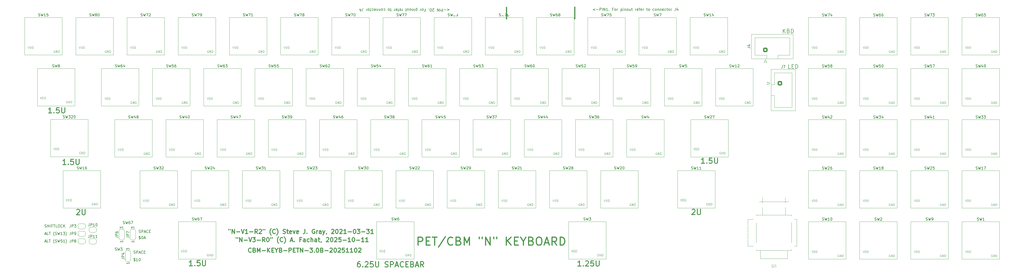
<source format=gbr>
%TF.GenerationSoftware,KiCad,Pcbnew,9.0.4*%
%TF.CreationDate,2025-11-02T12:35:48+01:00*%
%TF.ProjectId,petkn,7065746b-6e2e-46b6-9963-61645f706362,rev?*%
%TF.SameCoordinates,Original*%
%TF.FileFunction,Legend,Top*%
%TF.FilePolarity,Positive*%
%FSLAX46Y46*%
G04 Gerber Fmt 4.6, Leading zero omitted, Abs format (unit mm)*
G04 Created by KiCad (PCBNEW 9.0.4) date 2025-11-02 12:35:48*
%MOMM*%
%LPD*%
G01*
G04 APERTURE LIST*
G04 Aperture macros list*
%AMRoundRect*
0 Rectangle with rounded corners*
0 $1 Rounding radius*
0 $2 $3 $4 $5 $6 $7 $8 $9 X,Y pos of 4 corners*
0 Add a 4 corners polygon primitive as box body*
4,1,4,$2,$3,$4,$5,$6,$7,$8,$9,$2,$3,0*
0 Add four circle primitives for the rounded corners*
1,1,$1+$1,$2,$3*
1,1,$1+$1,$4,$5*
1,1,$1+$1,$6,$7*
1,1,$1+$1,$8,$9*
0 Add four rect primitives between the rounded corners*
20,1,$1+$1,$2,$3,$4,$5,0*
20,1,$1+$1,$4,$5,$6,$7,0*
20,1,$1+$1,$6,$7,$8,$9,0*
20,1,$1+$1,$8,$9,$2,$3,0*%
%AMFreePoly0*
4,1,23,0.500000,-0.750000,0.000000,-0.750000,0.000000,-0.745722,-0.065263,-0.745722,-0.191342,-0.711940,-0.304381,-0.646677,-0.396677,-0.554381,-0.461940,-0.441342,-0.495722,-0.315263,-0.495722,-0.250000,-0.500000,-0.250000,-0.500000,0.250000,-0.495722,0.250000,-0.495722,0.315263,-0.461940,0.441342,-0.396677,0.554381,-0.304381,0.646677,-0.191342,0.711940,-0.065263,0.745722,0.000000,0.745722,
0.000000,0.750000,0.500000,0.750000,0.500000,-0.750000,0.500000,-0.750000,$1*%
%AMFreePoly1*
4,1,23,0.000000,0.745722,0.065263,0.745722,0.191342,0.711940,0.304381,0.646677,0.396677,0.554381,0.461940,0.441342,0.495722,0.315263,0.495722,0.250000,0.500000,0.250000,0.500000,-0.250000,0.495722,-0.250000,0.495722,-0.315263,0.461940,-0.441342,0.396677,-0.554381,0.304381,-0.646677,0.191342,-0.711940,0.065263,-0.745722,0.000000,-0.745722,0.000000,-0.750000,-0.500000,-0.750000,
-0.500000,0.750000,0.000000,0.750000,0.000000,0.745722,0.000000,0.745722,$1*%
%AMFreePoly2*
4,1,23,0.550000,-0.750000,0.000000,-0.750000,0.000000,-0.745722,-0.065263,-0.745722,-0.191342,-0.711940,-0.304381,-0.646677,-0.396677,-0.554381,-0.461940,-0.441342,-0.495722,-0.315263,-0.495722,-0.250000,-0.500000,-0.250000,-0.500000,0.250000,-0.495722,0.250000,-0.495722,0.315263,-0.461940,0.441342,-0.396677,0.554381,-0.304381,0.646677,-0.191342,0.711940,-0.065263,0.745722,0.000000,0.745722,
0.000000,0.750000,0.550000,0.750000,0.550000,-0.750000,0.550000,-0.750000,$1*%
%AMFreePoly3*
4,1,23,0.000000,0.745722,0.065263,0.745722,0.191342,0.711940,0.304381,0.646677,0.396677,0.554381,0.461940,0.441342,0.495722,0.315263,0.495722,0.250000,0.500000,0.250000,0.500000,-0.250000,0.495722,-0.250000,0.495722,-0.315263,0.461940,-0.441342,0.396677,-0.554381,0.304381,-0.646677,0.191342,-0.711940,0.065263,-0.745722,0.000000,-0.745722,0.000000,-0.750000,-0.550000,-0.750000,
-0.550000,0.750000,0.000000,0.750000,0.000000,0.745722,0.000000,0.745722,$1*%
G04 Aperture macros list end*
%ADD10C,0.450000*%
%ADD11C,0.300000*%
%ADD12C,0.150000*%
%ADD13C,0.200000*%
%ADD14C,0.100000*%
%ADD15C,0.120000*%
%ADD16C,1.700000*%
%ADD17C,4.000000*%
%ADD18C,2.200000*%
%ADD19C,3.050000*%
%ADD20FreePoly0,0.000000*%
%ADD21FreePoly1,0.000000*%
%ADD22FreePoly2,90.000000*%
%ADD23R,1.500000X1.000000*%
%ADD24FreePoly3,90.000000*%
%ADD25C,2.540000*%
%ADD26R,2.000000X1.500000*%
%ADD27C,1.800000*%
%ADD28RoundRect,0.250000X-0.600000X-0.600000X0.600000X-0.600000X0.600000X0.600000X-0.600000X0.600000X0*%
%ADD29RoundRect,0.250000X0.600000X-0.600000X0.600000X0.600000X-0.600000X0.600000X-0.600000X-0.600000X0*%
%ADD30R,1.700000X1.700000*%
G04 APERTURE END LIST*
D10*
X171947114Y-137635457D02*
X171947114Y-134635457D01*
X171947114Y-134635457D02*
X173089971Y-134635457D01*
X173089971Y-134635457D02*
X173375686Y-134778314D01*
X173375686Y-134778314D02*
X173518543Y-134921171D01*
X173518543Y-134921171D02*
X173661400Y-135206885D01*
X173661400Y-135206885D02*
X173661400Y-135635457D01*
X173661400Y-135635457D02*
X173518543Y-135921171D01*
X173518543Y-135921171D02*
X173375686Y-136064028D01*
X173375686Y-136064028D02*
X173089971Y-136206885D01*
X173089971Y-136206885D02*
X171947114Y-136206885D01*
X174947114Y-136064028D02*
X175947114Y-136064028D01*
X176375686Y-137635457D02*
X174947114Y-137635457D01*
X174947114Y-137635457D02*
X174947114Y-134635457D01*
X174947114Y-134635457D02*
X176375686Y-134635457D01*
X177232829Y-134635457D02*
X178947115Y-134635457D01*
X178089972Y-137635457D02*
X178089972Y-134635457D01*
X182089971Y-134492600D02*
X179518543Y-138349742D01*
X184804257Y-137349742D02*
X184661400Y-137492600D01*
X184661400Y-137492600D02*
X184232828Y-137635457D01*
X184232828Y-137635457D02*
X183947114Y-137635457D01*
X183947114Y-137635457D02*
X183518543Y-137492600D01*
X183518543Y-137492600D02*
X183232828Y-137206885D01*
X183232828Y-137206885D02*
X183089971Y-136921171D01*
X183089971Y-136921171D02*
X182947114Y-136349742D01*
X182947114Y-136349742D02*
X182947114Y-135921171D01*
X182947114Y-135921171D02*
X183089971Y-135349742D01*
X183089971Y-135349742D02*
X183232828Y-135064028D01*
X183232828Y-135064028D02*
X183518543Y-134778314D01*
X183518543Y-134778314D02*
X183947114Y-134635457D01*
X183947114Y-134635457D02*
X184232828Y-134635457D01*
X184232828Y-134635457D02*
X184661400Y-134778314D01*
X184661400Y-134778314D02*
X184804257Y-134921171D01*
X187089971Y-136064028D02*
X187518543Y-136206885D01*
X187518543Y-136206885D02*
X187661400Y-136349742D01*
X187661400Y-136349742D02*
X187804257Y-136635457D01*
X187804257Y-136635457D02*
X187804257Y-137064028D01*
X187804257Y-137064028D02*
X187661400Y-137349742D01*
X187661400Y-137349742D02*
X187518543Y-137492600D01*
X187518543Y-137492600D02*
X187232828Y-137635457D01*
X187232828Y-137635457D02*
X186089971Y-137635457D01*
X186089971Y-137635457D02*
X186089971Y-134635457D01*
X186089971Y-134635457D02*
X187089971Y-134635457D01*
X187089971Y-134635457D02*
X187375686Y-134778314D01*
X187375686Y-134778314D02*
X187518543Y-134921171D01*
X187518543Y-134921171D02*
X187661400Y-135206885D01*
X187661400Y-135206885D02*
X187661400Y-135492600D01*
X187661400Y-135492600D02*
X187518543Y-135778314D01*
X187518543Y-135778314D02*
X187375686Y-135921171D01*
X187375686Y-135921171D02*
X187089971Y-136064028D01*
X187089971Y-136064028D02*
X186089971Y-136064028D01*
X189089971Y-137635457D02*
X189089971Y-134635457D01*
X189089971Y-134635457D02*
X190089971Y-136778314D01*
X190089971Y-136778314D02*
X191089971Y-134635457D01*
X191089971Y-134635457D02*
X191089971Y-137635457D01*
X194661399Y-134635457D02*
X194661399Y-135206885D01*
X195804256Y-134635457D02*
X195804256Y-135206885D01*
X197089970Y-137635457D02*
X197089970Y-134635457D01*
X197089970Y-134635457D02*
X198804256Y-137635457D01*
X198804256Y-137635457D02*
X198804256Y-134635457D01*
X200089970Y-134635457D02*
X200089970Y-135206885D01*
X201232827Y-134635457D02*
X201232827Y-135206885D01*
X204804255Y-137635457D02*
X204804255Y-134635457D01*
X206518541Y-137635457D02*
X205232827Y-135921171D01*
X206518541Y-134635457D02*
X204804255Y-136349742D01*
X207804255Y-136064028D02*
X208804255Y-136064028D01*
X209232827Y-137635457D02*
X207804255Y-137635457D01*
X207804255Y-137635457D02*
X207804255Y-134635457D01*
X207804255Y-134635457D02*
X209232827Y-134635457D01*
X211089970Y-136206885D02*
X211089970Y-137635457D01*
X210089970Y-134635457D02*
X211089970Y-136206885D01*
X211089970Y-136206885D02*
X212089970Y-134635457D01*
X214089970Y-136064028D02*
X214518542Y-136206885D01*
X214518542Y-136206885D02*
X214661399Y-136349742D01*
X214661399Y-136349742D02*
X214804256Y-136635457D01*
X214804256Y-136635457D02*
X214804256Y-137064028D01*
X214804256Y-137064028D02*
X214661399Y-137349742D01*
X214661399Y-137349742D02*
X214518542Y-137492600D01*
X214518542Y-137492600D02*
X214232827Y-137635457D01*
X214232827Y-137635457D02*
X213089970Y-137635457D01*
X213089970Y-137635457D02*
X213089970Y-134635457D01*
X213089970Y-134635457D02*
X214089970Y-134635457D01*
X214089970Y-134635457D02*
X214375685Y-134778314D01*
X214375685Y-134778314D02*
X214518542Y-134921171D01*
X214518542Y-134921171D02*
X214661399Y-135206885D01*
X214661399Y-135206885D02*
X214661399Y-135492600D01*
X214661399Y-135492600D02*
X214518542Y-135778314D01*
X214518542Y-135778314D02*
X214375685Y-135921171D01*
X214375685Y-135921171D02*
X214089970Y-136064028D01*
X214089970Y-136064028D02*
X213089970Y-136064028D01*
X216661399Y-134635457D02*
X217232827Y-134635457D01*
X217232827Y-134635457D02*
X217518542Y-134778314D01*
X217518542Y-134778314D02*
X217804256Y-135064028D01*
X217804256Y-135064028D02*
X217947113Y-135635457D01*
X217947113Y-135635457D02*
X217947113Y-136635457D01*
X217947113Y-136635457D02*
X217804256Y-137206885D01*
X217804256Y-137206885D02*
X217518542Y-137492600D01*
X217518542Y-137492600D02*
X217232827Y-137635457D01*
X217232827Y-137635457D02*
X216661399Y-137635457D01*
X216661399Y-137635457D02*
X216375685Y-137492600D01*
X216375685Y-137492600D02*
X216089970Y-137206885D01*
X216089970Y-137206885D02*
X215947113Y-136635457D01*
X215947113Y-136635457D02*
X215947113Y-135635457D01*
X215947113Y-135635457D02*
X216089970Y-135064028D01*
X216089970Y-135064028D02*
X216375685Y-134778314D01*
X216375685Y-134778314D02*
X216661399Y-134635457D01*
X219089970Y-136778314D02*
X220518542Y-136778314D01*
X218804256Y-137635457D02*
X219804256Y-134635457D01*
X219804256Y-134635457D02*
X220804256Y-137635457D01*
X223518542Y-137635457D02*
X222518542Y-136206885D01*
X221804256Y-137635457D02*
X221804256Y-134635457D01*
X221804256Y-134635457D02*
X222947113Y-134635457D01*
X222947113Y-134635457D02*
X223232828Y-134778314D01*
X223232828Y-134778314D02*
X223375685Y-134921171D01*
X223375685Y-134921171D02*
X223518542Y-135206885D01*
X223518542Y-135206885D02*
X223518542Y-135635457D01*
X223518542Y-135635457D02*
X223375685Y-135921171D01*
X223375685Y-135921171D02*
X223232828Y-136064028D01*
X223232828Y-136064028D02*
X222947113Y-136206885D01*
X222947113Y-136206885D02*
X221804256Y-136206885D01*
X224804256Y-137635457D02*
X224804256Y-134635457D01*
X224804256Y-134635457D02*
X225518542Y-134635457D01*
X225518542Y-134635457D02*
X225947113Y-134778314D01*
X225947113Y-134778314D02*
X226232828Y-135064028D01*
X226232828Y-135064028D02*
X226375685Y-135349742D01*
X226375685Y-135349742D02*
X226518542Y-135921171D01*
X226518542Y-135921171D02*
X226518542Y-136349742D01*
X226518542Y-136349742D02*
X226375685Y-136921171D01*
X226375685Y-136921171D02*
X226232828Y-137206885D01*
X226232828Y-137206885D02*
X225947113Y-137492600D01*
X225947113Y-137492600D02*
X225518542Y-137635457D01*
X225518542Y-137635457D02*
X224804256Y-137635457D01*
D11*
X88011238Y-145372138D02*
X86868381Y-145372138D01*
X87439809Y-145372138D02*
X87439809Y-143372138D01*
X87439809Y-143372138D02*
X87249333Y-143657852D01*
X87249333Y-143657852D02*
X87058857Y-143848328D01*
X87058857Y-143848328D02*
X86868381Y-143943566D01*
X88868381Y-145181661D02*
X88963619Y-145276900D01*
X88963619Y-145276900D02*
X88868381Y-145372138D01*
X88868381Y-145372138D02*
X88773143Y-145276900D01*
X88773143Y-145276900D02*
X88868381Y-145181661D01*
X88868381Y-145181661D02*
X88868381Y-145372138D01*
X90773143Y-143372138D02*
X89820762Y-143372138D01*
X89820762Y-143372138D02*
X89725524Y-144324519D01*
X89725524Y-144324519D02*
X89820762Y-144229280D01*
X89820762Y-144229280D02*
X90011238Y-144134042D01*
X90011238Y-144134042D02*
X90487429Y-144134042D01*
X90487429Y-144134042D02*
X90677905Y-144229280D01*
X90677905Y-144229280D02*
X90773143Y-144324519D01*
X90773143Y-144324519D02*
X90868381Y-144514995D01*
X90868381Y-144514995D02*
X90868381Y-144991185D01*
X90868381Y-144991185D02*
X90773143Y-145181661D01*
X90773143Y-145181661D02*
X90677905Y-145276900D01*
X90677905Y-145276900D02*
X90487429Y-145372138D01*
X90487429Y-145372138D02*
X90011238Y-145372138D01*
X90011238Y-145372138D02*
X89820762Y-145276900D01*
X89820762Y-145276900D02*
X89725524Y-145181661D01*
X91725524Y-143372138D02*
X91725524Y-144991185D01*
X91725524Y-144991185D02*
X91820762Y-145181661D01*
X91820762Y-145181661D02*
X91916000Y-145276900D01*
X91916000Y-145276900D02*
X92106476Y-145372138D01*
X92106476Y-145372138D02*
X92487429Y-145372138D01*
X92487429Y-145372138D02*
X92677905Y-145276900D01*
X92677905Y-145276900D02*
X92773143Y-145181661D01*
X92773143Y-145181661D02*
X92868381Y-144991185D01*
X92868381Y-144991185D02*
X92868381Y-143372138D01*
X44926452Y-124512614D02*
X45021690Y-124417376D01*
X45021690Y-124417376D02*
X45212166Y-124322138D01*
X45212166Y-124322138D02*
X45688357Y-124322138D01*
X45688357Y-124322138D02*
X45878833Y-124417376D01*
X45878833Y-124417376D02*
X45974071Y-124512614D01*
X45974071Y-124512614D02*
X46069309Y-124703090D01*
X46069309Y-124703090D02*
X46069309Y-124893566D01*
X46069309Y-124893566D02*
X45974071Y-125179280D01*
X45974071Y-125179280D02*
X44831214Y-126322138D01*
X44831214Y-126322138D02*
X46069309Y-126322138D01*
X46926452Y-124322138D02*
X46926452Y-125941185D01*
X46926452Y-125941185D02*
X47021690Y-126131661D01*
X47021690Y-126131661D02*
X47116928Y-126226900D01*
X47116928Y-126226900D02*
X47307404Y-126322138D01*
X47307404Y-126322138D02*
X47688357Y-126322138D01*
X47688357Y-126322138D02*
X47878833Y-126226900D01*
X47878833Y-126226900D02*
X47974071Y-126131661D01*
X47974071Y-126131661D02*
X48069309Y-125941185D01*
X48069309Y-125941185D02*
X48069309Y-124322138D01*
X35623738Y-88349138D02*
X34480881Y-88349138D01*
X35052309Y-88349138D02*
X35052309Y-86349138D01*
X35052309Y-86349138D02*
X34861833Y-86634852D01*
X34861833Y-86634852D02*
X34671357Y-86825328D01*
X34671357Y-86825328D02*
X34480881Y-86920566D01*
X36480881Y-88158661D02*
X36576119Y-88253900D01*
X36576119Y-88253900D02*
X36480881Y-88349138D01*
X36480881Y-88349138D02*
X36385643Y-88253900D01*
X36385643Y-88253900D02*
X36480881Y-88158661D01*
X36480881Y-88158661D02*
X36480881Y-88349138D01*
X38385643Y-86349138D02*
X37433262Y-86349138D01*
X37433262Y-86349138D02*
X37338024Y-87301519D01*
X37338024Y-87301519D02*
X37433262Y-87206280D01*
X37433262Y-87206280D02*
X37623738Y-87111042D01*
X37623738Y-87111042D02*
X38099929Y-87111042D01*
X38099929Y-87111042D02*
X38290405Y-87206280D01*
X38290405Y-87206280D02*
X38385643Y-87301519D01*
X38385643Y-87301519D02*
X38480881Y-87491995D01*
X38480881Y-87491995D02*
X38480881Y-87968185D01*
X38480881Y-87968185D02*
X38385643Y-88158661D01*
X38385643Y-88158661D02*
X38290405Y-88253900D01*
X38290405Y-88253900D02*
X38099929Y-88349138D01*
X38099929Y-88349138D02*
X37623738Y-88349138D01*
X37623738Y-88349138D02*
X37433262Y-88253900D01*
X37433262Y-88253900D02*
X37338024Y-88158661D01*
X39338024Y-86349138D02*
X39338024Y-87968185D01*
X39338024Y-87968185D02*
X39433262Y-88158661D01*
X39433262Y-88158661D02*
X39528500Y-88253900D01*
X39528500Y-88253900D02*
X39718976Y-88349138D01*
X39718976Y-88349138D02*
X40099929Y-88349138D01*
X40099929Y-88349138D02*
X40290405Y-88253900D01*
X40290405Y-88253900D02*
X40385643Y-88158661D01*
X40385643Y-88158661D02*
X40480881Y-87968185D01*
X40480881Y-87968185D02*
X40480881Y-86349138D01*
X278574738Y-107145138D02*
X277431881Y-107145138D01*
X278003309Y-107145138D02*
X278003309Y-105145138D01*
X278003309Y-105145138D02*
X277812833Y-105430852D01*
X277812833Y-105430852D02*
X277622357Y-105621328D01*
X277622357Y-105621328D02*
X277431881Y-105716566D01*
X279431881Y-106954661D02*
X279527119Y-107049900D01*
X279527119Y-107049900D02*
X279431881Y-107145138D01*
X279431881Y-107145138D02*
X279336643Y-107049900D01*
X279336643Y-107049900D02*
X279431881Y-106954661D01*
X279431881Y-106954661D02*
X279431881Y-107145138D01*
X281336643Y-105145138D02*
X280384262Y-105145138D01*
X280384262Y-105145138D02*
X280289024Y-106097519D01*
X280289024Y-106097519D02*
X280384262Y-106002280D01*
X280384262Y-106002280D02*
X280574738Y-105907042D01*
X280574738Y-105907042D02*
X281050929Y-105907042D01*
X281050929Y-105907042D02*
X281241405Y-106002280D01*
X281241405Y-106002280D02*
X281336643Y-106097519D01*
X281336643Y-106097519D02*
X281431881Y-106287995D01*
X281431881Y-106287995D02*
X281431881Y-106764185D01*
X281431881Y-106764185D02*
X281336643Y-106954661D01*
X281336643Y-106954661D02*
X281241405Y-107049900D01*
X281241405Y-107049900D02*
X281050929Y-107145138D01*
X281050929Y-107145138D02*
X280574738Y-107145138D01*
X280574738Y-107145138D02*
X280384262Y-107049900D01*
X280384262Y-107049900D02*
X280289024Y-106954661D01*
X282289024Y-105145138D02*
X282289024Y-106764185D01*
X282289024Y-106764185D02*
X282384262Y-106954661D01*
X282384262Y-106954661D02*
X282479500Y-107049900D01*
X282479500Y-107049900D02*
X282669976Y-107145138D01*
X282669976Y-107145138D02*
X283050929Y-107145138D01*
X283050929Y-107145138D02*
X283241405Y-107049900D01*
X283241405Y-107049900D02*
X283336643Y-106954661D01*
X283336643Y-106954661D02*
X283431881Y-106764185D01*
X283431881Y-106764185D02*
X283431881Y-105145138D01*
D12*
X33055160Y-133519104D02*
X33531350Y-133519104D01*
X32959922Y-133804819D02*
X33293255Y-132804819D01*
X33293255Y-132804819D02*
X33626588Y-133804819D01*
X34436112Y-133804819D02*
X33959922Y-133804819D01*
X33959922Y-133804819D02*
X33959922Y-132804819D01*
X34626589Y-132804819D02*
X35198017Y-132804819D01*
X34912303Y-133804819D02*
X34912303Y-132804819D01*
X36578970Y-134185771D02*
X36531351Y-134138152D01*
X36531351Y-134138152D02*
X36436113Y-133995295D01*
X36436113Y-133995295D02*
X36388494Y-133900057D01*
X36388494Y-133900057D02*
X36340875Y-133757200D01*
X36340875Y-133757200D02*
X36293256Y-133519104D01*
X36293256Y-133519104D02*
X36293256Y-133328628D01*
X36293256Y-133328628D02*
X36340875Y-133090533D01*
X36340875Y-133090533D02*
X36388494Y-132947676D01*
X36388494Y-132947676D02*
X36436113Y-132852438D01*
X36436113Y-132852438D02*
X36531351Y-132709580D01*
X36531351Y-132709580D02*
X36578970Y-132661961D01*
X36912304Y-133757200D02*
X37055161Y-133804819D01*
X37055161Y-133804819D02*
X37293256Y-133804819D01*
X37293256Y-133804819D02*
X37388494Y-133757200D01*
X37388494Y-133757200D02*
X37436113Y-133709580D01*
X37436113Y-133709580D02*
X37483732Y-133614342D01*
X37483732Y-133614342D02*
X37483732Y-133519104D01*
X37483732Y-133519104D02*
X37436113Y-133423866D01*
X37436113Y-133423866D02*
X37388494Y-133376247D01*
X37388494Y-133376247D02*
X37293256Y-133328628D01*
X37293256Y-133328628D02*
X37102780Y-133281009D01*
X37102780Y-133281009D02*
X37007542Y-133233390D01*
X37007542Y-133233390D02*
X36959923Y-133185771D01*
X36959923Y-133185771D02*
X36912304Y-133090533D01*
X36912304Y-133090533D02*
X36912304Y-132995295D01*
X36912304Y-132995295D02*
X36959923Y-132900057D01*
X36959923Y-132900057D02*
X37007542Y-132852438D01*
X37007542Y-132852438D02*
X37102780Y-132804819D01*
X37102780Y-132804819D02*
X37340875Y-132804819D01*
X37340875Y-132804819D02*
X37483732Y-132852438D01*
X37817066Y-132804819D02*
X38055161Y-133804819D01*
X38055161Y-133804819D02*
X38245637Y-133090533D01*
X38245637Y-133090533D02*
X38436113Y-133804819D01*
X38436113Y-133804819D02*
X38674209Y-132804819D01*
X39578970Y-133804819D02*
X39007542Y-133804819D01*
X39293256Y-133804819D02*
X39293256Y-132804819D01*
X39293256Y-132804819D02*
X39198018Y-132947676D01*
X39198018Y-132947676D02*
X39102780Y-133042914D01*
X39102780Y-133042914D02*
X39007542Y-133090533D01*
X39912304Y-132804819D02*
X40531351Y-132804819D01*
X40531351Y-132804819D02*
X40198018Y-133185771D01*
X40198018Y-133185771D02*
X40340875Y-133185771D01*
X40340875Y-133185771D02*
X40436113Y-133233390D01*
X40436113Y-133233390D02*
X40483732Y-133281009D01*
X40483732Y-133281009D02*
X40531351Y-133376247D01*
X40531351Y-133376247D02*
X40531351Y-133614342D01*
X40531351Y-133614342D02*
X40483732Y-133709580D01*
X40483732Y-133709580D02*
X40436113Y-133757200D01*
X40436113Y-133757200D02*
X40340875Y-133804819D01*
X40340875Y-133804819D02*
X40055161Y-133804819D01*
X40055161Y-133804819D02*
X39959923Y-133757200D01*
X39959923Y-133757200D02*
X39912304Y-133709580D01*
X40864685Y-134185771D02*
X40912304Y-134138152D01*
X40912304Y-134138152D02*
X41007542Y-133995295D01*
X41007542Y-133995295D02*
X41055161Y-133900057D01*
X41055161Y-133900057D02*
X41102780Y-133757200D01*
X41102780Y-133757200D02*
X41150399Y-133519104D01*
X41150399Y-133519104D02*
X41150399Y-133328628D01*
X41150399Y-133328628D02*
X41102780Y-133090533D01*
X41102780Y-133090533D02*
X41055161Y-132947676D01*
X41055161Y-132947676D02*
X41007542Y-132852438D01*
X41007542Y-132852438D02*
X40912304Y-132709580D01*
X40912304Y-132709580D02*
X40864685Y-132661961D01*
D11*
X150353547Y-143816638D02*
X149972594Y-143816638D01*
X149972594Y-143816638D02*
X149782118Y-143911876D01*
X149782118Y-143911876D02*
X149686880Y-144007114D01*
X149686880Y-144007114D02*
X149496404Y-144292828D01*
X149496404Y-144292828D02*
X149401166Y-144673780D01*
X149401166Y-144673780D02*
X149401166Y-145435685D01*
X149401166Y-145435685D02*
X149496404Y-145626161D01*
X149496404Y-145626161D02*
X149591642Y-145721400D01*
X149591642Y-145721400D02*
X149782118Y-145816638D01*
X149782118Y-145816638D02*
X150163071Y-145816638D01*
X150163071Y-145816638D02*
X150353547Y-145721400D01*
X150353547Y-145721400D02*
X150448785Y-145626161D01*
X150448785Y-145626161D02*
X150544023Y-145435685D01*
X150544023Y-145435685D02*
X150544023Y-144959495D01*
X150544023Y-144959495D02*
X150448785Y-144769019D01*
X150448785Y-144769019D02*
X150353547Y-144673780D01*
X150353547Y-144673780D02*
X150163071Y-144578542D01*
X150163071Y-144578542D02*
X149782118Y-144578542D01*
X149782118Y-144578542D02*
X149591642Y-144673780D01*
X149591642Y-144673780D02*
X149496404Y-144769019D01*
X149496404Y-144769019D02*
X149401166Y-144959495D01*
X151401166Y-145626161D02*
X151496404Y-145721400D01*
X151496404Y-145721400D02*
X151401166Y-145816638D01*
X151401166Y-145816638D02*
X151305928Y-145721400D01*
X151305928Y-145721400D02*
X151401166Y-145626161D01*
X151401166Y-145626161D02*
X151401166Y-145816638D01*
X152258309Y-144007114D02*
X152353547Y-143911876D01*
X152353547Y-143911876D02*
X152544023Y-143816638D01*
X152544023Y-143816638D02*
X153020214Y-143816638D01*
X153020214Y-143816638D02*
X153210690Y-143911876D01*
X153210690Y-143911876D02*
X153305928Y-144007114D01*
X153305928Y-144007114D02*
X153401166Y-144197590D01*
X153401166Y-144197590D02*
X153401166Y-144388066D01*
X153401166Y-144388066D02*
X153305928Y-144673780D01*
X153305928Y-144673780D02*
X152163071Y-145816638D01*
X152163071Y-145816638D02*
X153401166Y-145816638D01*
X155210690Y-143816638D02*
X154258309Y-143816638D01*
X154258309Y-143816638D02*
X154163071Y-144769019D01*
X154163071Y-144769019D02*
X154258309Y-144673780D01*
X154258309Y-144673780D02*
X154448785Y-144578542D01*
X154448785Y-144578542D02*
X154924976Y-144578542D01*
X154924976Y-144578542D02*
X155115452Y-144673780D01*
X155115452Y-144673780D02*
X155210690Y-144769019D01*
X155210690Y-144769019D02*
X155305928Y-144959495D01*
X155305928Y-144959495D02*
X155305928Y-145435685D01*
X155305928Y-145435685D02*
X155210690Y-145626161D01*
X155210690Y-145626161D02*
X155115452Y-145721400D01*
X155115452Y-145721400D02*
X154924976Y-145816638D01*
X154924976Y-145816638D02*
X154448785Y-145816638D01*
X154448785Y-145816638D02*
X154258309Y-145721400D01*
X154258309Y-145721400D02*
X154163071Y-145626161D01*
X156163071Y-143816638D02*
X156163071Y-145435685D01*
X156163071Y-145435685D02*
X156258309Y-145626161D01*
X156258309Y-145626161D02*
X156353547Y-145721400D01*
X156353547Y-145721400D02*
X156544023Y-145816638D01*
X156544023Y-145816638D02*
X156924976Y-145816638D01*
X156924976Y-145816638D02*
X157115452Y-145721400D01*
X157115452Y-145721400D02*
X157210690Y-145626161D01*
X157210690Y-145626161D02*
X157305928Y-145435685D01*
X157305928Y-145435685D02*
X157305928Y-143816638D01*
X159686881Y-145721400D02*
X159972595Y-145816638D01*
X159972595Y-145816638D02*
X160448786Y-145816638D01*
X160448786Y-145816638D02*
X160639262Y-145721400D01*
X160639262Y-145721400D02*
X160734500Y-145626161D01*
X160734500Y-145626161D02*
X160829738Y-145435685D01*
X160829738Y-145435685D02*
X160829738Y-145245209D01*
X160829738Y-145245209D02*
X160734500Y-145054733D01*
X160734500Y-145054733D02*
X160639262Y-144959495D01*
X160639262Y-144959495D02*
X160448786Y-144864257D01*
X160448786Y-144864257D02*
X160067833Y-144769019D01*
X160067833Y-144769019D02*
X159877357Y-144673780D01*
X159877357Y-144673780D02*
X159782119Y-144578542D01*
X159782119Y-144578542D02*
X159686881Y-144388066D01*
X159686881Y-144388066D02*
X159686881Y-144197590D01*
X159686881Y-144197590D02*
X159782119Y-144007114D01*
X159782119Y-144007114D02*
X159877357Y-143911876D01*
X159877357Y-143911876D02*
X160067833Y-143816638D01*
X160067833Y-143816638D02*
X160544024Y-143816638D01*
X160544024Y-143816638D02*
X160829738Y-143911876D01*
X161686881Y-145816638D02*
X161686881Y-143816638D01*
X161686881Y-143816638D02*
X162448786Y-143816638D01*
X162448786Y-143816638D02*
X162639262Y-143911876D01*
X162639262Y-143911876D02*
X162734500Y-144007114D01*
X162734500Y-144007114D02*
X162829738Y-144197590D01*
X162829738Y-144197590D02*
X162829738Y-144483304D01*
X162829738Y-144483304D02*
X162734500Y-144673780D01*
X162734500Y-144673780D02*
X162639262Y-144769019D01*
X162639262Y-144769019D02*
X162448786Y-144864257D01*
X162448786Y-144864257D02*
X161686881Y-144864257D01*
X163591643Y-145245209D02*
X164544024Y-145245209D01*
X163401167Y-145816638D02*
X164067833Y-143816638D01*
X164067833Y-143816638D02*
X164734500Y-145816638D01*
X166544024Y-145626161D02*
X166448786Y-145721400D01*
X166448786Y-145721400D02*
X166163072Y-145816638D01*
X166163072Y-145816638D02*
X165972596Y-145816638D01*
X165972596Y-145816638D02*
X165686881Y-145721400D01*
X165686881Y-145721400D02*
X165496405Y-145530923D01*
X165496405Y-145530923D02*
X165401167Y-145340447D01*
X165401167Y-145340447D02*
X165305929Y-144959495D01*
X165305929Y-144959495D02*
X165305929Y-144673780D01*
X165305929Y-144673780D02*
X165401167Y-144292828D01*
X165401167Y-144292828D02*
X165496405Y-144102352D01*
X165496405Y-144102352D02*
X165686881Y-143911876D01*
X165686881Y-143911876D02*
X165972596Y-143816638D01*
X165972596Y-143816638D02*
X166163072Y-143816638D01*
X166163072Y-143816638D02*
X166448786Y-143911876D01*
X166448786Y-143911876D02*
X166544024Y-144007114D01*
X167401167Y-144769019D02*
X168067834Y-144769019D01*
X168353548Y-145816638D02*
X167401167Y-145816638D01*
X167401167Y-145816638D02*
X167401167Y-143816638D01*
X167401167Y-143816638D02*
X168353548Y-143816638D01*
X169877358Y-144769019D02*
X170163072Y-144864257D01*
X170163072Y-144864257D02*
X170258310Y-144959495D01*
X170258310Y-144959495D02*
X170353548Y-145149971D01*
X170353548Y-145149971D02*
X170353548Y-145435685D01*
X170353548Y-145435685D02*
X170258310Y-145626161D01*
X170258310Y-145626161D02*
X170163072Y-145721400D01*
X170163072Y-145721400D02*
X169972596Y-145816638D01*
X169972596Y-145816638D02*
X169210691Y-145816638D01*
X169210691Y-145816638D02*
X169210691Y-143816638D01*
X169210691Y-143816638D02*
X169877358Y-143816638D01*
X169877358Y-143816638D02*
X170067834Y-143911876D01*
X170067834Y-143911876D02*
X170163072Y-144007114D01*
X170163072Y-144007114D02*
X170258310Y-144197590D01*
X170258310Y-144197590D02*
X170258310Y-144388066D01*
X170258310Y-144388066D02*
X170163072Y-144578542D01*
X170163072Y-144578542D02*
X170067834Y-144673780D01*
X170067834Y-144673780D02*
X169877358Y-144769019D01*
X169877358Y-144769019D02*
X169210691Y-144769019D01*
X171115453Y-145245209D02*
X172067834Y-145245209D01*
X170924977Y-145816638D02*
X171591643Y-143816638D01*
X171591643Y-143816638D02*
X172258310Y-145816638D01*
X174067834Y-145816638D02*
X173401167Y-144864257D01*
X172924977Y-145816638D02*
X172924977Y-143816638D01*
X172924977Y-143816638D02*
X173686882Y-143816638D01*
X173686882Y-143816638D02*
X173877358Y-143911876D01*
X173877358Y-143911876D02*
X173972596Y-144007114D01*
X173972596Y-144007114D02*
X174067834Y-144197590D01*
X174067834Y-144197590D02*
X174067834Y-144483304D01*
X174067834Y-144483304D02*
X173972596Y-144673780D01*
X173972596Y-144673780D02*
X173877358Y-144769019D01*
X173877358Y-144769019D02*
X173686882Y-144864257D01*
X173686882Y-144864257D02*
X172924977Y-144864257D01*
X273907452Y-124449114D02*
X274002690Y-124353876D01*
X274002690Y-124353876D02*
X274193166Y-124258638D01*
X274193166Y-124258638D02*
X274669357Y-124258638D01*
X274669357Y-124258638D02*
X274859833Y-124353876D01*
X274859833Y-124353876D02*
X274955071Y-124449114D01*
X274955071Y-124449114D02*
X275050309Y-124639590D01*
X275050309Y-124639590D02*
X275050309Y-124830066D01*
X275050309Y-124830066D02*
X274955071Y-125115780D01*
X274955071Y-125115780D02*
X273812214Y-126258638D01*
X273812214Y-126258638D02*
X275050309Y-126258638D01*
X275907452Y-124258638D02*
X275907452Y-125877685D01*
X275907452Y-125877685D02*
X276002690Y-126068161D01*
X276002690Y-126068161D02*
X276097928Y-126163400D01*
X276097928Y-126163400D02*
X276288404Y-126258638D01*
X276288404Y-126258638D02*
X276669357Y-126258638D01*
X276669357Y-126258638D02*
X276859833Y-126163400D01*
X276859833Y-126163400D02*
X276955071Y-126068161D01*
X276955071Y-126068161D02*
X277050309Y-125877685D01*
X277050309Y-125877685D02*
X277050309Y-124258638D01*
X40957738Y-107589638D02*
X39814881Y-107589638D01*
X40386309Y-107589638D02*
X40386309Y-105589638D01*
X40386309Y-105589638D02*
X40195833Y-105875352D01*
X40195833Y-105875352D02*
X40005357Y-106065828D01*
X40005357Y-106065828D02*
X39814881Y-106161066D01*
X41814881Y-107399161D02*
X41910119Y-107494400D01*
X41910119Y-107494400D02*
X41814881Y-107589638D01*
X41814881Y-107589638D02*
X41719643Y-107494400D01*
X41719643Y-107494400D02*
X41814881Y-107399161D01*
X41814881Y-107399161D02*
X41814881Y-107589638D01*
X43719643Y-105589638D02*
X42767262Y-105589638D01*
X42767262Y-105589638D02*
X42672024Y-106542019D01*
X42672024Y-106542019D02*
X42767262Y-106446780D01*
X42767262Y-106446780D02*
X42957738Y-106351542D01*
X42957738Y-106351542D02*
X43433929Y-106351542D01*
X43433929Y-106351542D02*
X43624405Y-106446780D01*
X43624405Y-106446780D02*
X43719643Y-106542019D01*
X43719643Y-106542019D02*
X43814881Y-106732495D01*
X43814881Y-106732495D02*
X43814881Y-107208685D01*
X43814881Y-107208685D02*
X43719643Y-107399161D01*
X43719643Y-107399161D02*
X43624405Y-107494400D01*
X43624405Y-107494400D02*
X43433929Y-107589638D01*
X43433929Y-107589638D02*
X42957738Y-107589638D01*
X42957738Y-107589638D02*
X42767262Y-107494400D01*
X42767262Y-107494400D02*
X42672024Y-107399161D01*
X44672024Y-105589638D02*
X44672024Y-107208685D01*
X44672024Y-107208685D02*
X44767262Y-107399161D01*
X44767262Y-107399161D02*
X44862500Y-107494400D01*
X44862500Y-107494400D02*
X45052976Y-107589638D01*
X45052976Y-107589638D02*
X45433929Y-107589638D01*
X45433929Y-107589638D02*
X45624405Y-107494400D01*
X45624405Y-107494400D02*
X45719643Y-107399161D01*
X45719643Y-107399161D02*
X45814881Y-107208685D01*
X45814881Y-107208685D02*
X45814881Y-105589638D01*
X101463661Y-131737990D02*
X101463661Y-132042752D01*
X102073185Y-131737990D02*
X102073185Y-132042752D01*
X102758900Y-133337990D02*
X102758900Y-131737990D01*
X102758900Y-131737990D02*
X103673186Y-133337990D01*
X103673186Y-133337990D02*
X103673186Y-131737990D01*
X104435090Y-132728466D02*
X105654138Y-132728466D01*
X106187470Y-131737990D02*
X106720804Y-133337990D01*
X106720804Y-133337990D02*
X107254137Y-131737990D01*
X108625566Y-133337990D02*
X107711280Y-133337990D01*
X108168423Y-133337990D02*
X108168423Y-131737990D01*
X108168423Y-131737990D02*
X108016042Y-131966561D01*
X108016042Y-131966561D02*
X107863661Y-132118942D01*
X107863661Y-132118942D02*
X107711280Y-132195133D01*
X109311281Y-132728466D02*
X110530329Y-132728466D01*
X112206519Y-133337990D02*
X111673185Y-132576085D01*
X111292233Y-133337990D02*
X111292233Y-131737990D01*
X111292233Y-131737990D02*
X111901757Y-131737990D01*
X111901757Y-131737990D02*
X112054138Y-131814180D01*
X112054138Y-131814180D02*
X112130328Y-131890371D01*
X112130328Y-131890371D02*
X112206519Y-132042752D01*
X112206519Y-132042752D02*
X112206519Y-132271323D01*
X112206519Y-132271323D02*
X112130328Y-132423704D01*
X112130328Y-132423704D02*
X112054138Y-132499895D01*
X112054138Y-132499895D02*
X111901757Y-132576085D01*
X111901757Y-132576085D02*
X111292233Y-132576085D01*
X112816042Y-131890371D02*
X112892233Y-131814180D01*
X112892233Y-131814180D02*
X113044614Y-131737990D01*
X113044614Y-131737990D02*
X113425566Y-131737990D01*
X113425566Y-131737990D02*
X113577947Y-131814180D01*
X113577947Y-131814180D02*
X113654138Y-131890371D01*
X113654138Y-131890371D02*
X113730328Y-132042752D01*
X113730328Y-132042752D02*
X113730328Y-132195133D01*
X113730328Y-132195133D02*
X113654138Y-132423704D01*
X113654138Y-132423704D02*
X112739852Y-133337990D01*
X112739852Y-133337990D02*
X113730328Y-133337990D01*
X114339852Y-131737990D02*
X114339852Y-132042752D01*
X114949376Y-131737990D02*
X114949376Y-132042752D01*
X117311282Y-133947514D02*
X117235091Y-133871323D01*
X117235091Y-133871323D02*
X117082710Y-133642752D01*
X117082710Y-133642752D02*
X117006520Y-133490371D01*
X117006520Y-133490371D02*
X116930329Y-133261800D01*
X116930329Y-133261800D02*
X116854139Y-132880847D01*
X116854139Y-132880847D02*
X116854139Y-132576085D01*
X116854139Y-132576085D02*
X116930329Y-132195133D01*
X116930329Y-132195133D02*
X117006520Y-131966561D01*
X117006520Y-131966561D02*
X117082710Y-131814180D01*
X117082710Y-131814180D02*
X117235091Y-131585609D01*
X117235091Y-131585609D02*
X117311282Y-131509419D01*
X118835092Y-133185609D02*
X118758901Y-133261800D01*
X118758901Y-133261800D02*
X118530330Y-133337990D01*
X118530330Y-133337990D02*
X118377949Y-133337990D01*
X118377949Y-133337990D02*
X118149377Y-133261800D01*
X118149377Y-133261800D02*
X117996996Y-133109419D01*
X117996996Y-133109419D02*
X117920806Y-132957038D01*
X117920806Y-132957038D02*
X117844615Y-132652276D01*
X117844615Y-132652276D02*
X117844615Y-132423704D01*
X117844615Y-132423704D02*
X117920806Y-132118942D01*
X117920806Y-132118942D02*
X117996996Y-131966561D01*
X117996996Y-131966561D02*
X118149377Y-131814180D01*
X118149377Y-131814180D02*
X118377949Y-131737990D01*
X118377949Y-131737990D02*
X118530330Y-131737990D01*
X118530330Y-131737990D02*
X118758901Y-131814180D01*
X118758901Y-131814180D02*
X118835092Y-131890371D01*
X119368425Y-133947514D02*
X119444615Y-133871323D01*
X119444615Y-133871323D02*
X119596996Y-133642752D01*
X119596996Y-133642752D02*
X119673187Y-133490371D01*
X119673187Y-133490371D02*
X119749377Y-133261800D01*
X119749377Y-133261800D02*
X119825568Y-132880847D01*
X119825568Y-132880847D02*
X119825568Y-132576085D01*
X119825568Y-132576085D02*
X119749377Y-132195133D01*
X119749377Y-132195133D02*
X119673187Y-131966561D01*
X119673187Y-131966561D02*
X119596996Y-131814180D01*
X119596996Y-131814180D02*
X119444615Y-131585609D01*
X119444615Y-131585609D02*
X119368425Y-131509419D01*
X121730330Y-133261800D02*
X121958902Y-133337990D01*
X121958902Y-133337990D02*
X122339854Y-133337990D01*
X122339854Y-133337990D02*
X122492235Y-133261800D01*
X122492235Y-133261800D02*
X122568426Y-133185609D01*
X122568426Y-133185609D02*
X122644616Y-133033228D01*
X122644616Y-133033228D02*
X122644616Y-132880847D01*
X122644616Y-132880847D02*
X122568426Y-132728466D01*
X122568426Y-132728466D02*
X122492235Y-132652276D01*
X122492235Y-132652276D02*
X122339854Y-132576085D01*
X122339854Y-132576085D02*
X122035092Y-132499895D01*
X122035092Y-132499895D02*
X121882711Y-132423704D01*
X121882711Y-132423704D02*
X121806521Y-132347514D01*
X121806521Y-132347514D02*
X121730330Y-132195133D01*
X121730330Y-132195133D02*
X121730330Y-132042752D01*
X121730330Y-132042752D02*
X121806521Y-131890371D01*
X121806521Y-131890371D02*
X121882711Y-131814180D01*
X121882711Y-131814180D02*
X122035092Y-131737990D01*
X122035092Y-131737990D02*
X122416045Y-131737990D01*
X122416045Y-131737990D02*
X122644616Y-131814180D01*
X123101759Y-132271323D02*
X123711283Y-132271323D01*
X123330331Y-131737990D02*
X123330331Y-133109419D01*
X123330331Y-133109419D02*
X123406521Y-133261800D01*
X123406521Y-133261800D02*
X123558902Y-133337990D01*
X123558902Y-133337990D02*
X123711283Y-133337990D01*
X124854141Y-133261800D02*
X124701760Y-133337990D01*
X124701760Y-133337990D02*
X124396998Y-133337990D01*
X124396998Y-133337990D02*
X124244617Y-133261800D01*
X124244617Y-133261800D02*
X124168426Y-133109419D01*
X124168426Y-133109419D02*
X124168426Y-132499895D01*
X124168426Y-132499895D02*
X124244617Y-132347514D01*
X124244617Y-132347514D02*
X124396998Y-132271323D01*
X124396998Y-132271323D02*
X124701760Y-132271323D01*
X124701760Y-132271323D02*
X124854141Y-132347514D01*
X124854141Y-132347514D02*
X124930331Y-132499895D01*
X124930331Y-132499895D02*
X124930331Y-132652276D01*
X124930331Y-132652276D02*
X124168426Y-132804657D01*
X125463665Y-132271323D02*
X125844617Y-133337990D01*
X125844617Y-133337990D02*
X126225570Y-132271323D01*
X127444618Y-133261800D02*
X127292237Y-133337990D01*
X127292237Y-133337990D02*
X126987475Y-133337990D01*
X126987475Y-133337990D02*
X126835094Y-133261800D01*
X126835094Y-133261800D02*
X126758903Y-133109419D01*
X126758903Y-133109419D02*
X126758903Y-132499895D01*
X126758903Y-132499895D02*
X126835094Y-132347514D01*
X126835094Y-132347514D02*
X126987475Y-132271323D01*
X126987475Y-132271323D02*
X127292237Y-132271323D01*
X127292237Y-132271323D02*
X127444618Y-132347514D01*
X127444618Y-132347514D02*
X127520808Y-132499895D01*
X127520808Y-132499895D02*
X127520808Y-132652276D01*
X127520808Y-132652276D02*
X126758903Y-132804657D01*
X129882714Y-131737990D02*
X129882714Y-132880847D01*
X129882714Y-132880847D02*
X129806523Y-133109419D01*
X129806523Y-133109419D02*
X129654142Y-133261800D01*
X129654142Y-133261800D02*
X129425571Y-133337990D01*
X129425571Y-133337990D02*
X129273190Y-133337990D01*
X130644619Y-133185609D02*
X130720809Y-133261800D01*
X130720809Y-133261800D02*
X130644619Y-133337990D01*
X130644619Y-133337990D02*
X130568428Y-133261800D01*
X130568428Y-133261800D02*
X130644619Y-133185609D01*
X130644619Y-133185609D02*
X130644619Y-133337990D01*
X133463667Y-131814180D02*
X133311286Y-131737990D01*
X133311286Y-131737990D02*
X133082715Y-131737990D01*
X133082715Y-131737990D02*
X132854143Y-131814180D01*
X132854143Y-131814180D02*
X132701762Y-131966561D01*
X132701762Y-131966561D02*
X132625572Y-132118942D01*
X132625572Y-132118942D02*
X132549381Y-132423704D01*
X132549381Y-132423704D02*
X132549381Y-132652276D01*
X132549381Y-132652276D02*
X132625572Y-132957038D01*
X132625572Y-132957038D02*
X132701762Y-133109419D01*
X132701762Y-133109419D02*
X132854143Y-133261800D01*
X132854143Y-133261800D02*
X133082715Y-133337990D01*
X133082715Y-133337990D02*
X133235096Y-133337990D01*
X133235096Y-133337990D02*
X133463667Y-133261800D01*
X133463667Y-133261800D02*
X133539858Y-133185609D01*
X133539858Y-133185609D02*
X133539858Y-132652276D01*
X133539858Y-132652276D02*
X133235096Y-132652276D01*
X134225572Y-133337990D02*
X134225572Y-132271323D01*
X134225572Y-132576085D02*
X134301762Y-132423704D01*
X134301762Y-132423704D02*
X134377953Y-132347514D01*
X134377953Y-132347514D02*
X134530334Y-132271323D01*
X134530334Y-132271323D02*
X134682715Y-132271323D01*
X135901762Y-133337990D02*
X135901762Y-132499895D01*
X135901762Y-132499895D02*
X135825572Y-132347514D01*
X135825572Y-132347514D02*
X135673191Y-132271323D01*
X135673191Y-132271323D02*
X135368429Y-132271323D01*
X135368429Y-132271323D02*
X135216048Y-132347514D01*
X135901762Y-133261800D02*
X135749381Y-133337990D01*
X135749381Y-133337990D02*
X135368429Y-133337990D01*
X135368429Y-133337990D02*
X135216048Y-133261800D01*
X135216048Y-133261800D02*
X135139857Y-133109419D01*
X135139857Y-133109419D02*
X135139857Y-132957038D01*
X135139857Y-132957038D02*
X135216048Y-132804657D01*
X135216048Y-132804657D02*
X135368429Y-132728466D01*
X135368429Y-132728466D02*
X135749381Y-132728466D01*
X135749381Y-132728466D02*
X135901762Y-132652276D01*
X136511286Y-132271323D02*
X136892238Y-133337990D01*
X137273191Y-132271323D02*
X136892238Y-133337990D01*
X136892238Y-133337990D02*
X136739857Y-133718942D01*
X136739857Y-133718942D02*
X136663667Y-133795133D01*
X136663667Y-133795133D02*
X136511286Y-133871323D01*
X137958905Y-133261800D02*
X137958905Y-133337990D01*
X137958905Y-133337990D02*
X137882715Y-133490371D01*
X137882715Y-133490371D02*
X137806524Y-133566561D01*
X139787477Y-131890371D02*
X139863668Y-131814180D01*
X139863668Y-131814180D02*
X140016049Y-131737990D01*
X140016049Y-131737990D02*
X140397001Y-131737990D01*
X140397001Y-131737990D02*
X140549382Y-131814180D01*
X140549382Y-131814180D02*
X140625573Y-131890371D01*
X140625573Y-131890371D02*
X140701763Y-132042752D01*
X140701763Y-132042752D02*
X140701763Y-132195133D01*
X140701763Y-132195133D02*
X140625573Y-132423704D01*
X140625573Y-132423704D02*
X139711287Y-133337990D01*
X139711287Y-133337990D02*
X140701763Y-133337990D01*
X141692240Y-131737990D02*
X141844621Y-131737990D01*
X141844621Y-131737990D02*
X141997002Y-131814180D01*
X141997002Y-131814180D02*
X142073192Y-131890371D01*
X142073192Y-131890371D02*
X142149383Y-132042752D01*
X142149383Y-132042752D02*
X142225573Y-132347514D01*
X142225573Y-132347514D02*
X142225573Y-132728466D01*
X142225573Y-132728466D02*
X142149383Y-133033228D01*
X142149383Y-133033228D02*
X142073192Y-133185609D01*
X142073192Y-133185609D02*
X141997002Y-133261800D01*
X141997002Y-133261800D02*
X141844621Y-133337990D01*
X141844621Y-133337990D02*
X141692240Y-133337990D01*
X141692240Y-133337990D02*
X141539859Y-133261800D01*
X141539859Y-133261800D02*
X141463668Y-133185609D01*
X141463668Y-133185609D02*
X141387478Y-133033228D01*
X141387478Y-133033228D02*
X141311287Y-132728466D01*
X141311287Y-132728466D02*
X141311287Y-132347514D01*
X141311287Y-132347514D02*
X141387478Y-132042752D01*
X141387478Y-132042752D02*
X141463668Y-131890371D01*
X141463668Y-131890371D02*
X141539859Y-131814180D01*
X141539859Y-131814180D02*
X141692240Y-131737990D01*
X142835097Y-131890371D02*
X142911288Y-131814180D01*
X142911288Y-131814180D02*
X143063669Y-131737990D01*
X143063669Y-131737990D02*
X143444621Y-131737990D01*
X143444621Y-131737990D02*
X143597002Y-131814180D01*
X143597002Y-131814180D02*
X143673193Y-131890371D01*
X143673193Y-131890371D02*
X143749383Y-132042752D01*
X143749383Y-132042752D02*
X143749383Y-132195133D01*
X143749383Y-132195133D02*
X143673193Y-132423704D01*
X143673193Y-132423704D02*
X142758907Y-133337990D01*
X142758907Y-133337990D02*
X143749383Y-133337990D01*
X145273193Y-133337990D02*
X144358907Y-133337990D01*
X144816050Y-133337990D02*
X144816050Y-131737990D01*
X144816050Y-131737990D02*
X144663669Y-131966561D01*
X144663669Y-131966561D02*
X144511288Y-132118942D01*
X144511288Y-132118942D02*
X144358907Y-132195133D01*
X145958908Y-132728466D02*
X147177956Y-132728466D01*
X148244622Y-131737990D02*
X148397003Y-131737990D01*
X148397003Y-131737990D02*
X148549384Y-131814180D01*
X148549384Y-131814180D02*
X148625574Y-131890371D01*
X148625574Y-131890371D02*
X148701765Y-132042752D01*
X148701765Y-132042752D02*
X148777955Y-132347514D01*
X148777955Y-132347514D02*
X148777955Y-132728466D01*
X148777955Y-132728466D02*
X148701765Y-133033228D01*
X148701765Y-133033228D02*
X148625574Y-133185609D01*
X148625574Y-133185609D02*
X148549384Y-133261800D01*
X148549384Y-133261800D02*
X148397003Y-133337990D01*
X148397003Y-133337990D02*
X148244622Y-133337990D01*
X148244622Y-133337990D02*
X148092241Y-133261800D01*
X148092241Y-133261800D02*
X148016050Y-133185609D01*
X148016050Y-133185609D02*
X147939860Y-133033228D01*
X147939860Y-133033228D02*
X147863669Y-132728466D01*
X147863669Y-132728466D02*
X147863669Y-132347514D01*
X147863669Y-132347514D02*
X147939860Y-132042752D01*
X147939860Y-132042752D02*
X148016050Y-131890371D01*
X148016050Y-131890371D02*
X148092241Y-131814180D01*
X148092241Y-131814180D02*
X148244622Y-131737990D01*
X149311289Y-131737990D02*
X150301765Y-131737990D01*
X150301765Y-131737990D02*
X149768432Y-132347514D01*
X149768432Y-132347514D02*
X149997003Y-132347514D01*
X149997003Y-132347514D02*
X150149384Y-132423704D01*
X150149384Y-132423704D02*
X150225575Y-132499895D01*
X150225575Y-132499895D02*
X150301765Y-132652276D01*
X150301765Y-132652276D02*
X150301765Y-133033228D01*
X150301765Y-133033228D02*
X150225575Y-133185609D01*
X150225575Y-133185609D02*
X150149384Y-133261800D01*
X150149384Y-133261800D02*
X149997003Y-133337990D01*
X149997003Y-133337990D02*
X149539860Y-133337990D01*
X149539860Y-133337990D02*
X149387479Y-133261800D01*
X149387479Y-133261800D02*
X149311289Y-133185609D01*
X150987480Y-132728466D02*
X152206528Y-132728466D01*
X152816051Y-131737990D02*
X153806527Y-131737990D01*
X153806527Y-131737990D02*
X153273194Y-132347514D01*
X153273194Y-132347514D02*
X153501765Y-132347514D01*
X153501765Y-132347514D02*
X153654146Y-132423704D01*
X153654146Y-132423704D02*
X153730337Y-132499895D01*
X153730337Y-132499895D02*
X153806527Y-132652276D01*
X153806527Y-132652276D02*
X153806527Y-133033228D01*
X153806527Y-133033228D02*
X153730337Y-133185609D01*
X153730337Y-133185609D02*
X153654146Y-133261800D01*
X153654146Y-133261800D02*
X153501765Y-133337990D01*
X153501765Y-133337990D02*
X153044622Y-133337990D01*
X153044622Y-133337990D02*
X152892241Y-133261800D01*
X152892241Y-133261800D02*
X152816051Y-133185609D01*
X155330337Y-133337990D02*
X154416051Y-133337990D01*
X154873194Y-133337990D02*
X154873194Y-131737990D01*
X154873194Y-131737990D02*
X154720813Y-131966561D01*
X154720813Y-131966561D02*
X154568432Y-132118942D01*
X154568432Y-132118942D02*
X154416051Y-132195133D01*
D10*
X230251000Y-53100957D02*
X230251000Y-48815242D01*
D11*
X232600857Y-145499138D02*
X231458000Y-145499138D01*
X232029428Y-145499138D02*
X232029428Y-143499138D01*
X232029428Y-143499138D02*
X231838952Y-143784852D01*
X231838952Y-143784852D02*
X231648476Y-143975328D01*
X231648476Y-143975328D02*
X231458000Y-144070566D01*
X233458000Y-145308661D02*
X233553238Y-145403900D01*
X233553238Y-145403900D02*
X233458000Y-145499138D01*
X233458000Y-145499138D02*
X233362762Y-145403900D01*
X233362762Y-145403900D02*
X233458000Y-145308661D01*
X233458000Y-145308661D02*
X233458000Y-145499138D01*
X234315143Y-143689614D02*
X234410381Y-143594376D01*
X234410381Y-143594376D02*
X234600857Y-143499138D01*
X234600857Y-143499138D02*
X235077048Y-143499138D01*
X235077048Y-143499138D02*
X235267524Y-143594376D01*
X235267524Y-143594376D02*
X235362762Y-143689614D01*
X235362762Y-143689614D02*
X235458000Y-143880090D01*
X235458000Y-143880090D02*
X235458000Y-144070566D01*
X235458000Y-144070566D02*
X235362762Y-144356280D01*
X235362762Y-144356280D02*
X234219905Y-145499138D01*
X234219905Y-145499138D02*
X235458000Y-145499138D01*
X237267524Y-143499138D02*
X236315143Y-143499138D01*
X236315143Y-143499138D02*
X236219905Y-144451519D01*
X236219905Y-144451519D02*
X236315143Y-144356280D01*
X236315143Y-144356280D02*
X236505619Y-144261042D01*
X236505619Y-144261042D02*
X236981810Y-144261042D01*
X236981810Y-144261042D02*
X237172286Y-144356280D01*
X237172286Y-144356280D02*
X237267524Y-144451519D01*
X237267524Y-144451519D02*
X237362762Y-144641995D01*
X237362762Y-144641995D02*
X237362762Y-145118185D01*
X237362762Y-145118185D02*
X237267524Y-145308661D01*
X237267524Y-145308661D02*
X237172286Y-145403900D01*
X237172286Y-145403900D02*
X236981810Y-145499138D01*
X236981810Y-145499138D02*
X236505619Y-145499138D01*
X236505619Y-145499138D02*
X236315143Y-145403900D01*
X236315143Y-145403900D02*
X236219905Y-145308661D01*
X238219905Y-143499138D02*
X238219905Y-145118185D01*
X238219905Y-145118185D02*
X238315143Y-145308661D01*
X238315143Y-145308661D02*
X238410381Y-145403900D01*
X238410381Y-145403900D02*
X238600857Y-145499138D01*
X238600857Y-145499138D02*
X238981810Y-145499138D01*
X238981810Y-145499138D02*
X239172286Y-145403900D01*
X239172286Y-145403900D02*
X239267524Y-145308661D01*
X239267524Y-145308661D02*
X239362762Y-145118185D01*
X239362762Y-145118185D02*
X239362762Y-143499138D01*
D12*
X33055160Y-130963200D02*
X33198017Y-131010819D01*
X33198017Y-131010819D02*
X33436112Y-131010819D01*
X33436112Y-131010819D02*
X33531350Y-130963200D01*
X33531350Y-130963200D02*
X33578969Y-130915580D01*
X33578969Y-130915580D02*
X33626588Y-130820342D01*
X33626588Y-130820342D02*
X33626588Y-130725104D01*
X33626588Y-130725104D02*
X33578969Y-130629866D01*
X33578969Y-130629866D02*
X33531350Y-130582247D01*
X33531350Y-130582247D02*
X33436112Y-130534628D01*
X33436112Y-130534628D02*
X33245636Y-130487009D01*
X33245636Y-130487009D02*
X33150398Y-130439390D01*
X33150398Y-130439390D02*
X33102779Y-130391771D01*
X33102779Y-130391771D02*
X33055160Y-130296533D01*
X33055160Y-130296533D02*
X33055160Y-130201295D01*
X33055160Y-130201295D02*
X33102779Y-130106057D01*
X33102779Y-130106057D02*
X33150398Y-130058438D01*
X33150398Y-130058438D02*
X33245636Y-130010819D01*
X33245636Y-130010819D02*
X33483731Y-130010819D01*
X33483731Y-130010819D02*
X33626588Y-130058438D01*
X34055160Y-131010819D02*
X34055160Y-130010819D01*
X34055160Y-130487009D02*
X34626588Y-130487009D01*
X34626588Y-131010819D02*
X34626588Y-130010819D01*
X35102779Y-131010819D02*
X35102779Y-130010819D01*
X35912302Y-130487009D02*
X35578969Y-130487009D01*
X35578969Y-131010819D02*
X35578969Y-130010819D01*
X35578969Y-130010819D02*
X36055159Y-130010819D01*
X36293255Y-130010819D02*
X36864683Y-130010819D01*
X36578969Y-131010819D02*
X36578969Y-130010819D01*
X37674207Y-131010819D02*
X37198017Y-131010819D01*
X37198017Y-131010819D02*
X37198017Y-130010819D01*
X38198017Y-130010819D02*
X38388493Y-130010819D01*
X38388493Y-130010819D02*
X38483731Y-130058438D01*
X38483731Y-130058438D02*
X38578969Y-130153676D01*
X38578969Y-130153676D02*
X38626588Y-130344152D01*
X38626588Y-130344152D02*
X38626588Y-130677485D01*
X38626588Y-130677485D02*
X38578969Y-130867961D01*
X38578969Y-130867961D02*
X38483731Y-130963200D01*
X38483731Y-130963200D02*
X38388493Y-131010819D01*
X38388493Y-131010819D02*
X38198017Y-131010819D01*
X38198017Y-131010819D02*
X38102779Y-130963200D01*
X38102779Y-130963200D02*
X38007541Y-130867961D01*
X38007541Y-130867961D02*
X37959922Y-130677485D01*
X37959922Y-130677485D02*
X37959922Y-130344152D01*
X37959922Y-130344152D02*
X38007541Y-130153676D01*
X38007541Y-130153676D02*
X38102779Y-130058438D01*
X38102779Y-130058438D02*
X38198017Y-130010819D01*
X39626588Y-130915580D02*
X39578969Y-130963200D01*
X39578969Y-130963200D02*
X39436112Y-131010819D01*
X39436112Y-131010819D02*
X39340874Y-131010819D01*
X39340874Y-131010819D02*
X39198017Y-130963200D01*
X39198017Y-130963200D02*
X39102779Y-130867961D01*
X39102779Y-130867961D02*
X39055160Y-130772723D01*
X39055160Y-130772723D02*
X39007541Y-130582247D01*
X39007541Y-130582247D02*
X39007541Y-130439390D01*
X39007541Y-130439390D02*
X39055160Y-130248914D01*
X39055160Y-130248914D02*
X39102779Y-130153676D01*
X39102779Y-130153676D02*
X39198017Y-130058438D01*
X39198017Y-130058438D02*
X39340874Y-130010819D01*
X39340874Y-130010819D02*
X39436112Y-130010819D01*
X39436112Y-130010819D02*
X39578969Y-130058438D01*
X39578969Y-130058438D02*
X39626588Y-130106057D01*
X40055160Y-131010819D02*
X40055160Y-130010819D01*
X40626588Y-131010819D02*
X40198017Y-130439390D01*
X40626588Y-130010819D02*
X40055160Y-130582247D01*
X59217160Y-139599200D02*
X59360017Y-139646819D01*
X59360017Y-139646819D02*
X59598112Y-139646819D01*
X59598112Y-139646819D02*
X59693350Y-139599200D01*
X59693350Y-139599200D02*
X59740969Y-139551580D01*
X59740969Y-139551580D02*
X59788588Y-139456342D01*
X59788588Y-139456342D02*
X59788588Y-139361104D01*
X59788588Y-139361104D02*
X59740969Y-139265866D01*
X59740969Y-139265866D02*
X59693350Y-139218247D01*
X59693350Y-139218247D02*
X59598112Y-139170628D01*
X59598112Y-139170628D02*
X59407636Y-139123009D01*
X59407636Y-139123009D02*
X59312398Y-139075390D01*
X59312398Y-139075390D02*
X59264779Y-139027771D01*
X59264779Y-139027771D02*
X59217160Y-138932533D01*
X59217160Y-138932533D02*
X59217160Y-138837295D01*
X59217160Y-138837295D02*
X59264779Y-138742057D01*
X59264779Y-138742057D02*
X59312398Y-138694438D01*
X59312398Y-138694438D02*
X59407636Y-138646819D01*
X59407636Y-138646819D02*
X59645731Y-138646819D01*
X59645731Y-138646819D02*
X59788588Y-138694438D01*
X60121922Y-138646819D02*
X60360017Y-139646819D01*
X60360017Y-139646819D02*
X60550493Y-138932533D01*
X60550493Y-138932533D02*
X60740969Y-139646819D01*
X60740969Y-139646819D02*
X60979065Y-138646819D01*
X61264779Y-138646819D02*
X61883826Y-138646819D01*
X61883826Y-138646819D02*
X61550493Y-139027771D01*
X61550493Y-139027771D02*
X61693350Y-139027771D01*
X61693350Y-139027771D02*
X61788588Y-139075390D01*
X61788588Y-139075390D02*
X61836207Y-139123009D01*
X61836207Y-139123009D02*
X61883826Y-139218247D01*
X61883826Y-139218247D02*
X61883826Y-139456342D01*
X61883826Y-139456342D02*
X61836207Y-139551580D01*
X61836207Y-139551580D02*
X61788588Y-139599200D01*
X61788588Y-139599200D02*
X61693350Y-139646819D01*
X61693350Y-139646819D02*
X61407636Y-139646819D01*
X61407636Y-139646819D02*
X61312398Y-139599200D01*
X61312398Y-139599200D02*
X61264779Y-139551580D01*
X66164235Y-143528477D02*
X66307092Y-143576096D01*
X66307092Y-143576096D02*
X66545187Y-143576096D01*
X66545187Y-143576096D02*
X66640425Y-143528477D01*
X66640425Y-143528477D02*
X66688044Y-143480857D01*
X66688044Y-143480857D02*
X66735663Y-143385619D01*
X66735663Y-143385619D02*
X66735663Y-143290381D01*
X66735663Y-143290381D02*
X66688044Y-143195143D01*
X66688044Y-143195143D02*
X66640425Y-143147524D01*
X66640425Y-143147524D02*
X66545187Y-143099905D01*
X66545187Y-143099905D02*
X66354711Y-143052286D01*
X66354711Y-143052286D02*
X66259473Y-143004667D01*
X66259473Y-143004667D02*
X66211854Y-142957048D01*
X66211854Y-142957048D02*
X66164235Y-142861810D01*
X66164235Y-142861810D02*
X66164235Y-142766572D01*
X66164235Y-142766572D02*
X66211854Y-142671334D01*
X66211854Y-142671334D02*
X66259473Y-142623715D01*
X66259473Y-142623715D02*
X66354711Y-142576096D01*
X66354711Y-142576096D02*
X66592806Y-142576096D01*
X66592806Y-142576096D02*
X66735663Y-142623715D01*
X66449949Y-142433238D02*
X66449949Y-143718953D01*
X67688044Y-143576096D02*
X67116616Y-143576096D01*
X67402330Y-143576096D02*
X67402330Y-142576096D01*
X67402330Y-142576096D02*
X67307092Y-142718953D01*
X67307092Y-142718953D02*
X67211854Y-142814191D01*
X67211854Y-142814191D02*
X67116616Y-142861810D01*
X68307092Y-142576096D02*
X68402330Y-142576096D01*
X68402330Y-142576096D02*
X68497568Y-142623715D01*
X68497568Y-142623715D02*
X68545187Y-142671334D01*
X68545187Y-142671334D02*
X68592806Y-142766572D01*
X68592806Y-142766572D02*
X68640425Y-142957048D01*
X68640425Y-142957048D02*
X68640425Y-143195143D01*
X68640425Y-143195143D02*
X68592806Y-143385619D01*
X68592806Y-143385619D02*
X68545187Y-143480857D01*
X68545187Y-143480857D02*
X68497568Y-143528477D01*
X68497568Y-143528477D02*
X68402330Y-143576096D01*
X68402330Y-143576096D02*
X68307092Y-143576096D01*
X68307092Y-143576096D02*
X68211854Y-143528477D01*
X68211854Y-143528477D02*
X68164235Y-143480857D01*
X68164235Y-143480857D02*
X68116616Y-143385619D01*
X68116616Y-143385619D02*
X68068997Y-143195143D01*
X68068997Y-143195143D02*
X68068997Y-142957048D01*
X68068997Y-142957048D02*
X68116616Y-142766572D01*
X68116616Y-142766572D02*
X68164235Y-142671334D01*
X68164235Y-142671334D02*
X68211854Y-142623715D01*
X68211854Y-142623715D02*
X68307092Y-142576096D01*
X182870074Y-50059347D02*
X183631978Y-49773633D01*
X183631978Y-49773633D02*
X182870074Y-49487919D01*
X182393883Y-49773633D02*
X181631979Y-49773633D01*
X181155788Y-49392680D02*
X181155788Y-50392680D01*
X181155788Y-50392680D02*
X180774836Y-50392680D01*
X180774836Y-50392680D02*
X180679598Y-50345061D01*
X180679598Y-50345061D02*
X180631979Y-50297442D01*
X180631979Y-50297442D02*
X180584360Y-50202204D01*
X180584360Y-50202204D02*
X180584360Y-50059347D01*
X180584360Y-50059347D02*
X180631979Y-49964109D01*
X180631979Y-49964109D02*
X180679598Y-49916490D01*
X180679598Y-49916490D02*
X180774836Y-49868871D01*
X180774836Y-49868871D02*
X181155788Y-49868871D01*
X180155788Y-49392680D02*
X180155788Y-50392680D01*
X179679598Y-49392680D02*
X179679598Y-50392680D01*
X179679598Y-50392680D02*
X179108170Y-49392680D01*
X179108170Y-49392680D02*
X179108170Y-50392680D01*
X177917693Y-50297442D02*
X177870074Y-50345061D01*
X177870074Y-50345061D02*
X177774836Y-50392680D01*
X177774836Y-50392680D02*
X177536741Y-50392680D01*
X177536741Y-50392680D02*
X177441503Y-50345061D01*
X177441503Y-50345061D02*
X177393884Y-50297442D01*
X177393884Y-50297442D02*
X177346265Y-50202204D01*
X177346265Y-50202204D02*
X177346265Y-50106966D01*
X177346265Y-50106966D02*
X177393884Y-49964109D01*
X177393884Y-49964109D02*
X177965312Y-49392680D01*
X177965312Y-49392680D02*
X177346265Y-49392680D01*
X176727217Y-50392680D02*
X176631979Y-50392680D01*
X176631979Y-50392680D02*
X176536741Y-50345061D01*
X176536741Y-50345061D02*
X176489122Y-50297442D01*
X176489122Y-50297442D02*
X176441503Y-50202204D01*
X176441503Y-50202204D02*
X176393884Y-50011728D01*
X176393884Y-50011728D02*
X176393884Y-49773633D01*
X176393884Y-49773633D02*
X176441503Y-49583157D01*
X176441503Y-49583157D02*
X176489122Y-49487919D01*
X176489122Y-49487919D02*
X176536741Y-49440300D01*
X176536741Y-49440300D02*
X176631979Y-49392680D01*
X176631979Y-49392680D02*
X176727217Y-49392680D01*
X176727217Y-49392680D02*
X176822455Y-49440300D01*
X176822455Y-49440300D02*
X176870074Y-49487919D01*
X176870074Y-49487919D02*
X176917693Y-49583157D01*
X176917693Y-49583157D02*
X176965312Y-49773633D01*
X176965312Y-49773633D02*
X176965312Y-50011728D01*
X176965312Y-50011728D02*
X176917693Y-50202204D01*
X176917693Y-50202204D02*
X176870074Y-50297442D01*
X176870074Y-50297442D02*
X176822455Y-50345061D01*
X176822455Y-50345061D02*
X176727217Y-50392680D01*
X175965312Y-49487919D02*
X175917693Y-49440300D01*
X175917693Y-49440300D02*
X175965312Y-49392680D01*
X175965312Y-49392680D02*
X176012931Y-49440300D01*
X176012931Y-49440300D02*
X175965312Y-49487919D01*
X175965312Y-49487919D02*
X175965312Y-49392680D01*
X174393884Y-49916490D02*
X174727217Y-49916490D01*
X174727217Y-49392680D02*
X174727217Y-50392680D01*
X174727217Y-50392680D02*
X174251027Y-50392680D01*
X173727217Y-49392680D02*
X173822455Y-49440300D01*
X173822455Y-49440300D02*
X173870074Y-49487919D01*
X173870074Y-49487919D02*
X173917693Y-49583157D01*
X173917693Y-49583157D02*
X173917693Y-49868871D01*
X173917693Y-49868871D02*
X173870074Y-49964109D01*
X173870074Y-49964109D02*
X173822455Y-50011728D01*
X173822455Y-50011728D02*
X173727217Y-50059347D01*
X173727217Y-50059347D02*
X173584360Y-50059347D01*
X173584360Y-50059347D02*
X173489122Y-50011728D01*
X173489122Y-50011728D02*
X173441503Y-49964109D01*
X173441503Y-49964109D02*
X173393884Y-49868871D01*
X173393884Y-49868871D02*
X173393884Y-49583157D01*
X173393884Y-49583157D02*
X173441503Y-49487919D01*
X173441503Y-49487919D02*
X173489122Y-49440300D01*
X173489122Y-49440300D02*
X173584360Y-49392680D01*
X173584360Y-49392680D02*
X173727217Y-49392680D01*
X172965312Y-49392680D02*
X172965312Y-50059347D01*
X172965312Y-49868871D02*
X172917693Y-49964109D01*
X172917693Y-49964109D02*
X172870074Y-50011728D01*
X172870074Y-50011728D02*
X172774836Y-50059347D01*
X172774836Y-50059347D02*
X172679598Y-50059347D01*
X171584359Y-50059347D02*
X171584359Y-49059347D01*
X171584359Y-50011728D02*
X171489121Y-50059347D01*
X171489121Y-50059347D02*
X171298645Y-50059347D01*
X171298645Y-50059347D02*
X171203407Y-50011728D01*
X171203407Y-50011728D02*
X171155788Y-49964109D01*
X171155788Y-49964109D02*
X171108169Y-49868871D01*
X171108169Y-49868871D02*
X171108169Y-49583157D01*
X171108169Y-49583157D02*
X171155788Y-49487919D01*
X171155788Y-49487919D02*
X171203407Y-49440300D01*
X171203407Y-49440300D02*
X171298645Y-49392680D01*
X171298645Y-49392680D02*
X171489121Y-49392680D01*
X171489121Y-49392680D02*
X171584359Y-49440300D01*
X170679597Y-49392680D02*
X170679597Y-50059347D01*
X170679597Y-50392680D02*
X170727216Y-50345061D01*
X170727216Y-50345061D02*
X170679597Y-50297442D01*
X170679597Y-50297442D02*
X170631978Y-50345061D01*
X170631978Y-50345061D02*
X170679597Y-50392680D01*
X170679597Y-50392680D02*
X170679597Y-50297442D01*
X170203407Y-50059347D02*
X170203407Y-49392680D01*
X170203407Y-49964109D02*
X170155788Y-50011728D01*
X170155788Y-50011728D02*
X170060550Y-50059347D01*
X170060550Y-50059347D02*
X169917693Y-50059347D01*
X169917693Y-50059347D02*
X169822455Y-50011728D01*
X169822455Y-50011728D02*
X169774836Y-49916490D01*
X169774836Y-49916490D02*
X169774836Y-49392680D01*
X169155788Y-49392680D02*
X169251026Y-49440300D01*
X169251026Y-49440300D02*
X169298645Y-49487919D01*
X169298645Y-49487919D02*
X169346264Y-49583157D01*
X169346264Y-49583157D02*
X169346264Y-49868871D01*
X169346264Y-49868871D02*
X169298645Y-49964109D01*
X169298645Y-49964109D02*
X169251026Y-50011728D01*
X169251026Y-50011728D02*
X169155788Y-50059347D01*
X169155788Y-50059347D02*
X169012931Y-50059347D01*
X169012931Y-50059347D02*
X168917693Y-50011728D01*
X168917693Y-50011728D02*
X168870074Y-49964109D01*
X168870074Y-49964109D02*
X168822455Y-49868871D01*
X168822455Y-49868871D02*
X168822455Y-49583157D01*
X168822455Y-49583157D02*
X168870074Y-49487919D01*
X168870074Y-49487919D02*
X168917693Y-49440300D01*
X168917693Y-49440300D02*
X169012931Y-49392680D01*
X169012931Y-49392680D02*
X169155788Y-49392680D01*
X167965312Y-50059347D02*
X167965312Y-49392680D01*
X168393883Y-50059347D02*
X168393883Y-49535538D01*
X168393883Y-49535538D02*
X168346264Y-49440300D01*
X168346264Y-49440300D02*
X168251026Y-49392680D01*
X168251026Y-49392680D02*
X168108169Y-49392680D01*
X168108169Y-49392680D02*
X168012931Y-49440300D01*
X168012931Y-49440300D02*
X167965312Y-49487919D01*
X167631978Y-50059347D02*
X167251026Y-50059347D01*
X167489121Y-50392680D02*
X167489121Y-49535538D01*
X167489121Y-49535538D02*
X167441502Y-49440300D01*
X167441502Y-49440300D02*
X167346264Y-49392680D01*
X167346264Y-49392680D02*
X167251026Y-49392680D01*
X166155787Y-49392680D02*
X166155787Y-50059347D01*
X166155787Y-49868871D02*
X166108168Y-49964109D01*
X166108168Y-49964109D02*
X166060549Y-50011728D01*
X166060549Y-50011728D02*
X165965311Y-50059347D01*
X165965311Y-50059347D02*
X165870073Y-50059347D01*
X165155787Y-49440300D02*
X165251025Y-49392680D01*
X165251025Y-49392680D02*
X165441501Y-49392680D01*
X165441501Y-49392680D02*
X165536739Y-49440300D01*
X165536739Y-49440300D02*
X165584358Y-49535538D01*
X165584358Y-49535538D02*
X165584358Y-49916490D01*
X165584358Y-49916490D02*
X165536739Y-50011728D01*
X165536739Y-50011728D02*
X165441501Y-50059347D01*
X165441501Y-50059347D02*
X165251025Y-50059347D01*
X165251025Y-50059347D02*
X165155787Y-50011728D01*
X165155787Y-50011728D02*
X165108168Y-49916490D01*
X165108168Y-49916490D02*
X165108168Y-49821252D01*
X165108168Y-49821252D02*
X165584358Y-49726014D01*
X164822453Y-50059347D02*
X164441501Y-50059347D01*
X164679596Y-49392680D02*
X164679596Y-50249823D01*
X164679596Y-50249823D02*
X164631977Y-50345061D01*
X164631977Y-50345061D02*
X164536739Y-50392680D01*
X164536739Y-50392680D02*
X164441501Y-50392680D01*
X163727215Y-49440300D02*
X163822453Y-49392680D01*
X163822453Y-49392680D02*
X164012929Y-49392680D01*
X164012929Y-49392680D02*
X164108167Y-49440300D01*
X164108167Y-49440300D02*
X164155786Y-49535538D01*
X164155786Y-49535538D02*
X164155786Y-49916490D01*
X164155786Y-49916490D02*
X164108167Y-50011728D01*
X164108167Y-50011728D02*
X164012929Y-50059347D01*
X164012929Y-50059347D02*
X163822453Y-50059347D01*
X163822453Y-50059347D02*
X163727215Y-50011728D01*
X163727215Y-50011728D02*
X163679596Y-49916490D01*
X163679596Y-49916490D02*
X163679596Y-49821252D01*
X163679596Y-49821252D02*
X164155786Y-49726014D01*
X163251024Y-49392680D02*
X163251024Y-50059347D01*
X163251024Y-49868871D02*
X163203405Y-49964109D01*
X163203405Y-49964109D02*
X163155786Y-50011728D01*
X163155786Y-50011728D02*
X163060548Y-50059347D01*
X163060548Y-50059347D02*
X162965310Y-50059347D01*
X162012928Y-50059347D02*
X161631976Y-50059347D01*
X161870071Y-50392680D02*
X161870071Y-49535538D01*
X161870071Y-49535538D02*
X161822452Y-49440300D01*
X161822452Y-49440300D02*
X161727214Y-49392680D01*
X161727214Y-49392680D02*
X161631976Y-49392680D01*
X161155785Y-49392680D02*
X161251023Y-49440300D01*
X161251023Y-49440300D02*
X161298642Y-49487919D01*
X161298642Y-49487919D02*
X161346261Y-49583157D01*
X161346261Y-49583157D02*
X161346261Y-49868871D01*
X161346261Y-49868871D02*
X161298642Y-49964109D01*
X161298642Y-49964109D02*
X161251023Y-50011728D01*
X161251023Y-50011728D02*
X161155785Y-50059347D01*
X161155785Y-50059347D02*
X161012928Y-50059347D01*
X161012928Y-50059347D02*
X160917690Y-50011728D01*
X160917690Y-50011728D02*
X160870071Y-49964109D01*
X160870071Y-49964109D02*
X160822452Y-49868871D01*
X160822452Y-49868871D02*
X160822452Y-49583157D01*
X160822452Y-49583157D02*
X160870071Y-49487919D01*
X160870071Y-49487919D02*
X160917690Y-49440300D01*
X160917690Y-49440300D02*
X161012928Y-49392680D01*
X161012928Y-49392680D02*
X161155785Y-49392680D01*
X159203404Y-49440300D02*
X159298642Y-49392680D01*
X159298642Y-49392680D02*
X159489118Y-49392680D01*
X159489118Y-49392680D02*
X159584356Y-49440300D01*
X159584356Y-49440300D02*
X159631975Y-49487919D01*
X159631975Y-49487919D02*
X159679594Y-49583157D01*
X159679594Y-49583157D02*
X159679594Y-49868871D01*
X159679594Y-49868871D02*
X159631975Y-49964109D01*
X159631975Y-49964109D02*
X159584356Y-50011728D01*
X159584356Y-50011728D02*
X159489118Y-50059347D01*
X159489118Y-50059347D02*
X159298642Y-50059347D01*
X159298642Y-50059347D02*
X159203404Y-50011728D01*
X158631975Y-49392680D02*
X158727213Y-49440300D01*
X158727213Y-49440300D02*
X158774832Y-49487919D01*
X158774832Y-49487919D02*
X158822451Y-49583157D01*
X158822451Y-49583157D02*
X158822451Y-49868871D01*
X158822451Y-49868871D02*
X158774832Y-49964109D01*
X158774832Y-49964109D02*
X158727213Y-50011728D01*
X158727213Y-50011728D02*
X158631975Y-50059347D01*
X158631975Y-50059347D02*
X158489118Y-50059347D01*
X158489118Y-50059347D02*
X158393880Y-50011728D01*
X158393880Y-50011728D02*
X158346261Y-49964109D01*
X158346261Y-49964109D02*
X158298642Y-49868871D01*
X158298642Y-49868871D02*
X158298642Y-49583157D01*
X158298642Y-49583157D02*
X158346261Y-49487919D01*
X158346261Y-49487919D02*
X158393880Y-49440300D01*
X158393880Y-49440300D02*
X158489118Y-49392680D01*
X158489118Y-49392680D02*
X158631975Y-49392680D01*
X157870070Y-50059347D02*
X157870070Y-49392680D01*
X157870070Y-49964109D02*
X157822451Y-50011728D01*
X157822451Y-50011728D02*
X157727213Y-50059347D01*
X157727213Y-50059347D02*
X157584356Y-50059347D01*
X157584356Y-50059347D02*
X157489118Y-50011728D01*
X157489118Y-50011728D02*
X157441499Y-49916490D01*
X157441499Y-49916490D02*
X157441499Y-49392680D01*
X156965308Y-50059347D02*
X156965308Y-49392680D01*
X156965308Y-49964109D02*
X156917689Y-50011728D01*
X156917689Y-50011728D02*
X156822451Y-50059347D01*
X156822451Y-50059347D02*
X156679594Y-50059347D01*
X156679594Y-50059347D02*
X156584356Y-50011728D01*
X156584356Y-50011728D02*
X156536737Y-49916490D01*
X156536737Y-49916490D02*
X156536737Y-49392680D01*
X155679594Y-49440300D02*
X155774832Y-49392680D01*
X155774832Y-49392680D02*
X155965308Y-49392680D01*
X155965308Y-49392680D02*
X156060546Y-49440300D01*
X156060546Y-49440300D02*
X156108165Y-49535538D01*
X156108165Y-49535538D02*
X156108165Y-49916490D01*
X156108165Y-49916490D02*
X156060546Y-50011728D01*
X156060546Y-50011728D02*
X155965308Y-50059347D01*
X155965308Y-50059347D02*
X155774832Y-50059347D01*
X155774832Y-50059347D02*
X155679594Y-50011728D01*
X155679594Y-50011728D02*
X155631975Y-49916490D01*
X155631975Y-49916490D02*
X155631975Y-49821252D01*
X155631975Y-49821252D02*
X156108165Y-49726014D01*
X154774832Y-49440300D02*
X154870070Y-49392680D01*
X154870070Y-49392680D02*
X155060546Y-49392680D01*
X155060546Y-49392680D02*
X155155784Y-49440300D01*
X155155784Y-49440300D02*
X155203403Y-49487919D01*
X155203403Y-49487919D02*
X155251022Y-49583157D01*
X155251022Y-49583157D02*
X155251022Y-49868871D01*
X155251022Y-49868871D02*
X155203403Y-49964109D01*
X155203403Y-49964109D02*
X155155784Y-50011728D01*
X155155784Y-50011728D02*
X155060546Y-50059347D01*
X155060546Y-50059347D02*
X154870070Y-50059347D01*
X154870070Y-50059347D02*
X154774832Y-50011728D01*
X154489117Y-50059347D02*
X154108165Y-50059347D01*
X154346260Y-50392680D02*
X154346260Y-49535538D01*
X154346260Y-49535538D02*
X154298641Y-49440300D01*
X154298641Y-49440300D02*
X154203403Y-49392680D01*
X154203403Y-49392680D02*
X154108165Y-49392680D01*
X153631974Y-49392680D02*
X153727212Y-49440300D01*
X153727212Y-49440300D02*
X153774831Y-49487919D01*
X153774831Y-49487919D02*
X153822450Y-49583157D01*
X153822450Y-49583157D02*
X153822450Y-49868871D01*
X153822450Y-49868871D02*
X153774831Y-49964109D01*
X153774831Y-49964109D02*
X153727212Y-50011728D01*
X153727212Y-50011728D02*
X153631974Y-50059347D01*
X153631974Y-50059347D02*
X153489117Y-50059347D01*
X153489117Y-50059347D02*
X153393879Y-50011728D01*
X153393879Y-50011728D02*
X153346260Y-49964109D01*
X153346260Y-49964109D02*
X153298641Y-49868871D01*
X153298641Y-49868871D02*
X153298641Y-49583157D01*
X153298641Y-49583157D02*
X153346260Y-49487919D01*
X153346260Y-49487919D02*
X153393879Y-49440300D01*
X153393879Y-49440300D02*
X153489117Y-49392680D01*
X153489117Y-49392680D02*
X153631974Y-49392680D01*
X152870069Y-49392680D02*
X152870069Y-50059347D01*
X152870069Y-49868871D02*
X152822450Y-49964109D01*
X152822450Y-49964109D02*
X152774831Y-50011728D01*
X152774831Y-50011728D02*
X152679593Y-50059347D01*
X152679593Y-50059347D02*
X152584355Y-50059347D01*
X151203402Y-50392680D02*
X151203402Y-49678395D01*
X151203402Y-49678395D02*
X151251021Y-49535538D01*
X151251021Y-49535538D02*
X151346259Y-49440300D01*
X151346259Y-49440300D02*
X151489116Y-49392680D01*
X151489116Y-49392680D02*
X151584354Y-49392680D01*
X150298640Y-50059347D02*
X150298640Y-49392680D01*
X150536735Y-50440300D02*
X150774830Y-49726014D01*
X150774830Y-49726014D02*
X150155783Y-49726014D01*
X237849069Y-49445152D02*
X237087164Y-49730866D01*
X237087164Y-49730866D02*
X237849069Y-50016580D01*
X238325259Y-49730866D02*
X239087164Y-49730866D01*
X239563354Y-50111819D02*
X239563354Y-49111819D01*
X239563354Y-49111819D02*
X239944306Y-49111819D01*
X239944306Y-49111819D02*
X240039544Y-49159438D01*
X240039544Y-49159438D02*
X240087163Y-49207057D01*
X240087163Y-49207057D02*
X240134782Y-49302295D01*
X240134782Y-49302295D02*
X240134782Y-49445152D01*
X240134782Y-49445152D02*
X240087163Y-49540390D01*
X240087163Y-49540390D02*
X240039544Y-49588009D01*
X240039544Y-49588009D02*
X239944306Y-49635628D01*
X239944306Y-49635628D02*
X239563354Y-49635628D01*
X240563354Y-50111819D02*
X240563354Y-49111819D01*
X241039544Y-50111819D02*
X241039544Y-49111819D01*
X241039544Y-49111819D02*
X241610972Y-50111819D01*
X241610972Y-50111819D02*
X241610972Y-49111819D01*
X242610972Y-50111819D02*
X242039544Y-50111819D01*
X242325258Y-50111819D02*
X242325258Y-49111819D01*
X242325258Y-49111819D02*
X242230020Y-49254676D01*
X242230020Y-49254676D02*
X242134782Y-49349914D01*
X242134782Y-49349914D02*
X242039544Y-49397533D01*
X243039544Y-50016580D02*
X243087163Y-50064200D01*
X243087163Y-50064200D02*
X243039544Y-50111819D01*
X243039544Y-50111819D02*
X242991925Y-50064200D01*
X242991925Y-50064200D02*
X243039544Y-50016580D01*
X243039544Y-50016580D02*
X243039544Y-50111819D01*
X244610972Y-49588009D02*
X244277639Y-49588009D01*
X244277639Y-50111819D02*
X244277639Y-49111819D01*
X244277639Y-49111819D02*
X244753829Y-49111819D01*
X245277639Y-50111819D02*
X245182401Y-50064200D01*
X245182401Y-50064200D02*
X245134782Y-50016580D01*
X245134782Y-50016580D02*
X245087163Y-49921342D01*
X245087163Y-49921342D02*
X245087163Y-49635628D01*
X245087163Y-49635628D02*
X245134782Y-49540390D01*
X245134782Y-49540390D02*
X245182401Y-49492771D01*
X245182401Y-49492771D02*
X245277639Y-49445152D01*
X245277639Y-49445152D02*
X245420496Y-49445152D01*
X245420496Y-49445152D02*
X245515734Y-49492771D01*
X245515734Y-49492771D02*
X245563353Y-49540390D01*
X245563353Y-49540390D02*
X245610972Y-49635628D01*
X245610972Y-49635628D02*
X245610972Y-49921342D01*
X245610972Y-49921342D02*
X245563353Y-50016580D01*
X245563353Y-50016580D02*
X245515734Y-50064200D01*
X245515734Y-50064200D02*
X245420496Y-50111819D01*
X245420496Y-50111819D02*
X245277639Y-50111819D01*
X246039544Y-50111819D02*
X246039544Y-49445152D01*
X246039544Y-49635628D02*
X246087163Y-49540390D01*
X246087163Y-49540390D02*
X246134782Y-49492771D01*
X246134782Y-49492771D02*
X246230020Y-49445152D01*
X246230020Y-49445152D02*
X246325258Y-49445152D01*
X247420497Y-49445152D02*
X247420497Y-50445152D01*
X247420497Y-49492771D02*
X247515735Y-49445152D01*
X247515735Y-49445152D02*
X247706211Y-49445152D01*
X247706211Y-49445152D02*
X247801449Y-49492771D01*
X247801449Y-49492771D02*
X247849068Y-49540390D01*
X247849068Y-49540390D02*
X247896687Y-49635628D01*
X247896687Y-49635628D02*
X247896687Y-49921342D01*
X247896687Y-49921342D02*
X247849068Y-50016580D01*
X247849068Y-50016580D02*
X247801449Y-50064200D01*
X247801449Y-50064200D02*
X247706211Y-50111819D01*
X247706211Y-50111819D02*
X247515735Y-50111819D01*
X247515735Y-50111819D02*
X247420497Y-50064200D01*
X248325259Y-50111819D02*
X248325259Y-49445152D01*
X248325259Y-49111819D02*
X248277640Y-49159438D01*
X248277640Y-49159438D02*
X248325259Y-49207057D01*
X248325259Y-49207057D02*
X248372878Y-49159438D01*
X248372878Y-49159438D02*
X248325259Y-49111819D01*
X248325259Y-49111819D02*
X248325259Y-49207057D01*
X248801449Y-49445152D02*
X248801449Y-50111819D01*
X248801449Y-49540390D02*
X248849068Y-49492771D01*
X248849068Y-49492771D02*
X248944306Y-49445152D01*
X248944306Y-49445152D02*
X249087163Y-49445152D01*
X249087163Y-49445152D02*
X249182401Y-49492771D01*
X249182401Y-49492771D02*
X249230020Y-49588009D01*
X249230020Y-49588009D02*
X249230020Y-50111819D01*
X249849068Y-50111819D02*
X249753830Y-50064200D01*
X249753830Y-50064200D02*
X249706211Y-50016580D01*
X249706211Y-50016580D02*
X249658592Y-49921342D01*
X249658592Y-49921342D02*
X249658592Y-49635628D01*
X249658592Y-49635628D02*
X249706211Y-49540390D01*
X249706211Y-49540390D02*
X249753830Y-49492771D01*
X249753830Y-49492771D02*
X249849068Y-49445152D01*
X249849068Y-49445152D02*
X249991925Y-49445152D01*
X249991925Y-49445152D02*
X250087163Y-49492771D01*
X250087163Y-49492771D02*
X250134782Y-49540390D01*
X250134782Y-49540390D02*
X250182401Y-49635628D01*
X250182401Y-49635628D02*
X250182401Y-49921342D01*
X250182401Y-49921342D02*
X250134782Y-50016580D01*
X250134782Y-50016580D02*
X250087163Y-50064200D01*
X250087163Y-50064200D02*
X249991925Y-50111819D01*
X249991925Y-50111819D02*
X249849068Y-50111819D01*
X251039544Y-49445152D02*
X251039544Y-50111819D01*
X250610973Y-49445152D02*
X250610973Y-49968961D01*
X250610973Y-49968961D02*
X250658592Y-50064200D01*
X250658592Y-50064200D02*
X250753830Y-50111819D01*
X250753830Y-50111819D02*
X250896687Y-50111819D01*
X250896687Y-50111819D02*
X250991925Y-50064200D01*
X250991925Y-50064200D02*
X251039544Y-50016580D01*
X251372878Y-49445152D02*
X251753830Y-49445152D01*
X251515735Y-49111819D02*
X251515735Y-49968961D01*
X251515735Y-49968961D02*
X251563354Y-50064200D01*
X251563354Y-50064200D02*
X251658592Y-50111819D01*
X251658592Y-50111819D02*
X251753830Y-50111819D01*
X252849069Y-50111819D02*
X252849069Y-49445152D01*
X252849069Y-49635628D02*
X252896688Y-49540390D01*
X252896688Y-49540390D02*
X252944307Y-49492771D01*
X252944307Y-49492771D02*
X253039545Y-49445152D01*
X253039545Y-49445152D02*
X253134783Y-49445152D01*
X253849069Y-50064200D02*
X253753831Y-50111819D01*
X253753831Y-50111819D02*
X253563355Y-50111819D01*
X253563355Y-50111819D02*
X253468117Y-50064200D01*
X253468117Y-50064200D02*
X253420498Y-49968961D01*
X253420498Y-49968961D02*
X253420498Y-49588009D01*
X253420498Y-49588009D02*
X253468117Y-49492771D01*
X253468117Y-49492771D02*
X253563355Y-49445152D01*
X253563355Y-49445152D02*
X253753831Y-49445152D01*
X253753831Y-49445152D02*
X253849069Y-49492771D01*
X253849069Y-49492771D02*
X253896688Y-49588009D01*
X253896688Y-49588009D02*
X253896688Y-49683247D01*
X253896688Y-49683247D02*
X253420498Y-49778485D01*
X254182403Y-49445152D02*
X254563355Y-49445152D01*
X254325260Y-50111819D02*
X254325260Y-49254676D01*
X254325260Y-49254676D02*
X254372879Y-49159438D01*
X254372879Y-49159438D02*
X254468117Y-49111819D01*
X254468117Y-49111819D02*
X254563355Y-49111819D01*
X255277641Y-50064200D02*
X255182403Y-50111819D01*
X255182403Y-50111819D02*
X254991927Y-50111819D01*
X254991927Y-50111819D02*
X254896689Y-50064200D01*
X254896689Y-50064200D02*
X254849070Y-49968961D01*
X254849070Y-49968961D02*
X254849070Y-49588009D01*
X254849070Y-49588009D02*
X254896689Y-49492771D01*
X254896689Y-49492771D02*
X254991927Y-49445152D01*
X254991927Y-49445152D02*
X255182403Y-49445152D01*
X255182403Y-49445152D02*
X255277641Y-49492771D01*
X255277641Y-49492771D02*
X255325260Y-49588009D01*
X255325260Y-49588009D02*
X255325260Y-49683247D01*
X255325260Y-49683247D02*
X254849070Y-49778485D01*
X255753832Y-50111819D02*
X255753832Y-49445152D01*
X255753832Y-49635628D02*
X255801451Y-49540390D01*
X255801451Y-49540390D02*
X255849070Y-49492771D01*
X255849070Y-49492771D02*
X255944308Y-49445152D01*
X255944308Y-49445152D02*
X256039546Y-49445152D01*
X256991928Y-49445152D02*
X257372880Y-49445152D01*
X257134785Y-49111819D02*
X257134785Y-49968961D01*
X257134785Y-49968961D02*
X257182404Y-50064200D01*
X257182404Y-50064200D02*
X257277642Y-50111819D01*
X257277642Y-50111819D02*
X257372880Y-50111819D01*
X257849071Y-50111819D02*
X257753833Y-50064200D01*
X257753833Y-50064200D02*
X257706214Y-50016580D01*
X257706214Y-50016580D02*
X257658595Y-49921342D01*
X257658595Y-49921342D02*
X257658595Y-49635628D01*
X257658595Y-49635628D02*
X257706214Y-49540390D01*
X257706214Y-49540390D02*
X257753833Y-49492771D01*
X257753833Y-49492771D02*
X257849071Y-49445152D01*
X257849071Y-49445152D02*
X257991928Y-49445152D01*
X257991928Y-49445152D02*
X258087166Y-49492771D01*
X258087166Y-49492771D02*
X258134785Y-49540390D01*
X258134785Y-49540390D02*
X258182404Y-49635628D01*
X258182404Y-49635628D02*
X258182404Y-49921342D01*
X258182404Y-49921342D02*
X258134785Y-50016580D01*
X258134785Y-50016580D02*
X258087166Y-50064200D01*
X258087166Y-50064200D02*
X257991928Y-50111819D01*
X257991928Y-50111819D02*
X257849071Y-50111819D01*
X259801452Y-50064200D02*
X259706214Y-50111819D01*
X259706214Y-50111819D02*
X259515738Y-50111819D01*
X259515738Y-50111819D02*
X259420500Y-50064200D01*
X259420500Y-50064200D02*
X259372881Y-50016580D01*
X259372881Y-50016580D02*
X259325262Y-49921342D01*
X259325262Y-49921342D02*
X259325262Y-49635628D01*
X259325262Y-49635628D02*
X259372881Y-49540390D01*
X259372881Y-49540390D02*
X259420500Y-49492771D01*
X259420500Y-49492771D02*
X259515738Y-49445152D01*
X259515738Y-49445152D02*
X259706214Y-49445152D01*
X259706214Y-49445152D02*
X259801452Y-49492771D01*
X260372881Y-50111819D02*
X260277643Y-50064200D01*
X260277643Y-50064200D02*
X260230024Y-50016580D01*
X260230024Y-50016580D02*
X260182405Y-49921342D01*
X260182405Y-49921342D02*
X260182405Y-49635628D01*
X260182405Y-49635628D02*
X260230024Y-49540390D01*
X260230024Y-49540390D02*
X260277643Y-49492771D01*
X260277643Y-49492771D02*
X260372881Y-49445152D01*
X260372881Y-49445152D02*
X260515738Y-49445152D01*
X260515738Y-49445152D02*
X260610976Y-49492771D01*
X260610976Y-49492771D02*
X260658595Y-49540390D01*
X260658595Y-49540390D02*
X260706214Y-49635628D01*
X260706214Y-49635628D02*
X260706214Y-49921342D01*
X260706214Y-49921342D02*
X260658595Y-50016580D01*
X260658595Y-50016580D02*
X260610976Y-50064200D01*
X260610976Y-50064200D02*
X260515738Y-50111819D01*
X260515738Y-50111819D02*
X260372881Y-50111819D01*
X261134786Y-49445152D02*
X261134786Y-50111819D01*
X261134786Y-49540390D02*
X261182405Y-49492771D01*
X261182405Y-49492771D02*
X261277643Y-49445152D01*
X261277643Y-49445152D02*
X261420500Y-49445152D01*
X261420500Y-49445152D02*
X261515738Y-49492771D01*
X261515738Y-49492771D02*
X261563357Y-49588009D01*
X261563357Y-49588009D02*
X261563357Y-50111819D01*
X262039548Y-49445152D02*
X262039548Y-50111819D01*
X262039548Y-49540390D02*
X262087167Y-49492771D01*
X262087167Y-49492771D02*
X262182405Y-49445152D01*
X262182405Y-49445152D02*
X262325262Y-49445152D01*
X262325262Y-49445152D02*
X262420500Y-49492771D01*
X262420500Y-49492771D02*
X262468119Y-49588009D01*
X262468119Y-49588009D02*
X262468119Y-50111819D01*
X263325262Y-50064200D02*
X263230024Y-50111819D01*
X263230024Y-50111819D02*
X263039548Y-50111819D01*
X263039548Y-50111819D02*
X262944310Y-50064200D01*
X262944310Y-50064200D02*
X262896691Y-49968961D01*
X262896691Y-49968961D02*
X262896691Y-49588009D01*
X262896691Y-49588009D02*
X262944310Y-49492771D01*
X262944310Y-49492771D02*
X263039548Y-49445152D01*
X263039548Y-49445152D02*
X263230024Y-49445152D01*
X263230024Y-49445152D02*
X263325262Y-49492771D01*
X263325262Y-49492771D02*
X263372881Y-49588009D01*
X263372881Y-49588009D02*
X263372881Y-49683247D01*
X263372881Y-49683247D02*
X262896691Y-49778485D01*
X264230024Y-50064200D02*
X264134786Y-50111819D01*
X264134786Y-50111819D02*
X263944310Y-50111819D01*
X263944310Y-50111819D02*
X263849072Y-50064200D01*
X263849072Y-50064200D02*
X263801453Y-50016580D01*
X263801453Y-50016580D02*
X263753834Y-49921342D01*
X263753834Y-49921342D02*
X263753834Y-49635628D01*
X263753834Y-49635628D02*
X263801453Y-49540390D01*
X263801453Y-49540390D02*
X263849072Y-49492771D01*
X263849072Y-49492771D02*
X263944310Y-49445152D01*
X263944310Y-49445152D02*
X264134786Y-49445152D01*
X264134786Y-49445152D02*
X264230024Y-49492771D01*
X264515739Y-49445152D02*
X264896691Y-49445152D01*
X264658596Y-49111819D02*
X264658596Y-49968961D01*
X264658596Y-49968961D02*
X264706215Y-50064200D01*
X264706215Y-50064200D02*
X264801453Y-50111819D01*
X264801453Y-50111819D02*
X264896691Y-50111819D01*
X265372882Y-50111819D02*
X265277644Y-50064200D01*
X265277644Y-50064200D02*
X265230025Y-50016580D01*
X265230025Y-50016580D02*
X265182406Y-49921342D01*
X265182406Y-49921342D02*
X265182406Y-49635628D01*
X265182406Y-49635628D02*
X265230025Y-49540390D01*
X265230025Y-49540390D02*
X265277644Y-49492771D01*
X265277644Y-49492771D02*
X265372882Y-49445152D01*
X265372882Y-49445152D02*
X265515739Y-49445152D01*
X265515739Y-49445152D02*
X265610977Y-49492771D01*
X265610977Y-49492771D02*
X265658596Y-49540390D01*
X265658596Y-49540390D02*
X265706215Y-49635628D01*
X265706215Y-49635628D02*
X265706215Y-49921342D01*
X265706215Y-49921342D02*
X265658596Y-50016580D01*
X265658596Y-50016580D02*
X265610977Y-50064200D01*
X265610977Y-50064200D02*
X265515739Y-50111819D01*
X265515739Y-50111819D02*
X265372882Y-50111819D01*
X266134787Y-50111819D02*
X266134787Y-49445152D01*
X266134787Y-49635628D02*
X266182406Y-49540390D01*
X266182406Y-49540390D02*
X266230025Y-49492771D01*
X266230025Y-49492771D02*
X266325263Y-49445152D01*
X266325263Y-49445152D02*
X266420501Y-49445152D01*
X267801454Y-49111819D02*
X267801454Y-49826104D01*
X267801454Y-49826104D02*
X267753835Y-49968961D01*
X267753835Y-49968961D02*
X267658597Y-50064200D01*
X267658597Y-50064200D02*
X267515740Y-50111819D01*
X267515740Y-50111819D02*
X267420502Y-50111819D01*
X268706216Y-49445152D02*
X268706216Y-50111819D01*
X268468121Y-49064200D02*
X268230026Y-49778485D01*
X268230026Y-49778485D02*
X268849073Y-49778485D01*
D10*
X204851000Y-53164457D02*
X204851000Y-48878742D01*
D13*
X307828720Y-58480028D02*
X307828720Y-56980028D01*
X308685863Y-58480028D02*
X308043006Y-57622885D01*
X308685863Y-56980028D02*
X307828720Y-57837171D01*
X309828720Y-57694314D02*
X310043006Y-57765742D01*
X310043006Y-57765742D02*
X310114435Y-57837171D01*
X310114435Y-57837171D02*
X310185863Y-57980028D01*
X310185863Y-57980028D02*
X310185863Y-58194314D01*
X310185863Y-58194314D02*
X310114435Y-58337171D01*
X310114435Y-58337171D02*
X310043006Y-58408600D01*
X310043006Y-58408600D02*
X309900149Y-58480028D01*
X309900149Y-58480028D02*
X309328720Y-58480028D01*
X309328720Y-58480028D02*
X309328720Y-56980028D01*
X309328720Y-56980028D02*
X309828720Y-56980028D01*
X309828720Y-56980028D02*
X309971578Y-57051457D01*
X309971578Y-57051457D02*
X310043006Y-57122885D01*
X310043006Y-57122885D02*
X310114435Y-57265742D01*
X310114435Y-57265742D02*
X310114435Y-57408600D01*
X310114435Y-57408600D02*
X310043006Y-57551457D01*
X310043006Y-57551457D02*
X309971578Y-57622885D01*
X309971578Y-57622885D02*
X309828720Y-57694314D01*
X309828720Y-57694314D02*
X309328720Y-57694314D01*
X310828720Y-58480028D02*
X310828720Y-56980028D01*
X310828720Y-56980028D02*
X311185863Y-56980028D01*
X311185863Y-56980028D02*
X311400149Y-57051457D01*
X311400149Y-57051457D02*
X311543006Y-57194314D01*
X311543006Y-57194314D02*
X311614435Y-57337171D01*
X311614435Y-57337171D02*
X311685863Y-57622885D01*
X311685863Y-57622885D02*
X311685863Y-57837171D01*
X311685863Y-57837171D02*
X311614435Y-58122885D01*
X311614435Y-58122885D02*
X311543006Y-58265742D01*
X311543006Y-58265742D02*
X311400149Y-58408600D01*
X311400149Y-58408600D02*
X311185863Y-58480028D01*
X311185863Y-58480028D02*
X310828720Y-58480028D01*
D12*
X68107160Y-135281200D02*
X68250017Y-135328819D01*
X68250017Y-135328819D02*
X68488112Y-135328819D01*
X68488112Y-135328819D02*
X68583350Y-135281200D01*
X68583350Y-135281200D02*
X68630969Y-135233580D01*
X68630969Y-135233580D02*
X68678588Y-135138342D01*
X68678588Y-135138342D02*
X68678588Y-135043104D01*
X68678588Y-135043104D02*
X68630969Y-134947866D01*
X68630969Y-134947866D02*
X68583350Y-134900247D01*
X68583350Y-134900247D02*
X68488112Y-134852628D01*
X68488112Y-134852628D02*
X68297636Y-134805009D01*
X68297636Y-134805009D02*
X68202398Y-134757390D01*
X68202398Y-134757390D02*
X68154779Y-134709771D01*
X68154779Y-134709771D02*
X68107160Y-134614533D01*
X68107160Y-134614533D02*
X68107160Y-134519295D01*
X68107160Y-134519295D02*
X68154779Y-134424057D01*
X68154779Y-134424057D02*
X68202398Y-134376438D01*
X68202398Y-134376438D02*
X68297636Y-134328819D01*
X68297636Y-134328819D02*
X68535731Y-134328819D01*
X68535731Y-134328819D02*
X68678588Y-134376438D01*
X68392874Y-134185961D02*
X68392874Y-135471676D01*
X69297636Y-134328819D02*
X69392874Y-134328819D01*
X69392874Y-134328819D02*
X69488112Y-134376438D01*
X69488112Y-134376438D02*
X69535731Y-134424057D01*
X69535731Y-134424057D02*
X69583350Y-134519295D01*
X69583350Y-134519295D02*
X69630969Y-134709771D01*
X69630969Y-134709771D02*
X69630969Y-134947866D01*
X69630969Y-134947866D02*
X69583350Y-135138342D01*
X69583350Y-135138342D02*
X69535731Y-135233580D01*
X69535731Y-135233580D02*
X69488112Y-135281200D01*
X69488112Y-135281200D02*
X69392874Y-135328819D01*
X69392874Y-135328819D02*
X69297636Y-135328819D01*
X69297636Y-135328819D02*
X69202398Y-135281200D01*
X69202398Y-135281200D02*
X69154779Y-135233580D01*
X69154779Y-135233580D02*
X69107160Y-135138342D01*
X69107160Y-135138342D02*
X69059541Y-134947866D01*
X69059541Y-134947866D02*
X69059541Y-134709771D01*
X69059541Y-134709771D02*
X69107160Y-134519295D01*
X69107160Y-134519295D02*
X69154779Y-134424057D01*
X69154779Y-134424057D02*
X69202398Y-134376438D01*
X69202398Y-134376438D02*
X69297636Y-134328819D01*
X70011922Y-135043104D02*
X70488112Y-135043104D01*
X69916684Y-135328819D02*
X70250017Y-134328819D01*
X70250017Y-134328819D02*
X70583350Y-135328819D01*
X66164235Y-140734477D02*
X66307092Y-140782096D01*
X66307092Y-140782096D02*
X66545187Y-140782096D01*
X66545187Y-140782096D02*
X66640425Y-140734477D01*
X66640425Y-140734477D02*
X66688044Y-140686857D01*
X66688044Y-140686857D02*
X66735663Y-140591619D01*
X66735663Y-140591619D02*
X66735663Y-140496381D01*
X66735663Y-140496381D02*
X66688044Y-140401143D01*
X66688044Y-140401143D02*
X66640425Y-140353524D01*
X66640425Y-140353524D02*
X66545187Y-140305905D01*
X66545187Y-140305905D02*
X66354711Y-140258286D01*
X66354711Y-140258286D02*
X66259473Y-140210667D01*
X66259473Y-140210667D02*
X66211854Y-140163048D01*
X66211854Y-140163048D02*
X66164235Y-140067810D01*
X66164235Y-140067810D02*
X66164235Y-139972572D01*
X66164235Y-139972572D02*
X66211854Y-139877334D01*
X66211854Y-139877334D02*
X66259473Y-139829715D01*
X66259473Y-139829715D02*
X66354711Y-139782096D01*
X66354711Y-139782096D02*
X66592806Y-139782096D01*
X66592806Y-139782096D02*
X66735663Y-139829715D01*
X67164235Y-140782096D02*
X67164235Y-139782096D01*
X67164235Y-139782096D02*
X67545187Y-139782096D01*
X67545187Y-139782096D02*
X67640425Y-139829715D01*
X67640425Y-139829715D02*
X67688044Y-139877334D01*
X67688044Y-139877334D02*
X67735663Y-139972572D01*
X67735663Y-139972572D02*
X67735663Y-140115429D01*
X67735663Y-140115429D02*
X67688044Y-140210667D01*
X67688044Y-140210667D02*
X67640425Y-140258286D01*
X67640425Y-140258286D02*
X67545187Y-140305905D01*
X67545187Y-140305905D02*
X67164235Y-140305905D01*
X68116616Y-140496381D02*
X68592806Y-140496381D01*
X68021378Y-140782096D02*
X68354711Y-139782096D01*
X68354711Y-139782096D02*
X68688044Y-140782096D01*
X69592806Y-140686857D02*
X69545187Y-140734477D01*
X69545187Y-140734477D02*
X69402330Y-140782096D01*
X69402330Y-140782096D02*
X69307092Y-140782096D01*
X69307092Y-140782096D02*
X69164235Y-140734477D01*
X69164235Y-140734477D02*
X69068997Y-140639238D01*
X69068997Y-140639238D02*
X69021378Y-140544000D01*
X69021378Y-140544000D02*
X68973759Y-140353524D01*
X68973759Y-140353524D02*
X68973759Y-140210667D01*
X68973759Y-140210667D02*
X69021378Y-140020191D01*
X69021378Y-140020191D02*
X69068997Y-139924953D01*
X69068997Y-139924953D02*
X69164235Y-139829715D01*
X69164235Y-139829715D02*
X69307092Y-139782096D01*
X69307092Y-139782096D02*
X69402330Y-139782096D01*
X69402330Y-139782096D02*
X69545187Y-139829715D01*
X69545187Y-139829715D02*
X69592806Y-139877334D01*
X70021378Y-140258286D02*
X70354711Y-140258286D01*
X70497568Y-140782096D02*
X70021378Y-140782096D01*
X70021378Y-140782096D02*
X70021378Y-139782096D01*
X70021378Y-139782096D02*
X70497568Y-139782096D01*
D13*
X310575006Y-71688028D02*
X309860720Y-71688028D01*
X309860720Y-71688028D02*
X309860720Y-70188028D01*
X311075006Y-70902314D02*
X311575006Y-70902314D01*
X311789292Y-71688028D02*
X311075006Y-71688028D01*
X311075006Y-71688028D02*
X311075006Y-70188028D01*
X311075006Y-70188028D02*
X311789292Y-70188028D01*
X312432149Y-71688028D02*
X312432149Y-70188028D01*
X312432149Y-70188028D02*
X312789292Y-70188028D01*
X312789292Y-70188028D02*
X313003578Y-70259457D01*
X313003578Y-70259457D02*
X313146435Y-70402314D01*
X313146435Y-70402314D02*
X313217864Y-70545171D01*
X313217864Y-70545171D02*
X313289292Y-70830885D01*
X313289292Y-70830885D02*
X313289292Y-71045171D01*
X313289292Y-71045171D02*
X313217864Y-71330885D01*
X313217864Y-71330885D02*
X313146435Y-71473742D01*
X313146435Y-71473742D02*
X313003578Y-71616600D01*
X313003578Y-71616600D02*
X312789292Y-71688028D01*
X312789292Y-71688028D02*
X312432149Y-71688028D01*
D11*
X109832094Y-140196009D02*
X109755903Y-140272200D01*
X109755903Y-140272200D02*
X109527332Y-140348390D01*
X109527332Y-140348390D02*
X109374951Y-140348390D01*
X109374951Y-140348390D02*
X109146379Y-140272200D01*
X109146379Y-140272200D02*
X108993998Y-140119819D01*
X108993998Y-140119819D02*
X108917808Y-139967438D01*
X108917808Y-139967438D02*
X108841617Y-139662676D01*
X108841617Y-139662676D02*
X108841617Y-139434104D01*
X108841617Y-139434104D02*
X108917808Y-139129342D01*
X108917808Y-139129342D02*
X108993998Y-138976961D01*
X108993998Y-138976961D02*
X109146379Y-138824580D01*
X109146379Y-138824580D02*
X109374951Y-138748390D01*
X109374951Y-138748390D02*
X109527332Y-138748390D01*
X109527332Y-138748390D02*
X109755903Y-138824580D01*
X109755903Y-138824580D02*
X109832094Y-138900771D01*
X111051141Y-139510295D02*
X111279713Y-139586485D01*
X111279713Y-139586485D02*
X111355903Y-139662676D01*
X111355903Y-139662676D02*
X111432094Y-139815057D01*
X111432094Y-139815057D02*
X111432094Y-140043628D01*
X111432094Y-140043628D02*
X111355903Y-140196009D01*
X111355903Y-140196009D02*
X111279713Y-140272200D01*
X111279713Y-140272200D02*
X111127332Y-140348390D01*
X111127332Y-140348390D02*
X110517808Y-140348390D01*
X110517808Y-140348390D02*
X110517808Y-138748390D01*
X110517808Y-138748390D02*
X111051141Y-138748390D01*
X111051141Y-138748390D02*
X111203522Y-138824580D01*
X111203522Y-138824580D02*
X111279713Y-138900771D01*
X111279713Y-138900771D02*
X111355903Y-139053152D01*
X111355903Y-139053152D02*
X111355903Y-139205533D01*
X111355903Y-139205533D02*
X111279713Y-139357914D01*
X111279713Y-139357914D02*
X111203522Y-139434104D01*
X111203522Y-139434104D02*
X111051141Y-139510295D01*
X111051141Y-139510295D02*
X110517808Y-139510295D01*
X112117808Y-140348390D02*
X112117808Y-138748390D01*
X112117808Y-138748390D02*
X112651141Y-139891247D01*
X112651141Y-139891247D02*
X113184475Y-138748390D01*
X113184475Y-138748390D02*
X113184475Y-140348390D01*
X113946379Y-139738866D02*
X115165427Y-139738866D01*
X115927331Y-140348390D02*
X115927331Y-138748390D01*
X116841617Y-140348390D02*
X116155902Y-139434104D01*
X116841617Y-138748390D02*
X115927331Y-139662676D01*
X117527331Y-139510295D02*
X118060664Y-139510295D01*
X118289236Y-140348390D02*
X117527331Y-140348390D01*
X117527331Y-140348390D02*
X117527331Y-138748390D01*
X117527331Y-138748390D02*
X118289236Y-138748390D01*
X119279712Y-139586485D02*
X119279712Y-140348390D01*
X118746378Y-138748390D02*
X119279712Y-139586485D01*
X119279712Y-139586485D02*
X119813045Y-138748390D01*
X120879712Y-139510295D02*
X121108284Y-139586485D01*
X121108284Y-139586485D02*
X121184474Y-139662676D01*
X121184474Y-139662676D02*
X121260665Y-139815057D01*
X121260665Y-139815057D02*
X121260665Y-140043628D01*
X121260665Y-140043628D02*
X121184474Y-140196009D01*
X121184474Y-140196009D02*
X121108284Y-140272200D01*
X121108284Y-140272200D02*
X120955903Y-140348390D01*
X120955903Y-140348390D02*
X120346379Y-140348390D01*
X120346379Y-140348390D02*
X120346379Y-138748390D01*
X120346379Y-138748390D02*
X120879712Y-138748390D01*
X120879712Y-138748390D02*
X121032093Y-138824580D01*
X121032093Y-138824580D02*
X121108284Y-138900771D01*
X121108284Y-138900771D02*
X121184474Y-139053152D01*
X121184474Y-139053152D02*
X121184474Y-139205533D01*
X121184474Y-139205533D02*
X121108284Y-139357914D01*
X121108284Y-139357914D02*
X121032093Y-139434104D01*
X121032093Y-139434104D02*
X120879712Y-139510295D01*
X120879712Y-139510295D02*
X120346379Y-139510295D01*
X121946379Y-139738866D02*
X123165427Y-139738866D01*
X123927331Y-140348390D02*
X123927331Y-138748390D01*
X123927331Y-138748390D02*
X124536855Y-138748390D01*
X124536855Y-138748390D02*
X124689236Y-138824580D01*
X124689236Y-138824580D02*
X124765426Y-138900771D01*
X124765426Y-138900771D02*
X124841617Y-139053152D01*
X124841617Y-139053152D02*
X124841617Y-139281723D01*
X124841617Y-139281723D02*
X124765426Y-139434104D01*
X124765426Y-139434104D02*
X124689236Y-139510295D01*
X124689236Y-139510295D02*
X124536855Y-139586485D01*
X124536855Y-139586485D02*
X123927331Y-139586485D01*
X125527331Y-139510295D02*
X126060664Y-139510295D01*
X126289236Y-140348390D02*
X125527331Y-140348390D01*
X125527331Y-140348390D02*
X125527331Y-138748390D01*
X125527331Y-138748390D02*
X126289236Y-138748390D01*
X126746378Y-138748390D02*
X127660664Y-138748390D01*
X127203521Y-140348390D02*
X127203521Y-138748390D01*
X128193998Y-140348390D02*
X128193998Y-138748390D01*
X128193998Y-138748390D02*
X129108284Y-140348390D01*
X129108284Y-140348390D02*
X129108284Y-138748390D01*
X129870188Y-139738866D02*
X131089236Y-139738866D01*
X131698759Y-138748390D02*
X132689235Y-138748390D01*
X132689235Y-138748390D02*
X132155902Y-139357914D01*
X132155902Y-139357914D02*
X132384473Y-139357914D01*
X132384473Y-139357914D02*
X132536854Y-139434104D01*
X132536854Y-139434104D02*
X132613045Y-139510295D01*
X132613045Y-139510295D02*
X132689235Y-139662676D01*
X132689235Y-139662676D02*
X132689235Y-140043628D01*
X132689235Y-140043628D02*
X132613045Y-140196009D01*
X132613045Y-140196009D02*
X132536854Y-140272200D01*
X132536854Y-140272200D02*
X132384473Y-140348390D01*
X132384473Y-140348390D02*
X131927330Y-140348390D01*
X131927330Y-140348390D02*
X131774949Y-140272200D01*
X131774949Y-140272200D02*
X131698759Y-140196009D01*
X133374950Y-140196009D02*
X133451140Y-140272200D01*
X133451140Y-140272200D02*
X133374950Y-140348390D01*
X133374950Y-140348390D02*
X133298759Y-140272200D01*
X133298759Y-140272200D02*
X133374950Y-140196009D01*
X133374950Y-140196009D02*
X133374950Y-140348390D01*
X134441617Y-138748390D02*
X134593998Y-138748390D01*
X134593998Y-138748390D02*
X134746379Y-138824580D01*
X134746379Y-138824580D02*
X134822569Y-138900771D01*
X134822569Y-138900771D02*
X134898760Y-139053152D01*
X134898760Y-139053152D02*
X134974950Y-139357914D01*
X134974950Y-139357914D02*
X134974950Y-139738866D01*
X134974950Y-139738866D02*
X134898760Y-140043628D01*
X134898760Y-140043628D02*
X134822569Y-140196009D01*
X134822569Y-140196009D02*
X134746379Y-140272200D01*
X134746379Y-140272200D02*
X134593998Y-140348390D01*
X134593998Y-140348390D02*
X134441617Y-140348390D01*
X134441617Y-140348390D02*
X134289236Y-140272200D01*
X134289236Y-140272200D02*
X134213045Y-140196009D01*
X134213045Y-140196009D02*
X134136855Y-140043628D01*
X134136855Y-140043628D02*
X134060664Y-139738866D01*
X134060664Y-139738866D02*
X134060664Y-139357914D01*
X134060664Y-139357914D02*
X134136855Y-139053152D01*
X134136855Y-139053152D02*
X134213045Y-138900771D01*
X134213045Y-138900771D02*
X134289236Y-138824580D01*
X134289236Y-138824580D02*
X134441617Y-138748390D01*
X136193998Y-139510295D02*
X136422570Y-139586485D01*
X136422570Y-139586485D02*
X136498760Y-139662676D01*
X136498760Y-139662676D02*
X136574951Y-139815057D01*
X136574951Y-139815057D02*
X136574951Y-140043628D01*
X136574951Y-140043628D02*
X136498760Y-140196009D01*
X136498760Y-140196009D02*
X136422570Y-140272200D01*
X136422570Y-140272200D02*
X136270189Y-140348390D01*
X136270189Y-140348390D02*
X135660665Y-140348390D01*
X135660665Y-140348390D02*
X135660665Y-138748390D01*
X135660665Y-138748390D02*
X136193998Y-138748390D01*
X136193998Y-138748390D02*
X136346379Y-138824580D01*
X136346379Y-138824580D02*
X136422570Y-138900771D01*
X136422570Y-138900771D02*
X136498760Y-139053152D01*
X136498760Y-139053152D02*
X136498760Y-139205533D01*
X136498760Y-139205533D02*
X136422570Y-139357914D01*
X136422570Y-139357914D02*
X136346379Y-139434104D01*
X136346379Y-139434104D02*
X136193998Y-139510295D01*
X136193998Y-139510295D02*
X135660665Y-139510295D01*
X137260665Y-139738866D02*
X138479713Y-139738866D01*
X139165426Y-138900771D02*
X139241617Y-138824580D01*
X139241617Y-138824580D02*
X139393998Y-138748390D01*
X139393998Y-138748390D02*
X139774950Y-138748390D01*
X139774950Y-138748390D02*
X139927331Y-138824580D01*
X139927331Y-138824580D02*
X140003522Y-138900771D01*
X140003522Y-138900771D02*
X140079712Y-139053152D01*
X140079712Y-139053152D02*
X140079712Y-139205533D01*
X140079712Y-139205533D02*
X140003522Y-139434104D01*
X140003522Y-139434104D02*
X139089236Y-140348390D01*
X139089236Y-140348390D02*
X140079712Y-140348390D01*
X141070189Y-138748390D02*
X141222570Y-138748390D01*
X141222570Y-138748390D02*
X141374951Y-138824580D01*
X141374951Y-138824580D02*
X141451141Y-138900771D01*
X141451141Y-138900771D02*
X141527332Y-139053152D01*
X141527332Y-139053152D02*
X141603522Y-139357914D01*
X141603522Y-139357914D02*
X141603522Y-139738866D01*
X141603522Y-139738866D02*
X141527332Y-140043628D01*
X141527332Y-140043628D02*
X141451141Y-140196009D01*
X141451141Y-140196009D02*
X141374951Y-140272200D01*
X141374951Y-140272200D02*
X141222570Y-140348390D01*
X141222570Y-140348390D02*
X141070189Y-140348390D01*
X141070189Y-140348390D02*
X140917808Y-140272200D01*
X140917808Y-140272200D02*
X140841617Y-140196009D01*
X140841617Y-140196009D02*
X140765427Y-140043628D01*
X140765427Y-140043628D02*
X140689236Y-139738866D01*
X140689236Y-139738866D02*
X140689236Y-139357914D01*
X140689236Y-139357914D02*
X140765427Y-139053152D01*
X140765427Y-139053152D02*
X140841617Y-138900771D01*
X140841617Y-138900771D02*
X140917808Y-138824580D01*
X140917808Y-138824580D02*
X141070189Y-138748390D01*
X142213046Y-138900771D02*
X142289237Y-138824580D01*
X142289237Y-138824580D02*
X142441618Y-138748390D01*
X142441618Y-138748390D02*
X142822570Y-138748390D01*
X142822570Y-138748390D02*
X142974951Y-138824580D01*
X142974951Y-138824580D02*
X143051142Y-138900771D01*
X143051142Y-138900771D02*
X143127332Y-139053152D01*
X143127332Y-139053152D02*
X143127332Y-139205533D01*
X143127332Y-139205533D02*
X143051142Y-139434104D01*
X143051142Y-139434104D02*
X142136856Y-140348390D01*
X142136856Y-140348390D02*
X143127332Y-140348390D01*
X144574952Y-138748390D02*
X143813047Y-138748390D01*
X143813047Y-138748390D02*
X143736856Y-139510295D01*
X143736856Y-139510295D02*
X143813047Y-139434104D01*
X143813047Y-139434104D02*
X143965428Y-139357914D01*
X143965428Y-139357914D02*
X144346380Y-139357914D01*
X144346380Y-139357914D02*
X144498761Y-139434104D01*
X144498761Y-139434104D02*
X144574952Y-139510295D01*
X144574952Y-139510295D02*
X144651142Y-139662676D01*
X144651142Y-139662676D02*
X144651142Y-140043628D01*
X144651142Y-140043628D02*
X144574952Y-140196009D01*
X144574952Y-140196009D02*
X144498761Y-140272200D01*
X144498761Y-140272200D02*
X144346380Y-140348390D01*
X144346380Y-140348390D02*
X143965428Y-140348390D01*
X143965428Y-140348390D02*
X143813047Y-140272200D01*
X143813047Y-140272200D02*
X143736856Y-140196009D01*
X146174952Y-140348390D02*
X145260666Y-140348390D01*
X145717809Y-140348390D02*
X145717809Y-138748390D01*
X145717809Y-138748390D02*
X145565428Y-138976961D01*
X145565428Y-138976961D02*
X145413047Y-139129342D01*
X145413047Y-139129342D02*
X145260666Y-139205533D01*
X147698762Y-140348390D02*
X146784476Y-140348390D01*
X147241619Y-140348390D02*
X147241619Y-138748390D01*
X147241619Y-138748390D02*
X147089238Y-138976961D01*
X147089238Y-138976961D02*
X146936857Y-139129342D01*
X146936857Y-139129342D02*
X146784476Y-139205533D01*
X148689239Y-138748390D02*
X148841620Y-138748390D01*
X148841620Y-138748390D02*
X148994001Y-138824580D01*
X148994001Y-138824580D02*
X149070191Y-138900771D01*
X149070191Y-138900771D02*
X149146382Y-139053152D01*
X149146382Y-139053152D02*
X149222572Y-139357914D01*
X149222572Y-139357914D02*
X149222572Y-139738866D01*
X149222572Y-139738866D02*
X149146382Y-140043628D01*
X149146382Y-140043628D02*
X149070191Y-140196009D01*
X149070191Y-140196009D02*
X148994001Y-140272200D01*
X148994001Y-140272200D02*
X148841620Y-140348390D01*
X148841620Y-140348390D02*
X148689239Y-140348390D01*
X148689239Y-140348390D02*
X148536858Y-140272200D01*
X148536858Y-140272200D02*
X148460667Y-140196009D01*
X148460667Y-140196009D02*
X148384477Y-140043628D01*
X148384477Y-140043628D02*
X148308286Y-139738866D01*
X148308286Y-139738866D02*
X148308286Y-139357914D01*
X148308286Y-139357914D02*
X148384477Y-139053152D01*
X148384477Y-139053152D02*
X148460667Y-138900771D01*
X148460667Y-138900771D02*
X148536858Y-138824580D01*
X148536858Y-138824580D02*
X148689239Y-138748390D01*
X149832096Y-138900771D02*
X149908287Y-138824580D01*
X149908287Y-138824580D02*
X150060668Y-138748390D01*
X150060668Y-138748390D02*
X150441620Y-138748390D01*
X150441620Y-138748390D02*
X150594001Y-138824580D01*
X150594001Y-138824580D02*
X150670192Y-138900771D01*
X150670192Y-138900771D02*
X150746382Y-139053152D01*
X150746382Y-139053152D02*
X150746382Y-139205533D01*
X150746382Y-139205533D02*
X150670192Y-139434104D01*
X150670192Y-139434104D02*
X149755906Y-140348390D01*
X149755906Y-140348390D02*
X150746382Y-140348390D01*
D12*
X33055160Y-136313104D02*
X33531350Y-136313104D01*
X32959922Y-136598819D02*
X33293255Y-135598819D01*
X33293255Y-135598819D02*
X33626588Y-136598819D01*
X34436112Y-136598819D02*
X33959922Y-136598819D01*
X33959922Y-136598819D02*
X33959922Y-135598819D01*
X34626589Y-135598819D02*
X35198017Y-135598819D01*
X34912303Y-136598819D02*
X34912303Y-135598819D01*
X36578970Y-136979771D02*
X36531351Y-136932152D01*
X36531351Y-136932152D02*
X36436113Y-136789295D01*
X36436113Y-136789295D02*
X36388494Y-136694057D01*
X36388494Y-136694057D02*
X36340875Y-136551200D01*
X36340875Y-136551200D02*
X36293256Y-136313104D01*
X36293256Y-136313104D02*
X36293256Y-136122628D01*
X36293256Y-136122628D02*
X36340875Y-135884533D01*
X36340875Y-135884533D02*
X36388494Y-135741676D01*
X36388494Y-135741676D02*
X36436113Y-135646438D01*
X36436113Y-135646438D02*
X36531351Y-135503580D01*
X36531351Y-135503580D02*
X36578970Y-135455961D01*
X36912304Y-136551200D02*
X37055161Y-136598819D01*
X37055161Y-136598819D02*
X37293256Y-136598819D01*
X37293256Y-136598819D02*
X37388494Y-136551200D01*
X37388494Y-136551200D02*
X37436113Y-136503580D01*
X37436113Y-136503580D02*
X37483732Y-136408342D01*
X37483732Y-136408342D02*
X37483732Y-136313104D01*
X37483732Y-136313104D02*
X37436113Y-136217866D01*
X37436113Y-136217866D02*
X37388494Y-136170247D01*
X37388494Y-136170247D02*
X37293256Y-136122628D01*
X37293256Y-136122628D02*
X37102780Y-136075009D01*
X37102780Y-136075009D02*
X37007542Y-136027390D01*
X37007542Y-136027390D02*
X36959923Y-135979771D01*
X36959923Y-135979771D02*
X36912304Y-135884533D01*
X36912304Y-135884533D02*
X36912304Y-135789295D01*
X36912304Y-135789295D02*
X36959923Y-135694057D01*
X36959923Y-135694057D02*
X37007542Y-135646438D01*
X37007542Y-135646438D02*
X37102780Y-135598819D01*
X37102780Y-135598819D02*
X37340875Y-135598819D01*
X37340875Y-135598819D02*
X37483732Y-135646438D01*
X37817066Y-135598819D02*
X38055161Y-136598819D01*
X38055161Y-136598819D02*
X38245637Y-135884533D01*
X38245637Y-135884533D02*
X38436113Y-136598819D01*
X38436113Y-136598819D02*
X38674209Y-135598819D01*
X39531351Y-135598819D02*
X39055161Y-135598819D01*
X39055161Y-135598819D02*
X39007542Y-136075009D01*
X39007542Y-136075009D02*
X39055161Y-136027390D01*
X39055161Y-136027390D02*
X39150399Y-135979771D01*
X39150399Y-135979771D02*
X39388494Y-135979771D01*
X39388494Y-135979771D02*
X39483732Y-136027390D01*
X39483732Y-136027390D02*
X39531351Y-136075009D01*
X39531351Y-136075009D02*
X39578970Y-136170247D01*
X39578970Y-136170247D02*
X39578970Y-136408342D01*
X39578970Y-136408342D02*
X39531351Y-136503580D01*
X39531351Y-136503580D02*
X39483732Y-136551200D01*
X39483732Y-136551200D02*
X39388494Y-136598819D01*
X39388494Y-136598819D02*
X39150399Y-136598819D01*
X39150399Y-136598819D02*
X39055161Y-136551200D01*
X39055161Y-136551200D02*
X39007542Y-136503580D01*
X40531351Y-136598819D02*
X39959923Y-136598819D01*
X40245637Y-136598819D02*
X40245637Y-135598819D01*
X40245637Y-135598819D02*
X40150399Y-135741676D01*
X40150399Y-135741676D02*
X40055161Y-135836914D01*
X40055161Y-135836914D02*
X39959923Y-135884533D01*
X40864685Y-136979771D02*
X40912304Y-136932152D01*
X40912304Y-136932152D02*
X41007542Y-136789295D01*
X41007542Y-136789295D02*
X41055161Y-136694057D01*
X41055161Y-136694057D02*
X41102780Y-136551200D01*
X41102780Y-136551200D02*
X41150399Y-136313104D01*
X41150399Y-136313104D02*
X41150399Y-136122628D01*
X41150399Y-136122628D02*
X41102780Y-135884533D01*
X41102780Y-135884533D02*
X41055161Y-135741676D01*
X41055161Y-135741676D02*
X41007542Y-135646438D01*
X41007542Y-135646438D02*
X40912304Y-135503580D01*
X40912304Y-135503580D02*
X40864685Y-135455961D01*
X62198476Y-129693200D02*
X62341333Y-129740819D01*
X62341333Y-129740819D02*
X62579428Y-129740819D01*
X62579428Y-129740819D02*
X62674666Y-129693200D01*
X62674666Y-129693200D02*
X62722285Y-129645580D01*
X62722285Y-129645580D02*
X62769904Y-129550342D01*
X62769904Y-129550342D02*
X62769904Y-129455104D01*
X62769904Y-129455104D02*
X62722285Y-129359866D01*
X62722285Y-129359866D02*
X62674666Y-129312247D01*
X62674666Y-129312247D02*
X62579428Y-129264628D01*
X62579428Y-129264628D02*
X62388952Y-129217009D01*
X62388952Y-129217009D02*
X62293714Y-129169390D01*
X62293714Y-129169390D02*
X62246095Y-129121771D01*
X62246095Y-129121771D02*
X62198476Y-129026533D01*
X62198476Y-129026533D02*
X62198476Y-128931295D01*
X62198476Y-128931295D02*
X62246095Y-128836057D01*
X62246095Y-128836057D02*
X62293714Y-128788438D01*
X62293714Y-128788438D02*
X62388952Y-128740819D01*
X62388952Y-128740819D02*
X62627047Y-128740819D01*
X62627047Y-128740819D02*
X62769904Y-128788438D01*
X63103238Y-128740819D02*
X63341333Y-129740819D01*
X63341333Y-129740819D02*
X63531809Y-129026533D01*
X63531809Y-129026533D02*
X63722285Y-129740819D01*
X63722285Y-129740819D02*
X63960381Y-128740819D01*
X64769904Y-128740819D02*
X64579428Y-128740819D01*
X64579428Y-128740819D02*
X64484190Y-128788438D01*
X64484190Y-128788438D02*
X64436571Y-128836057D01*
X64436571Y-128836057D02*
X64341333Y-128978914D01*
X64341333Y-128978914D02*
X64293714Y-129169390D01*
X64293714Y-129169390D02*
X64293714Y-129550342D01*
X64293714Y-129550342D02*
X64341333Y-129645580D01*
X64341333Y-129645580D02*
X64388952Y-129693200D01*
X64388952Y-129693200D02*
X64484190Y-129740819D01*
X64484190Y-129740819D02*
X64674666Y-129740819D01*
X64674666Y-129740819D02*
X64769904Y-129693200D01*
X64769904Y-129693200D02*
X64817523Y-129645580D01*
X64817523Y-129645580D02*
X64865142Y-129550342D01*
X64865142Y-129550342D02*
X64865142Y-129312247D01*
X64865142Y-129312247D02*
X64817523Y-129217009D01*
X64817523Y-129217009D02*
X64769904Y-129169390D01*
X64769904Y-129169390D02*
X64674666Y-129121771D01*
X64674666Y-129121771D02*
X64484190Y-129121771D01*
X64484190Y-129121771D02*
X64388952Y-129169390D01*
X64388952Y-129169390D02*
X64341333Y-129217009D01*
X64341333Y-129217009D02*
X64293714Y-129312247D01*
X65198476Y-128740819D02*
X65865142Y-128740819D01*
X65865142Y-128740819D02*
X65436571Y-129740819D01*
X68107160Y-132995200D02*
X68250017Y-133042819D01*
X68250017Y-133042819D02*
X68488112Y-133042819D01*
X68488112Y-133042819D02*
X68583350Y-132995200D01*
X68583350Y-132995200D02*
X68630969Y-132947580D01*
X68630969Y-132947580D02*
X68678588Y-132852342D01*
X68678588Y-132852342D02*
X68678588Y-132757104D01*
X68678588Y-132757104D02*
X68630969Y-132661866D01*
X68630969Y-132661866D02*
X68583350Y-132614247D01*
X68583350Y-132614247D02*
X68488112Y-132566628D01*
X68488112Y-132566628D02*
X68297636Y-132519009D01*
X68297636Y-132519009D02*
X68202398Y-132471390D01*
X68202398Y-132471390D02*
X68154779Y-132423771D01*
X68154779Y-132423771D02*
X68107160Y-132328533D01*
X68107160Y-132328533D02*
X68107160Y-132233295D01*
X68107160Y-132233295D02*
X68154779Y-132138057D01*
X68154779Y-132138057D02*
X68202398Y-132090438D01*
X68202398Y-132090438D02*
X68297636Y-132042819D01*
X68297636Y-132042819D02*
X68535731Y-132042819D01*
X68535731Y-132042819D02*
X68678588Y-132090438D01*
X69107160Y-133042819D02*
X69107160Y-132042819D01*
X69107160Y-132042819D02*
X69488112Y-132042819D01*
X69488112Y-132042819D02*
X69583350Y-132090438D01*
X69583350Y-132090438D02*
X69630969Y-132138057D01*
X69630969Y-132138057D02*
X69678588Y-132233295D01*
X69678588Y-132233295D02*
X69678588Y-132376152D01*
X69678588Y-132376152D02*
X69630969Y-132471390D01*
X69630969Y-132471390D02*
X69583350Y-132519009D01*
X69583350Y-132519009D02*
X69488112Y-132566628D01*
X69488112Y-132566628D02*
X69107160Y-132566628D01*
X70059541Y-132757104D02*
X70535731Y-132757104D01*
X69964303Y-133042819D02*
X70297636Y-132042819D01*
X70297636Y-132042819D02*
X70630969Y-133042819D01*
X71535731Y-132947580D02*
X71488112Y-132995200D01*
X71488112Y-132995200D02*
X71345255Y-133042819D01*
X71345255Y-133042819D02*
X71250017Y-133042819D01*
X71250017Y-133042819D02*
X71107160Y-132995200D01*
X71107160Y-132995200D02*
X71011922Y-132899961D01*
X71011922Y-132899961D02*
X70964303Y-132804723D01*
X70964303Y-132804723D02*
X70916684Y-132614247D01*
X70916684Y-132614247D02*
X70916684Y-132471390D01*
X70916684Y-132471390D02*
X70964303Y-132280914D01*
X70964303Y-132280914D02*
X71011922Y-132185676D01*
X71011922Y-132185676D02*
X71107160Y-132090438D01*
X71107160Y-132090438D02*
X71250017Y-132042819D01*
X71250017Y-132042819D02*
X71345255Y-132042819D01*
X71345255Y-132042819D02*
X71488112Y-132090438D01*
X71488112Y-132090438D02*
X71535731Y-132138057D01*
X71964303Y-132519009D02*
X72297636Y-132519009D01*
X72440493Y-133042819D02*
X71964303Y-133042819D01*
X71964303Y-133042819D02*
X71964303Y-132042819D01*
X71964303Y-132042819D02*
X72440493Y-132042819D01*
D11*
X104257367Y-134811390D02*
X104257367Y-135116152D01*
X104866891Y-134811390D02*
X104866891Y-135116152D01*
X105552606Y-136411390D02*
X105552606Y-134811390D01*
X105552606Y-134811390D02*
X106466892Y-136411390D01*
X106466892Y-136411390D02*
X106466892Y-134811390D01*
X107228796Y-135801866D02*
X108447844Y-135801866D01*
X108981176Y-134811390D02*
X109514510Y-136411390D01*
X109514510Y-136411390D02*
X110047843Y-134811390D01*
X110428796Y-134811390D02*
X111419272Y-134811390D01*
X111419272Y-134811390D02*
X110885939Y-135420914D01*
X110885939Y-135420914D02*
X111114510Y-135420914D01*
X111114510Y-135420914D02*
X111266891Y-135497104D01*
X111266891Y-135497104D02*
X111343082Y-135573295D01*
X111343082Y-135573295D02*
X111419272Y-135725676D01*
X111419272Y-135725676D02*
X111419272Y-136106628D01*
X111419272Y-136106628D02*
X111343082Y-136259009D01*
X111343082Y-136259009D02*
X111266891Y-136335200D01*
X111266891Y-136335200D02*
X111114510Y-136411390D01*
X111114510Y-136411390D02*
X110657367Y-136411390D01*
X110657367Y-136411390D02*
X110504986Y-136335200D01*
X110504986Y-136335200D02*
X110428796Y-136259009D01*
X112104987Y-135801866D02*
X113324035Y-135801866D01*
X115000225Y-136411390D02*
X114466891Y-135649485D01*
X114085939Y-136411390D02*
X114085939Y-134811390D01*
X114085939Y-134811390D02*
X114695463Y-134811390D01*
X114695463Y-134811390D02*
X114847844Y-134887580D01*
X114847844Y-134887580D02*
X114924034Y-134963771D01*
X114924034Y-134963771D02*
X115000225Y-135116152D01*
X115000225Y-135116152D02*
X115000225Y-135344723D01*
X115000225Y-135344723D02*
X114924034Y-135497104D01*
X114924034Y-135497104D02*
X114847844Y-135573295D01*
X114847844Y-135573295D02*
X114695463Y-135649485D01*
X114695463Y-135649485D02*
X114085939Y-135649485D01*
X115990701Y-134811390D02*
X116143082Y-134811390D01*
X116143082Y-134811390D02*
X116295463Y-134887580D01*
X116295463Y-134887580D02*
X116371653Y-134963771D01*
X116371653Y-134963771D02*
X116447844Y-135116152D01*
X116447844Y-135116152D02*
X116524034Y-135420914D01*
X116524034Y-135420914D02*
X116524034Y-135801866D01*
X116524034Y-135801866D02*
X116447844Y-136106628D01*
X116447844Y-136106628D02*
X116371653Y-136259009D01*
X116371653Y-136259009D02*
X116295463Y-136335200D01*
X116295463Y-136335200D02*
X116143082Y-136411390D01*
X116143082Y-136411390D02*
X115990701Y-136411390D01*
X115990701Y-136411390D02*
X115838320Y-136335200D01*
X115838320Y-136335200D02*
X115762129Y-136259009D01*
X115762129Y-136259009D02*
X115685939Y-136106628D01*
X115685939Y-136106628D02*
X115609748Y-135801866D01*
X115609748Y-135801866D02*
X115609748Y-135420914D01*
X115609748Y-135420914D02*
X115685939Y-135116152D01*
X115685939Y-135116152D02*
X115762129Y-134963771D01*
X115762129Y-134963771D02*
X115838320Y-134887580D01*
X115838320Y-134887580D02*
X115990701Y-134811390D01*
X117133558Y-134811390D02*
X117133558Y-135116152D01*
X117743082Y-134811390D02*
X117743082Y-135116152D01*
X120104988Y-137020914D02*
X120028797Y-136944723D01*
X120028797Y-136944723D02*
X119876416Y-136716152D01*
X119876416Y-136716152D02*
X119800226Y-136563771D01*
X119800226Y-136563771D02*
X119724035Y-136335200D01*
X119724035Y-136335200D02*
X119647845Y-135954247D01*
X119647845Y-135954247D02*
X119647845Y-135649485D01*
X119647845Y-135649485D02*
X119724035Y-135268533D01*
X119724035Y-135268533D02*
X119800226Y-135039961D01*
X119800226Y-135039961D02*
X119876416Y-134887580D01*
X119876416Y-134887580D02*
X120028797Y-134659009D01*
X120028797Y-134659009D02*
X120104988Y-134582819D01*
X121628798Y-136259009D02*
X121552607Y-136335200D01*
X121552607Y-136335200D02*
X121324036Y-136411390D01*
X121324036Y-136411390D02*
X121171655Y-136411390D01*
X121171655Y-136411390D02*
X120943083Y-136335200D01*
X120943083Y-136335200D02*
X120790702Y-136182819D01*
X120790702Y-136182819D02*
X120714512Y-136030438D01*
X120714512Y-136030438D02*
X120638321Y-135725676D01*
X120638321Y-135725676D02*
X120638321Y-135497104D01*
X120638321Y-135497104D02*
X120714512Y-135192342D01*
X120714512Y-135192342D02*
X120790702Y-135039961D01*
X120790702Y-135039961D02*
X120943083Y-134887580D01*
X120943083Y-134887580D02*
X121171655Y-134811390D01*
X121171655Y-134811390D02*
X121324036Y-134811390D01*
X121324036Y-134811390D02*
X121552607Y-134887580D01*
X121552607Y-134887580D02*
X121628798Y-134963771D01*
X122162131Y-137020914D02*
X122238321Y-136944723D01*
X122238321Y-136944723D02*
X122390702Y-136716152D01*
X122390702Y-136716152D02*
X122466893Y-136563771D01*
X122466893Y-136563771D02*
X122543083Y-136335200D01*
X122543083Y-136335200D02*
X122619274Y-135954247D01*
X122619274Y-135954247D02*
X122619274Y-135649485D01*
X122619274Y-135649485D02*
X122543083Y-135268533D01*
X122543083Y-135268533D02*
X122466893Y-135039961D01*
X122466893Y-135039961D02*
X122390702Y-134887580D01*
X122390702Y-134887580D02*
X122238321Y-134659009D01*
X122238321Y-134659009D02*
X122162131Y-134582819D01*
X124524036Y-135954247D02*
X125285941Y-135954247D01*
X124371655Y-136411390D02*
X124904989Y-134811390D01*
X124904989Y-134811390D02*
X125438322Y-136411390D01*
X125971656Y-136259009D02*
X126047846Y-136335200D01*
X126047846Y-136335200D02*
X125971656Y-136411390D01*
X125971656Y-136411390D02*
X125895465Y-136335200D01*
X125895465Y-136335200D02*
X125971656Y-136259009D01*
X125971656Y-136259009D02*
X125971656Y-136411390D01*
X128485942Y-135573295D02*
X127952609Y-135573295D01*
X127952609Y-136411390D02*
X127952609Y-134811390D01*
X127952609Y-134811390D02*
X128714514Y-134811390D01*
X130009752Y-136411390D02*
X130009752Y-135573295D01*
X130009752Y-135573295D02*
X129933562Y-135420914D01*
X129933562Y-135420914D02*
X129781181Y-135344723D01*
X129781181Y-135344723D02*
X129476419Y-135344723D01*
X129476419Y-135344723D02*
X129324038Y-135420914D01*
X130009752Y-136335200D02*
X129857371Y-136411390D01*
X129857371Y-136411390D02*
X129476419Y-136411390D01*
X129476419Y-136411390D02*
X129324038Y-136335200D01*
X129324038Y-136335200D02*
X129247847Y-136182819D01*
X129247847Y-136182819D02*
X129247847Y-136030438D01*
X129247847Y-136030438D02*
X129324038Y-135878057D01*
X129324038Y-135878057D02*
X129476419Y-135801866D01*
X129476419Y-135801866D02*
X129857371Y-135801866D01*
X129857371Y-135801866D02*
X130009752Y-135725676D01*
X131457371Y-136335200D02*
X131304990Y-136411390D01*
X131304990Y-136411390D02*
X131000228Y-136411390D01*
X131000228Y-136411390D02*
X130847847Y-136335200D01*
X130847847Y-136335200D02*
X130771657Y-136259009D01*
X130771657Y-136259009D02*
X130695466Y-136106628D01*
X130695466Y-136106628D02*
X130695466Y-135649485D01*
X130695466Y-135649485D02*
X130771657Y-135497104D01*
X130771657Y-135497104D02*
X130847847Y-135420914D01*
X130847847Y-135420914D02*
X131000228Y-135344723D01*
X131000228Y-135344723D02*
X131304990Y-135344723D01*
X131304990Y-135344723D02*
X131457371Y-135420914D01*
X132143086Y-136411390D02*
X132143086Y-134811390D01*
X132828800Y-136411390D02*
X132828800Y-135573295D01*
X132828800Y-135573295D02*
X132752610Y-135420914D01*
X132752610Y-135420914D02*
X132600229Y-135344723D01*
X132600229Y-135344723D02*
X132371657Y-135344723D01*
X132371657Y-135344723D02*
X132219276Y-135420914D01*
X132219276Y-135420914D02*
X132143086Y-135497104D01*
X134276419Y-136411390D02*
X134276419Y-135573295D01*
X134276419Y-135573295D02*
X134200229Y-135420914D01*
X134200229Y-135420914D02*
X134047848Y-135344723D01*
X134047848Y-135344723D02*
X133743086Y-135344723D01*
X133743086Y-135344723D02*
X133590705Y-135420914D01*
X134276419Y-136335200D02*
X134124038Y-136411390D01*
X134124038Y-136411390D02*
X133743086Y-136411390D01*
X133743086Y-136411390D02*
X133590705Y-136335200D01*
X133590705Y-136335200D02*
X133514514Y-136182819D01*
X133514514Y-136182819D02*
X133514514Y-136030438D01*
X133514514Y-136030438D02*
X133590705Y-135878057D01*
X133590705Y-135878057D02*
X133743086Y-135801866D01*
X133743086Y-135801866D02*
X134124038Y-135801866D01*
X134124038Y-135801866D02*
X134276419Y-135725676D01*
X134809752Y-135344723D02*
X135419276Y-135344723D01*
X135038324Y-134811390D02*
X135038324Y-136182819D01*
X135038324Y-136182819D02*
X135114514Y-136335200D01*
X135114514Y-136335200D02*
X135266895Y-136411390D01*
X135266895Y-136411390D02*
X135419276Y-136411390D01*
X136028800Y-136335200D02*
X136028800Y-136411390D01*
X136028800Y-136411390D02*
X135952610Y-136563771D01*
X135952610Y-136563771D02*
X135876419Y-136639961D01*
X137857372Y-134963771D02*
X137933563Y-134887580D01*
X137933563Y-134887580D02*
X138085944Y-134811390D01*
X138085944Y-134811390D02*
X138466896Y-134811390D01*
X138466896Y-134811390D02*
X138619277Y-134887580D01*
X138619277Y-134887580D02*
X138695468Y-134963771D01*
X138695468Y-134963771D02*
X138771658Y-135116152D01*
X138771658Y-135116152D02*
X138771658Y-135268533D01*
X138771658Y-135268533D02*
X138695468Y-135497104D01*
X138695468Y-135497104D02*
X137781182Y-136411390D01*
X137781182Y-136411390D02*
X138771658Y-136411390D01*
X139762135Y-134811390D02*
X139914516Y-134811390D01*
X139914516Y-134811390D02*
X140066897Y-134887580D01*
X140066897Y-134887580D02*
X140143087Y-134963771D01*
X140143087Y-134963771D02*
X140219278Y-135116152D01*
X140219278Y-135116152D02*
X140295468Y-135420914D01*
X140295468Y-135420914D02*
X140295468Y-135801866D01*
X140295468Y-135801866D02*
X140219278Y-136106628D01*
X140219278Y-136106628D02*
X140143087Y-136259009D01*
X140143087Y-136259009D02*
X140066897Y-136335200D01*
X140066897Y-136335200D02*
X139914516Y-136411390D01*
X139914516Y-136411390D02*
X139762135Y-136411390D01*
X139762135Y-136411390D02*
X139609754Y-136335200D01*
X139609754Y-136335200D02*
X139533563Y-136259009D01*
X139533563Y-136259009D02*
X139457373Y-136106628D01*
X139457373Y-136106628D02*
X139381182Y-135801866D01*
X139381182Y-135801866D02*
X139381182Y-135420914D01*
X139381182Y-135420914D02*
X139457373Y-135116152D01*
X139457373Y-135116152D02*
X139533563Y-134963771D01*
X139533563Y-134963771D02*
X139609754Y-134887580D01*
X139609754Y-134887580D02*
X139762135Y-134811390D01*
X140904992Y-134963771D02*
X140981183Y-134887580D01*
X140981183Y-134887580D02*
X141133564Y-134811390D01*
X141133564Y-134811390D02*
X141514516Y-134811390D01*
X141514516Y-134811390D02*
X141666897Y-134887580D01*
X141666897Y-134887580D02*
X141743088Y-134963771D01*
X141743088Y-134963771D02*
X141819278Y-135116152D01*
X141819278Y-135116152D02*
X141819278Y-135268533D01*
X141819278Y-135268533D02*
X141743088Y-135497104D01*
X141743088Y-135497104D02*
X140828802Y-136411390D01*
X140828802Y-136411390D02*
X141819278Y-136411390D01*
X143266898Y-134811390D02*
X142504993Y-134811390D01*
X142504993Y-134811390D02*
X142428802Y-135573295D01*
X142428802Y-135573295D02*
X142504993Y-135497104D01*
X142504993Y-135497104D02*
X142657374Y-135420914D01*
X142657374Y-135420914D02*
X143038326Y-135420914D01*
X143038326Y-135420914D02*
X143190707Y-135497104D01*
X143190707Y-135497104D02*
X143266898Y-135573295D01*
X143266898Y-135573295D02*
X143343088Y-135725676D01*
X143343088Y-135725676D02*
X143343088Y-136106628D01*
X143343088Y-136106628D02*
X143266898Y-136259009D01*
X143266898Y-136259009D02*
X143190707Y-136335200D01*
X143190707Y-136335200D02*
X143038326Y-136411390D01*
X143038326Y-136411390D02*
X142657374Y-136411390D01*
X142657374Y-136411390D02*
X142504993Y-136335200D01*
X142504993Y-136335200D02*
X142428802Y-136259009D01*
X144028803Y-135801866D02*
X145247851Y-135801866D01*
X146847850Y-136411390D02*
X145933564Y-136411390D01*
X146390707Y-136411390D02*
X146390707Y-134811390D01*
X146390707Y-134811390D02*
X146238326Y-135039961D01*
X146238326Y-135039961D02*
X146085945Y-135192342D01*
X146085945Y-135192342D02*
X145933564Y-135268533D01*
X147838327Y-134811390D02*
X147990708Y-134811390D01*
X147990708Y-134811390D02*
X148143089Y-134887580D01*
X148143089Y-134887580D02*
X148219279Y-134963771D01*
X148219279Y-134963771D02*
X148295470Y-135116152D01*
X148295470Y-135116152D02*
X148371660Y-135420914D01*
X148371660Y-135420914D02*
X148371660Y-135801866D01*
X148371660Y-135801866D02*
X148295470Y-136106628D01*
X148295470Y-136106628D02*
X148219279Y-136259009D01*
X148219279Y-136259009D02*
X148143089Y-136335200D01*
X148143089Y-136335200D02*
X147990708Y-136411390D01*
X147990708Y-136411390D02*
X147838327Y-136411390D01*
X147838327Y-136411390D02*
X147685946Y-136335200D01*
X147685946Y-136335200D02*
X147609755Y-136259009D01*
X147609755Y-136259009D02*
X147533565Y-136106628D01*
X147533565Y-136106628D02*
X147457374Y-135801866D01*
X147457374Y-135801866D02*
X147457374Y-135420914D01*
X147457374Y-135420914D02*
X147533565Y-135116152D01*
X147533565Y-135116152D02*
X147609755Y-134963771D01*
X147609755Y-134963771D02*
X147685946Y-134887580D01*
X147685946Y-134887580D02*
X147838327Y-134811390D01*
X149057375Y-135801866D02*
X150276423Y-135801866D01*
X151876422Y-136411390D02*
X150962136Y-136411390D01*
X151419279Y-136411390D02*
X151419279Y-134811390D01*
X151419279Y-134811390D02*
X151266898Y-135039961D01*
X151266898Y-135039961D02*
X151114517Y-135192342D01*
X151114517Y-135192342D02*
X150962136Y-135268533D01*
X153400232Y-136411390D02*
X152485946Y-136411390D01*
X152943089Y-136411390D02*
X152943089Y-134811390D01*
X152943089Y-134811390D02*
X152790708Y-135039961D01*
X152790708Y-135039961D02*
X152638327Y-135192342D01*
X152638327Y-135192342D02*
X152485946Y-135268533D01*
D12*
X269303667Y-71209700D02*
X269446524Y-71257319D01*
X269446524Y-71257319D02*
X269684619Y-71257319D01*
X269684619Y-71257319D02*
X269779857Y-71209700D01*
X269779857Y-71209700D02*
X269827476Y-71162080D01*
X269827476Y-71162080D02*
X269875095Y-71066842D01*
X269875095Y-71066842D02*
X269875095Y-70971604D01*
X269875095Y-70971604D02*
X269827476Y-70876366D01*
X269827476Y-70876366D02*
X269779857Y-70828747D01*
X269779857Y-70828747D02*
X269684619Y-70781128D01*
X269684619Y-70781128D02*
X269494143Y-70733509D01*
X269494143Y-70733509D02*
X269398905Y-70685890D01*
X269398905Y-70685890D02*
X269351286Y-70638271D01*
X269351286Y-70638271D02*
X269303667Y-70543033D01*
X269303667Y-70543033D02*
X269303667Y-70447795D01*
X269303667Y-70447795D02*
X269351286Y-70352557D01*
X269351286Y-70352557D02*
X269398905Y-70304938D01*
X269398905Y-70304938D02*
X269494143Y-70257319D01*
X269494143Y-70257319D02*
X269732238Y-70257319D01*
X269732238Y-70257319D02*
X269875095Y-70304938D01*
X270208429Y-70257319D02*
X270446524Y-71257319D01*
X270446524Y-71257319D02*
X270637000Y-70543033D01*
X270637000Y-70543033D02*
X270827476Y-71257319D01*
X270827476Y-71257319D02*
X271065572Y-70257319D01*
X271922714Y-70257319D02*
X271446524Y-70257319D01*
X271446524Y-70257319D02*
X271398905Y-70733509D01*
X271398905Y-70733509D02*
X271446524Y-70685890D01*
X271446524Y-70685890D02*
X271541762Y-70638271D01*
X271541762Y-70638271D02*
X271779857Y-70638271D01*
X271779857Y-70638271D02*
X271875095Y-70685890D01*
X271875095Y-70685890D02*
X271922714Y-70733509D01*
X271922714Y-70733509D02*
X271970333Y-70828747D01*
X271970333Y-70828747D02*
X271970333Y-71066842D01*
X271970333Y-71066842D02*
X271922714Y-71162080D01*
X271922714Y-71162080D02*
X271875095Y-71209700D01*
X271875095Y-71209700D02*
X271779857Y-71257319D01*
X271779857Y-71257319D02*
X271541762Y-71257319D01*
X271541762Y-71257319D02*
X271446524Y-71209700D01*
X271446524Y-71209700D02*
X271398905Y-71162080D01*
D14*
X264860779Y-82548595D02*
X265127446Y-83348595D01*
X265127446Y-83348595D02*
X265394112Y-82548595D01*
X265660779Y-83348595D02*
X265660779Y-82548595D01*
X265660779Y-82548595D02*
X265851255Y-82548595D01*
X265851255Y-82548595D02*
X265965541Y-82586690D01*
X265965541Y-82586690D02*
X266041731Y-82662880D01*
X266041731Y-82662880D02*
X266079826Y-82739071D01*
X266079826Y-82739071D02*
X266117922Y-82891452D01*
X266117922Y-82891452D02*
X266117922Y-83005738D01*
X266117922Y-83005738D02*
X266079826Y-83158119D01*
X266079826Y-83158119D02*
X266041731Y-83234309D01*
X266041731Y-83234309D02*
X265965541Y-83310500D01*
X265965541Y-83310500D02*
X265851255Y-83348595D01*
X265851255Y-83348595D02*
X265660779Y-83348595D01*
X266460779Y-83348595D02*
X266460779Y-82548595D01*
X266460779Y-82548595D02*
X266651255Y-82548595D01*
X266651255Y-82548595D02*
X266765541Y-82586690D01*
X266765541Y-82586690D02*
X266841731Y-82662880D01*
X266841731Y-82662880D02*
X266879826Y-82739071D01*
X266879826Y-82739071D02*
X266917922Y-82891452D01*
X266917922Y-82891452D02*
X266917922Y-83005738D01*
X266917922Y-83005738D02*
X266879826Y-83158119D01*
X266879826Y-83158119D02*
X266841731Y-83234309D01*
X266841731Y-83234309D02*
X266765541Y-83310500D01*
X266765541Y-83310500D02*
X266651255Y-83348595D01*
X266651255Y-83348595D02*
X266460779Y-83348595D01*
X274969912Y-84085290D02*
X274893722Y-84047195D01*
X274893722Y-84047195D02*
X274779436Y-84047195D01*
X274779436Y-84047195D02*
X274665150Y-84085290D01*
X274665150Y-84085290D02*
X274588960Y-84161480D01*
X274588960Y-84161480D02*
X274550865Y-84237671D01*
X274550865Y-84237671D02*
X274512769Y-84390052D01*
X274512769Y-84390052D02*
X274512769Y-84504338D01*
X274512769Y-84504338D02*
X274550865Y-84656719D01*
X274550865Y-84656719D02*
X274588960Y-84732909D01*
X274588960Y-84732909D02*
X274665150Y-84809100D01*
X274665150Y-84809100D02*
X274779436Y-84847195D01*
X274779436Y-84847195D02*
X274855627Y-84847195D01*
X274855627Y-84847195D02*
X274969912Y-84809100D01*
X274969912Y-84809100D02*
X275008008Y-84771004D01*
X275008008Y-84771004D02*
X275008008Y-84504338D01*
X275008008Y-84504338D02*
X274855627Y-84504338D01*
X275350865Y-84847195D02*
X275350865Y-84047195D01*
X275350865Y-84047195D02*
X275808008Y-84847195D01*
X275808008Y-84847195D02*
X275808008Y-84047195D01*
X276188960Y-84847195D02*
X276188960Y-84047195D01*
X276188960Y-84047195D02*
X276379436Y-84047195D01*
X276379436Y-84047195D02*
X276493722Y-84085290D01*
X276493722Y-84085290D02*
X276569912Y-84161480D01*
X276569912Y-84161480D02*
X276608007Y-84237671D01*
X276608007Y-84237671D02*
X276646103Y-84390052D01*
X276646103Y-84390052D02*
X276646103Y-84504338D01*
X276646103Y-84504338D02*
X276608007Y-84656719D01*
X276608007Y-84656719D02*
X276569912Y-84732909D01*
X276569912Y-84732909D02*
X276493722Y-84809100D01*
X276493722Y-84809100D02*
X276379436Y-84847195D01*
X276379436Y-84847195D02*
X276188960Y-84847195D01*
D12*
X273691476Y-109324700D02*
X273834333Y-109372319D01*
X273834333Y-109372319D02*
X274072428Y-109372319D01*
X274072428Y-109372319D02*
X274167666Y-109324700D01*
X274167666Y-109324700D02*
X274215285Y-109277080D01*
X274215285Y-109277080D02*
X274262904Y-109181842D01*
X274262904Y-109181842D02*
X274262904Y-109086604D01*
X274262904Y-109086604D02*
X274215285Y-108991366D01*
X274215285Y-108991366D02*
X274167666Y-108943747D01*
X274167666Y-108943747D02*
X274072428Y-108896128D01*
X274072428Y-108896128D02*
X273881952Y-108848509D01*
X273881952Y-108848509D02*
X273786714Y-108800890D01*
X273786714Y-108800890D02*
X273739095Y-108753271D01*
X273739095Y-108753271D02*
X273691476Y-108658033D01*
X273691476Y-108658033D02*
X273691476Y-108562795D01*
X273691476Y-108562795D02*
X273739095Y-108467557D01*
X273739095Y-108467557D02*
X273786714Y-108419938D01*
X273786714Y-108419938D02*
X273881952Y-108372319D01*
X273881952Y-108372319D02*
X274120047Y-108372319D01*
X274120047Y-108372319D02*
X274262904Y-108419938D01*
X274596238Y-108372319D02*
X274834333Y-109372319D01*
X274834333Y-109372319D02*
X275024809Y-108658033D01*
X275024809Y-108658033D02*
X275215285Y-109372319D01*
X275215285Y-109372319D02*
X275453381Y-108372319D01*
X276358142Y-109372319D02*
X275786714Y-109372319D01*
X276072428Y-109372319D02*
X276072428Y-108372319D01*
X276072428Y-108372319D02*
X275977190Y-108515176D01*
X275977190Y-108515176D02*
X275881952Y-108610414D01*
X275881952Y-108610414D02*
X275786714Y-108658033D01*
X277310523Y-109372319D02*
X276739095Y-109372319D01*
X277024809Y-109372319D02*
X277024809Y-108372319D01*
X277024809Y-108372319D02*
X276929571Y-108515176D01*
X276929571Y-108515176D02*
X276834333Y-108610414D01*
X276834333Y-108610414D02*
X276739095Y-108658033D01*
D14*
X269590779Y-120449795D02*
X269857446Y-121249795D01*
X269857446Y-121249795D02*
X270124112Y-120449795D01*
X270390779Y-121249795D02*
X270390779Y-120449795D01*
X270390779Y-120449795D02*
X270581255Y-120449795D01*
X270581255Y-120449795D02*
X270695541Y-120487890D01*
X270695541Y-120487890D02*
X270771731Y-120564080D01*
X270771731Y-120564080D02*
X270809826Y-120640271D01*
X270809826Y-120640271D02*
X270847922Y-120792652D01*
X270847922Y-120792652D02*
X270847922Y-120906938D01*
X270847922Y-120906938D02*
X270809826Y-121059319D01*
X270809826Y-121059319D02*
X270771731Y-121135509D01*
X270771731Y-121135509D02*
X270695541Y-121211700D01*
X270695541Y-121211700D02*
X270581255Y-121249795D01*
X270581255Y-121249795D02*
X270390779Y-121249795D01*
X271190779Y-121249795D02*
X271190779Y-120449795D01*
X271190779Y-120449795D02*
X271381255Y-120449795D01*
X271381255Y-120449795D02*
X271495541Y-120487890D01*
X271495541Y-120487890D02*
X271571731Y-120564080D01*
X271571731Y-120564080D02*
X271609826Y-120640271D01*
X271609826Y-120640271D02*
X271647922Y-120792652D01*
X271647922Y-120792652D02*
X271647922Y-120906938D01*
X271647922Y-120906938D02*
X271609826Y-121059319D01*
X271609826Y-121059319D02*
X271571731Y-121135509D01*
X271571731Y-121135509D02*
X271495541Y-121211700D01*
X271495541Y-121211700D02*
X271381255Y-121249795D01*
X271381255Y-121249795D02*
X271190779Y-121249795D01*
X279699912Y-121986490D02*
X279623722Y-121948395D01*
X279623722Y-121948395D02*
X279509436Y-121948395D01*
X279509436Y-121948395D02*
X279395150Y-121986490D01*
X279395150Y-121986490D02*
X279318960Y-122062680D01*
X279318960Y-122062680D02*
X279280865Y-122138871D01*
X279280865Y-122138871D02*
X279242769Y-122291252D01*
X279242769Y-122291252D02*
X279242769Y-122405538D01*
X279242769Y-122405538D02*
X279280865Y-122557919D01*
X279280865Y-122557919D02*
X279318960Y-122634109D01*
X279318960Y-122634109D02*
X279395150Y-122710300D01*
X279395150Y-122710300D02*
X279509436Y-122748395D01*
X279509436Y-122748395D02*
X279585627Y-122748395D01*
X279585627Y-122748395D02*
X279699912Y-122710300D01*
X279699912Y-122710300D02*
X279738008Y-122672204D01*
X279738008Y-122672204D02*
X279738008Y-122405538D01*
X279738008Y-122405538D02*
X279585627Y-122405538D01*
X280080865Y-122748395D02*
X280080865Y-121948395D01*
X280080865Y-121948395D02*
X280538008Y-122748395D01*
X280538008Y-122748395D02*
X280538008Y-121948395D01*
X280918960Y-122748395D02*
X280918960Y-121948395D01*
X280918960Y-121948395D02*
X281109436Y-121948395D01*
X281109436Y-121948395D02*
X281223722Y-121986490D01*
X281223722Y-121986490D02*
X281299912Y-122062680D01*
X281299912Y-122062680D02*
X281338007Y-122138871D01*
X281338007Y-122138871D02*
X281376103Y-122291252D01*
X281376103Y-122291252D02*
X281376103Y-122405538D01*
X281376103Y-122405538D02*
X281338007Y-122557919D01*
X281338007Y-122557919D02*
X281299912Y-122634109D01*
X281299912Y-122634109D02*
X281223722Y-122710300D01*
X281223722Y-122710300D02*
X281109436Y-122748395D01*
X281109436Y-122748395D02*
X280918960Y-122748395D01*
D12*
X287877476Y-71209700D02*
X288020333Y-71257319D01*
X288020333Y-71257319D02*
X288258428Y-71257319D01*
X288258428Y-71257319D02*
X288353666Y-71209700D01*
X288353666Y-71209700D02*
X288401285Y-71162080D01*
X288401285Y-71162080D02*
X288448904Y-71066842D01*
X288448904Y-71066842D02*
X288448904Y-70971604D01*
X288448904Y-70971604D02*
X288401285Y-70876366D01*
X288401285Y-70876366D02*
X288353666Y-70828747D01*
X288353666Y-70828747D02*
X288258428Y-70781128D01*
X288258428Y-70781128D02*
X288067952Y-70733509D01*
X288067952Y-70733509D02*
X287972714Y-70685890D01*
X287972714Y-70685890D02*
X287925095Y-70638271D01*
X287925095Y-70638271D02*
X287877476Y-70543033D01*
X287877476Y-70543033D02*
X287877476Y-70447795D01*
X287877476Y-70447795D02*
X287925095Y-70352557D01*
X287925095Y-70352557D02*
X287972714Y-70304938D01*
X287972714Y-70304938D02*
X288067952Y-70257319D01*
X288067952Y-70257319D02*
X288306047Y-70257319D01*
X288306047Y-70257319D02*
X288448904Y-70304938D01*
X288782238Y-70257319D02*
X289020333Y-71257319D01*
X289020333Y-71257319D02*
X289210809Y-70543033D01*
X289210809Y-70543033D02*
X289401285Y-71257319D01*
X289401285Y-71257319D02*
X289639381Y-70257319D01*
X290544142Y-71257319D02*
X289972714Y-71257319D01*
X290258428Y-71257319D02*
X290258428Y-70257319D01*
X290258428Y-70257319D02*
X290163190Y-70400176D01*
X290163190Y-70400176D02*
X290067952Y-70495414D01*
X290067952Y-70495414D02*
X289972714Y-70543033D01*
X290925095Y-70352557D02*
X290972714Y-70304938D01*
X290972714Y-70304938D02*
X291067952Y-70257319D01*
X291067952Y-70257319D02*
X291306047Y-70257319D01*
X291306047Y-70257319D02*
X291401285Y-70304938D01*
X291401285Y-70304938D02*
X291448904Y-70352557D01*
X291448904Y-70352557D02*
X291496523Y-70447795D01*
X291496523Y-70447795D02*
X291496523Y-70543033D01*
X291496523Y-70543033D02*
X291448904Y-70685890D01*
X291448904Y-70685890D02*
X290877476Y-71257319D01*
X290877476Y-71257319D02*
X291496523Y-71257319D01*
D14*
X294019912Y-84085290D02*
X293943722Y-84047195D01*
X293943722Y-84047195D02*
X293829436Y-84047195D01*
X293829436Y-84047195D02*
X293715150Y-84085290D01*
X293715150Y-84085290D02*
X293638960Y-84161480D01*
X293638960Y-84161480D02*
X293600865Y-84237671D01*
X293600865Y-84237671D02*
X293562769Y-84390052D01*
X293562769Y-84390052D02*
X293562769Y-84504338D01*
X293562769Y-84504338D02*
X293600865Y-84656719D01*
X293600865Y-84656719D02*
X293638960Y-84732909D01*
X293638960Y-84732909D02*
X293715150Y-84809100D01*
X293715150Y-84809100D02*
X293829436Y-84847195D01*
X293829436Y-84847195D02*
X293905627Y-84847195D01*
X293905627Y-84847195D02*
X294019912Y-84809100D01*
X294019912Y-84809100D02*
X294058008Y-84771004D01*
X294058008Y-84771004D02*
X294058008Y-84504338D01*
X294058008Y-84504338D02*
X293905627Y-84504338D01*
X294400865Y-84847195D02*
X294400865Y-84047195D01*
X294400865Y-84047195D02*
X294858008Y-84847195D01*
X294858008Y-84847195D02*
X294858008Y-84047195D01*
X295238960Y-84847195D02*
X295238960Y-84047195D01*
X295238960Y-84047195D02*
X295429436Y-84047195D01*
X295429436Y-84047195D02*
X295543722Y-84085290D01*
X295543722Y-84085290D02*
X295619912Y-84161480D01*
X295619912Y-84161480D02*
X295658007Y-84237671D01*
X295658007Y-84237671D02*
X295696103Y-84390052D01*
X295696103Y-84390052D02*
X295696103Y-84504338D01*
X295696103Y-84504338D02*
X295658007Y-84656719D01*
X295658007Y-84656719D02*
X295619912Y-84732909D01*
X295619912Y-84732909D02*
X295543722Y-84809100D01*
X295543722Y-84809100D02*
X295429436Y-84847195D01*
X295429436Y-84847195D02*
X295238960Y-84847195D01*
X283910779Y-82548595D02*
X284177446Y-83348595D01*
X284177446Y-83348595D02*
X284444112Y-82548595D01*
X284710779Y-83348595D02*
X284710779Y-82548595D01*
X284710779Y-82548595D02*
X284901255Y-82548595D01*
X284901255Y-82548595D02*
X285015541Y-82586690D01*
X285015541Y-82586690D02*
X285091731Y-82662880D01*
X285091731Y-82662880D02*
X285129826Y-82739071D01*
X285129826Y-82739071D02*
X285167922Y-82891452D01*
X285167922Y-82891452D02*
X285167922Y-83005738D01*
X285167922Y-83005738D02*
X285129826Y-83158119D01*
X285129826Y-83158119D02*
X285091731Y-83234309D01*
X285091731Y-83234309D02*
X285015541Y-83310500D01*
X285015541Y-83310500D02*
X284901255Y-83348595D01*
X284901255Y-83348595D02*
X284710779Y-83348595D01*
X285510779Y-83348595D02*
X285510779Y-82548595D01*
X285510779Y-82548595D02*
X285701255Y-82548595D01*
X285701255Y-82548595D02*
X285815541Y-82586690D01*
X285815541Y-82586690D02*
X285891731Y-82662880D01*
X285891731Y-82662880D02*
X285929826Y-82739071D01*
X285929826Y-82739071D02*
X285967922Y-82891452D01*
X285967922Y-82891452D02*
X285967922Y-83005738D01*
X285967922Y-83005738D02*
X285929826Y-83158119D01*
X285929826Y-83158119D02*
X285891731Y-83234309D01*
X285891731Y-83234309D02*
X285815541Y-83310500D01*
X285815541Y-83310500D02*
X285701255Y-83348595D01*
X285701255Y-83348595D02*
X285510779Y-83348595D01*
D12*
X278352476Y-52159700D02*
X278495333Y-52207319D01*
X278495333Y-52207319D02*
X278733428Y-52207319D01*
X278733428Y-52207319D02*
X278828666Y-52159700D01*
X278828666Y-52159700D02*
X278876285Y-52112080D01*
X278876285Y-52112080D02*
X278923904Y-52016842D01*
X278923904Y-52016842D02*
X278923904Y-51921604D01*
X278923904Y-51921604D02*
X278876285Y-51826366D01*
X278876285Y-51826366D02*
X278828666Y-51778747D01*
X278828666Y-51778747D02*
X278733428Y-51731128D01*
X278733428Y-51731128D02*
X278542952Y-51683509D01*
X278542952Y-51683509D02*
X278447714Y-51635890D01*
X278447714Y-51635890D02*
X278400095Y-51588271D01*
X278400095Y-51588271D02*
X278352476Y-51493033D01*
X278352476Y-51493033D02*
X278352476Y-51397795D01*
X278352476Y-51397795D02*
X278400095Y-51302557D01*
X278400095Y-51302557D02*
X278447714Y-51254938D01*
X278447714Y-51254938D02*
X278542952Y-51207319D01*
X278542952Y-51207319D02*
X278781047Y-51207319D01*
X278781047Y-51207319D02*
X278923904Y-51254938D01*
X279257238Y-51207319D02*
X279495333Y-52207319D01*
X279495333Y-52207319D02*
X279685809Y-51493033D01*
X279685809Y-51493033D02*
X279876285Y-52207319D01*
X279876285Y-52207319D02*
X280114381Y-51207319D01*
X281019142Y-52207319D02*
X280447714Y-52207319D01*
X280733428Y-52207319D02*
X280733428Y-51207319D01*
X280733428Y-51207319D02*
X280638190Y-51350176D01*
X280638190Y-51350176D02*
X280542952Y-51445414D01*
X280542952Y-51445414D02*
X280447714Y-51493033D01*
X281876285Y-51540652D02*
X281876285Y-52207319D01*
X281638190Y-51159700D02*
X281400095Y-51873985D01*
X281400095Y-51873985D02*
X282019142Y-51873985D01*
D14*
X274385779Y-63498595D02*
X274652446Y-64298595D01*
X274652446Y-64298595D02*
X274919112Y-63498595D01*
X275185779Y-64298595D02*
X275185779Y-63498595D01*
X275185779Y-63498595D02*
X275376255Y-63498595D01*
X275376255Y-63498595D02*
X275490541Y-63536690D01*
X275490541Y-63536690D02*
X275566731Y-63612880D01*
X275566731Y-63612880D02*
X275604826Y-63689071D01*
X275604826Y-63689071D02*
X275642922Y-63841452D01*
X275642922Y-63841452D02*
X275642922Y-63955738D01*
X275642922Y-63955738D02*
X275604826Y-64108119D01*
X275604826Y-64108119D02*
X275566731Y-64184309D01*
X275566731Y-64184309D02*
X275490541Y-64260500D01*
X275490541Y-64260500D02*
X275376255Y-64298595D01*
X275376255Y-64298595D02*
X275185779Y-64298595D01*
X275985779Y-64298595D02*
X275985779Y-63498595D01*
X275985779Y-63498595D02*
X276176255Y-63498595D01*
X276176255Y-63498595D02*
X276290541Y-63536690D01*
X276290541Y-63536690D02*
X276366731Y-63612880D01*
X276366731Y-63612880D02*
X276404826Y-63689071D01*
X276404826Y-63689071D02*
X276442922Y-63841452D01*
X276442922Y-63841452D02*
X276442922Y-63955738D01*
X276442922Y-63955738D02*
X276404826Y-64108119D01*
X276404826Y-64108119D02*
X276366731Y-64184309D01*
X276366731Y-64184309D02*
X276290541Y-64260500D01*
X276290541Y-64260500D02*
X276176255Y-64298595D01*
X276176255Y-64298595D02*
X275985779Y-64298595D01*
X284494912Y-65035290D02*
X284418722Y-64997195D01*
X284418722Y-64997195D02*
X284304436Y-64997195D01*
X284304436Y-64997195D02*
X284190150Y-65035290D01*
X284190150Y-65035290D02*
X284113960Y-65111480D01*
X284113960Y-65111480D02*
X284075865Y-65187671D01*
X284075865Y-65187671D02*
X284037769Y-65340052D01*
X284037769Y-65340052D02*
X284037769Y-65454338D01*
X284037769Y-65454338D02*
X284075865Y-65606719D01*
X284075865Y-65606719D02*
X284113960Y-65682909D01*
X284113960Y-65682909D02*
X284190150Y-65759100D01*
X284190150Y-65759100D02*
X284304436Y-65797195D01*
X284304436Y-65797195D02*
X284380627Y-65797195D01*
X284380627Y-65797195D02*
X284494912Y-65759100D01*
X284494912Y-65759100D02*
X284533008Y-65721004D01*
X284533008Y-65721004D02*
X284533008Y-65454338D01*
X284533008Y-65454338D02*
X284380627Y-65454338D01*
X284875865Y-65797195D02*
X284875865Y-64997195D01*
X284875865Y-64997195D02*
X285333008Y-65797195D01*
X285333008Y-65797195D02*
X285333008Y-64997195D01*
X285713960Y-65797195D02*
X285713960Y-64997195D01*
X285713960Y-64997195D02*
X285904436Y-64997195D01*
X285904436Y-64997195D02*
X286018722Y-65035290D01*
X286018722Y-65035290D02*
X286094912Y-65111480D01*
X286094912Y-65111480D02*
X286133007Y-65187671D01*
X286133007Y-65187671D02*
X286171103Y-65340052D01*
X286171103Y-65340052D02*
X286171103Y-65454338D01*
X286171103Y-65454338D02*
X286133007Y-65606719D01*
X286133007Y-65606719D02*
X286094912Y-65682909D01*
X286094912Y-65682909D02*
X286018722Y-65759100D01*
X286018722Y-65759100D02*
X285904436Y-65797195D01*
X285904436Y-65797195D02*
X285713960Y-65797195D01*
D12*
X30702476Y-52159700D02*
X30845333Y-52207319D01*
X30845333Y-52207319D02*
X31083428Y-52207319D01*
X31083428Y-52207319D02*
X31178666Y-52159700D01*
X31178666Y-52159700D02*
X31226285Y-52112080D01*
X31226285Y-52112080D02*
X31273904Y-52016842D01*
X31273904Y-52016842D02*
X31273904Y-51921604D01*
X31273904Y-51921604D02*
X31226285Y-51826366D01*
X31226285Y-51826366D02*
X31178666Y-51778747D01*
X31178666Y-51778747D02*
X31083428Y-51731128D01*
X31083428Y-51731128D02*
X30892952Y-51683509D01*
X30892952Y-51683509D02*
X30797714Y-51635890D01*
X30797714Y-51635890D02*
X30750095Y-51588271D01*
X30750095Y-51588271D02*
X30702476Y-51493033D01*
X30702476Y-51493033D02*
X30702476Y-51397795D01*
X30702476Y-51397795D02*
X30750095Y-51302557D01*
X30750095Y-51302557D02*
X30797714Y-51254938D01*
X30797714Y-51254938D02*
X30892952Y-51207319D01*
X30892952Y-51207319D02*
X31131047Y-51207319D01*
X31131047Y-51207319D02*
X31273904Y-51254938D01*
X31607238Y-51207319D02*
X31845333Y-52207319D01*
X31845333Y-52207319D02*
X32035809Y-51493033D01*
X32035809Y-51493033D02*
X32226285Y-52207319D01*
X32226285Y-52207319D02*
X32464381Y-51207319D01*
X33369142Y-52207319D02*
X32797714Y-52207319D01*
X33083428Y-52207319D02*
X33083428Y-51207319D01*
X33083428Y-51207319D02*
X32988190Y-51350176D01*
X32988190Y-51350176D02*
X32892952Y-51445414D01*
X32892952Y-51445414D02*
X32797714Y-51493033D01*
X34273904Y-51207319D02*
X33797714Y-51207319D01*
X33797714Y-51207319D02*
X33750095Y-51683509D01*
X33750095Y-51683509D02*
X33797714Y-51635890D01*
X33797714Y-51635890D02*
X33892952Y-51588271D01*
X33892952Y-51588271D02*
X34131047Y-51588271D01*
X34131047Y-51588271D02*
X34226285Y-51635890D01*
X34226285Y-51635890D02*
X34273904Y-51683509D01*
X34273904Y-51683509D02*
X34321523Y-51778747D01*
X34321523Y-51778747D02*
X34321523Y-52016842D01*
X34321523Y-52016842D02*
X34273904Y-52112080D01*
X34273904Y-52112080D02*
X34226285Y-52159700D01*
X34226285Y-52159700D02*
X34131047Y-52207319D01*
X34131047Y-52207319D02*
X33892952Y-52207319D01*
X33892952Y-52207319D02*
X33797714Y-52159700D01*
X33797714Y-52159700D02*
X33750095Y-52112080D01*
D14*
X36844912Y-65035290D02*
X36768722Y-64997195D01*
X36768722Y-64997195D02*
X36654436Y-64997195D01*
X36654436Y-64997195D02*
X36540150Y-65035290D01*
X36540150Y-65035290D02*
X36463960Y-65111480D01*
X36463960Y-65111480D02*
X36425865Y-65187671D01*
X36425865Y-65187671D02*
X36387769Y-65340052D01*
X36387769Y-65340052D02*
X36387769Y-65454338D01*
X36387769Y-65454338D02*
X36425865Y-65606719D01*
X36425865Y-65606719D02*
X36463960Y-65682909D01*
X36463960Y-65682909D02*
X36540150Y-65759100D01*
X36540150Y-65759100D02*
X36654436Y-65797195D01*
X36654436Y-65797195D02*
X36730627Y-65797195D01*
X36730627Y-65797195D02*
X36844912Y-65759100D01*
X36844912Y-65759100D02*
X36883008Y-65721004D01*
X36883008Y-65721004D02*
X36883008Y-65454338D01*
X36883008Y-65454338D02*
X36730627Y-65454338D01*
X37225865Y-65797195D02*
X37225865Y-64997195D01*
X37225865Y-64997195D02*
X37683008Y-65797195D01*
X37683008Y-65797195D02*
X37683008Y-64997195D01*
X38063960Y-65797195D02*
X38063960Y-64997195D01*
X38063960Y-64997195D02*
X38254436Y-64997195D01*
X38254436Y-64997195D02*
X38368722Y-65035290D01*
X38368722Y-65035290D02*
X38444912Y-65111480D01*
X38444912Y-65111480D02*
X38483007Y-65187671D01*
X38483007Y-65187671D02*
X38521103Y-65340052D01*
X38521103Y-65340052D02*
X38521103Y-65454338D01*
X38521103Y-65454338D02*
X38483007Y-65606719D01*
X38483007Y-65606719D02*
X38444912Y-65682909D01*
X38444912Y-65682909D02*
X38368722Y-65759100D01*
X38368722Y-65759100D02*
X38254436Y-65797195D01*
X38254436Y-65797195D02*
X38063960Y-65797195D01*
X26735779Y-63498595D02*
X27002446Y-64298595D01*
X27002446Y-64298595D02*
X27269112Y-63498595D01*
X27535779Y-64298595D02*
X27535779Y-63498595D01*
X27535779Y-63498595D02*
X27726255Y-63498595D01*
X27726255Y-63498595D02*
X27840541Y-63536690D01*
X27840541Y-63536690D02*
X27916731Y-63612880D01*
X27916731Y-63612880D02*
X27954826Y-63689071D01*
X27954826Y-63689071D02*
X27992922Y-63841452D01*
X27992922Y-63841452D02*
X27992922Y-63955738D01*
X27992922Y-63955738D02*
X27954826Y-64108119D01*
X27954826Y-64108119D02*
X27916731Y-64184309D01*
X27916731Y-64184309D02*
X27840541Y-64260500D01*
X27840541Y-64260500D02*
X27726255Y-64298595D01*
X27726255Y-64298595D02*
X27535779Y-64298595D01*
X28335779Y-64298595D02*
X28335779Y-63498595D01*
X28335779Y-63498595D02*
X28526255Y-63498595D01*
X28526255Y-63498595D02*
X28640541Y-63536690D01*
X28640541Y-63536690D02*
X28716731Y-63612880D01*
X28716731Y-63612880D02*
X28754826Y-63689071D01*
X28754826Y-63689071D02*
X28792922Y-63841452D01*
X28792922Y-63841452D02*
X28792922Y-63955738D01*
X28792922Y-63955738D02*
X28754826Y-64108119D01*
X28754826Y-64108119D02*
X28716731Y-64184309D01*
X28716731Y-64184309D02*
X28640541Y-64260500D01*
X28640541Y-64260500D02*
X28526255Y-64298595D01*
X28526255Y-64298595D02*
X28335779Y-64298595D01*
D12*
X245078476Y-109309700D02*
X245221333Y-109357319D01*
X245221333Y-109357319D02*
X245459428Y-109357319D01*
X245459428Y-109357319D02*
X245554666Y-109309700D01*
X245554666Y-109309700D02*
X245602285Y-109262080D01*
X245602285Y-109262080D02*
X245649904Y-109166842D01*
X245649904Y-109166842D02*
X245649904Y-109071604D01*
X245649904Y-109071604D02*
X245602285Y-108976366D01*
X245602285Y-108976366D02*
X245554666Y-108928747D01*
X245554666Y-108928747D02*
X245459428Y-108881128D01*
X245459428Y-108881128D02*
X245268952Y-108833509D01*
X245268952Y-108833509D02*
X245173714Y-108785890D01*
X245173714Y-108785890D02*
X245126095Y-108738271D01*
X245126095Y-108738271D02*
X245078476Y-108643033D01*
X245078476Y-108643033D02*
X245078476Y-108547795D01*
X245078476Y-108547795D02*
X245126095Y-108452557D01*
X245126095Y-108452557D02*
X245173714Y-108404938D01*
X245173714Y-108404938D02*
X245268952Y-108357319D01*
X245268952Y-108357319D02*
X245507047Y-108357319D01*
X245507047Y-108357319D02*
X245649904Y-108404938D01*
X245983238Y-108357319D02*
X246221333Y-109357319D01*
X246221333Y-109357319D02*
X246411809Y-108643033D01*
X246411809Y-108643033D02*
X246602285Y-109357319D01*
X246602285Y-109357319D02*
X246840381Y-108357319D01*
X247173714Y-108452557D02*
X247221333Y-108404938D01*
X247221333Y-108404938D02*
X247316571Y-108357319D01*
X247316571Y-108357319D02*
X247554666Y-108357319D01*
X247554666Y-108357319D02*
X247649904Y-108404938D01*
X247649904Y-108404938D02*
X247697523Y-108452557D01*
X247697523Y-108452557D02*
X247745142Y-108547795D01*
X247745142Y-108547795D02*
X247745142Y-108643033D01*
X247745142Y-108643033D02*
X247697523Y-108785890D01*
X247697523Y-108785890D02*
X247126095Y-109357319D01*
X247126095Y-109357319D02*
X247745142Y-109357319D01*
X248364190Y-108357319D02*
X248459428Y-108357319D01*
X248459428Y-108357319D02*
X248554666Y-108404938D01*
X248554666Y-108404938D02*
X248602285Y-108452557D01*
X248602285Y-108452557D02*
X248649904Y-108547795D01*
X248649904Y-108547795D02*
X248697523Y-108738271D01*
X248697523Y-108738271D02*
X248697523Y-108976366D01*
X248697523Y-108976366D02*
X248649904Y-109166842D01*
X248649904Y-109166842D02*
X248602285Y-109262080D01*
X248602285Y-109262080D02*
X248554666Y-109309700D01*
X248554666Y-109309700D02*
X248459428Y-109357319D01*
X248459428Y-109357319D02*
X248364190Y-109357319D01*
X248364190Y-109357319D02*
X248268952Y-109309700D01*
X248268952Y-109309700D02*
X248221333Y-109262080D01*
X248221333Y-109262080D02*
X248173714Y-109166842D01*
X248173714Y-109166842D02*
X248126095Y-108976366D01*
X248126095Y-108976366D02*
X248126095Y-108738271D01*
X248126095Y-108738271D02*
X248173714Y-108547795D01*
X248173714Y-108547795D02*
X248221333Y-108452557D01*
X248221333Y-108452557D02*
X248268952Y-108404938D01*
X248268952Y-108404938D02*
X248364190Y-108357319D01*
D14*
X251220912Y-122185290D02*
X251144722Y-122147195D01*
X251144722Y-122147195D02*
X251030436Y-122147195D01*
X251030436Y-122147195D02*
X250916150Y-122185290D01*
X250916150Y-122185290D02*
X250839960Y-122261480D01*
X250839960Y-122261480D02*
X250801865Y-122337671D01*
X250801865Y-122337671D02*
X250763769Y-122490052D01*
X250763769Y-122490052D02*
X250763769Y-122604338D01*
X250763769Y-122604338D02*
X250801865Y-122756719D01*
X250801865Y-122756719D02*
X250839960Y-122832909D01*
X250839960Y-122832909D02*
X250916150Y-122909100D01*
X250916150Y-122909100D02*
X251030436Y-122947195D01*
X251030436Y-122947195D02*
X251106627Y-122947195D01*
X251106627Y-122947195D02*
X251220912Y-122909100D01*
X251220912Y-122909100D02*
X251259008Y-122871004D01*
X251259008Y-122871004D02*
X251259008Y-122604338D01*
X251259008Y-122604338D02*
X251106627Y-122604338D01*
X251601865Y-122947195D02*
X251601865Y-122147195D01*
X251601865Y-122147195D02*
X252059008Y-122947195D01*
X252059008Y-122947195D02*
X252059008Y-122147195D01*
X252439960Y-122947195D02*
X252439960Y-122147195D01*
X252439960Y-122147195D02*
X252630436Y-122147195D01*
X252630436Y-122147195D02*
X252744722Y-122185290D01*
X252744722Y-122185290D02*
X252820912Y-122261480D01*
X252820912Y-122261480D02*
X252859007Y-122337671D01*
X252859007Y-122337671D02*
X252897103Y-122490052D01*
X252897103Y-122490052D02*
X252897103Y-122604338D01*
X252897103Y-122604338D02*
X252859007Y-122756719D01*
X252859007Y-122756719D02*
X252820912Y-122832909D01*
X252820912Y-122832909D02*
X252744722Y-122909100D01*
X252744722Y-122909100D02*
X252630436Y-122947195D01*
X252630436Y-122947195D02*
X252439960Y-122947195D01*
X241111779Y-120648595D02*
X241378446Y-121448595D01*
X241378446Y-121448595D02*
X241645112Y-120648595D01*
X241911779Y-121448595D02*
X241911779Y-120648595D01*
X241911779Y-120648595D02*
X242102255Y-120648595D01*
X242102255Y-120648595D02*
X242216541Y-120686690D01*
X242216541Y-120686690D02*
X242292731Y-120762880D01*
X242292731Y-120762880D02*
X242330826Y-120839071D01*
X242330826Y-120839071D02*
X242368922Y-120991452D01*
X242368922Y-120991452D02*
X242368922Y-121105738D01*
X242368922Y-121105738D02*
X242330826Y-121258119D01*
X242330826Y-121258119D02*
X242292731Y-121334309D01*
X242292731Y-121334309D02*
X242216541Y-121410500D01*
X242216541Y-121410500D02*
X242102255Y-121448595D01*
X242102255Y-121448595D02*
X241911779Y-121448595D01*
X242711779Y-121448595D02*
X242711779Y-120648595D01*
X242711779Y-120648595D02*
X242902255Y-120648595D01*
X242902255Y-120648595D02*
X243016541Y-120686690D01*
X243016541Y-120686690D02*
X243092731Y-120762880D01*
X243092731Y-120762880D02*
X243130826Y-120839071D01*
X243130826Y-120839071D02*
X243168922Y-120991452D01*
X243168922Y-120991452D02*
X243168922Y-121105738D01*
X243168922Y-121105738D02*
X243130826Y-121258119D01*
X243130826Y-121258119D02*
X243092731Y-121334309D01*
X243092731Y-121334309D02*
X243016541Y-121410500D01*
X243016541Y-121410500D02*
X242902255Y-121448595D01*
X242902255Y-121448595D02*
X242711779Y-121448595D01*
D12*
X206978476Y-109309700D02*
X207121333Y-109357319D01*
X207121333Y-109357319D02*
X207359428Y-109357319D01*
X207359428Y-109357319D02*
X207454666Y-109309700D01*
X207454666Y-109309700D02*
X207502285Y-109262080D01*
X207502285Y-109262080D02*
X207549904Y-109166842D01*
X207549904Y-109166842D02*
X207549904Y-109071604D01*
X207549904Y-109071604D02*
X207502285Y-108976366D01*
X207502285Y-108976366D02*
X207454666Y-108928747D01*
X207454666Y-108928747D02*
X207359428Y-108881128D01*
X207359428Y-108881128D02*
X207168952Y-108833509D01*
X207168952Y-108833509D02*
X207073714Y-108785890D01*
X207073714Y-108785890D02*
X207026095Y-108738271D01*
X207026095Y-108738271D02*
X206978476Y-108643033D01*
X206978476Y-108643033D02*
X206978476Y-108547795D01*
X206978476Y-108547795D02*
X207026095Y-108452557D01*
X207026095Y-108452557D02*
X207073714Y-108404938D01*
X207073714Y-108404938D02*
X207168952Y-108357319D01*
X207168952Y-108357319D02*
X207407047Y-108357319D01*
X207407047Y-108357319D02*
X207549904Y-108404938D01*
X207883238Y-108357319D02*
X208121333Y-109357319D01*
X208121333Y-109357319D02*
X208311809Y-108643033D01*
X208311809Y-108643033D02*
X208502285Y-109357319D01*
X208502285Y-109357319D02*
X208740381Y-108357319D01*
X209073714Y-108452557D02*
X209121333Y-108404938D01*
X209121333Y-108404938D02*
X209216571Y-108357319D01*
X209216571Y-108357319D02*
X209454666Y-108357319D01*
X209454666Y-108357319D02*
X209549904Y-108404938D01*
X209549904Y-108404938D02*
X209597523Y-108452557D01*
X209597523Y-108452557D02*
X209645142Y-108547795D01*
X209645142Y-108547795D02*
X209645142Y-108643033D01*
X209645142Y-108643033D02*
X209597523Y-108785890D01*
X209597523Y-108785890D02*
X209026095Y-109357319D01*
X209026095Y-109357319D02*
X209645142Y-109357319D01*
X210597523Y-109357319D02*
X210026095Y-109357319D01*
X210311809Y-109357319D02*
X210311809Y-108357319D01*
X210311809Y-108357319D02*
X210216571Y-108500176D01*
X210216571Y-108500176D02*
X210121333Y-108595414D01*
X210121333Y-108595414D02*
X210026095Y-108643033D01*
D14*
X203011779Y-120648595D02*
X203278446Y-121448595D01*
X203278446Y-121448595D02*
X203545112Y-120648595D01*
X203811779Y-121448595D02*
X203811779Y-120648595D01*
X203811779Y-120648595D02*
X204002255Y-120648595D01*
X204002255Y-120648595D02*
X204116541Y-120686690D01*
X204116541Y-120686690D02*
X204192731Y-120762880D01*
X204192731Y-120762880D02*
X204230826Y-120839071D01*
X204230826Y-120839071D02*
X204268922Y-120991452D01*
X204268922Y-120991452D02*
X204268922Y-121105738D01*
X204268922Y-121105738D02*
X204230826Y-121258119D01*
X204230826Y-121258119D02*
X204192731Y-121334309D01*
X204192731Y-121334309D02*
X204116541Y-121410500D01*
X204116541Y-121410500D02*
X204002255Y-121448595D01*
X204002255Y-121448595D02*
X203811779Y-121448595D01*
X204611779Y-121448595D02*
X204611779Y-120648595D01*
X204611779Y-120648595D02*
X204802255Y-120648595D01*
X204802255Y-120648595D02*
X204916541Y-120686690D01*
X204916541Y-120686690D02*
X204992731Y-120762880D01*
X204992731Y-120762880D02*
X205030826Y-120839071D01*
X205030826Y-120839071D02*
X205068922Y-120991452D01*
X205068922Y-120991452D02*
X205068922Y-121105738D01*
X205068922Y-121105738D02*
X205030826Y-121258119D01*
X205030826Y-121258119D02*
X204992731Y-121334309D01*
X204992731Y-121334309D02*
X204916541Y-121410500D01*
X204916541Y-121410500D02*
X204802255Y-121448595D01*
X204802255Y-121448595D02*
X204611779Y-121448595D01*
X213120912Y-122185290D02*
X213044722Y-122147195D01*
X213044722Y-122147195D02*
X212930436Y-122147195D01*
X212930436Y-122147195D02*
X212816150Y-122185290D01*
X212816150Y-122185290D02*
X212739960Y-122261480D01*
X212739960Y-122261480D02*
X212701865Y-122337671D01*
X212701865Y-122337671D02*
X212663769Y-122490052D01*
X212663769Y-122490052D02*
X212663769Y-122604338D01*
X212663769Y-122604338D02*
X212701865Y-122756719D01*
X212701865Y-122756719D02*
X212739960Y-122832909D01*
X212739960Y-122832909D02*
X212816150Y-122909100D01*
X212816150Y-122909100D02*
X212930436Y-122947195D01*
X212930436Y-122947195D02*
X213006627Y-122947195D01*
X213006627Y-122947195D02*
X213120912Y-122909100D01*
X213120912Y-122909100D02*
X213159008Y-122871004D01*
X213159008Y-122871004D02*
X213159008Y-122604338D01*
X213159008Y-122604338D02*
X213006627Y-122604338D01*
X213501865Y-122947195D02*
X213501865Y-122147195D01*
X213501865Y-122147195D02*
X213959008Y-122947195D01*
X213959008Y-122947195D02*
X213959008Y-122147195D01*
X214339960Y-122947195D02*
X214339960Y-122147195D01*
X214339960Y-122147195D02*
X214530436Y-122147195D01*
X214530436Y-122147195D02*
X214644722Y-122185290D01*
X214644722Y-122185290D02*
X214720912Y-122261480D01*
X214720912Y-122261480D02*
X214759007Y-122337671D01*
X214759007Y-122337671D02*
X214797103Y-122490052D01*
X214797103Y-122490052D02*
X214797103Y-122604338D01*
X214797103Y-122604338D02*
X214759007Y-122756719D01*
X214759007Y-122756719D02*
X214720912Y-122832909D01*
X214720912Y-122832909D02*
X214644722Y-122909100D01*
X214644722Y-122909100D02*
X214530436Y-122947195D01*
X214530436Y-122947195D02*
X214339960Y-122947195D01*
D12*
X168878476Y-109309700D02*
X169021333Y-109357319D01*
X169021333Y-109357319D02*
X169259428Y-109357319D01*
X169259428Y-109357319D02*
X169354666Y-109309700D01*
X169354666Y-109309700D02*
X169402285Y-109262080D01*
X169402285Y-109262080D02*
X169449904Y-109166842D01*
X169449904Y-109166842D02*
X169449904Y-109071604D01*
X169449904Y-109071604D02*
X169402285Y-108976366D01*
X169402285Y-108976366D02*
X169354666Y-108928747D01*
X169354666Y-108928747D02*
X169259428Y-108881128D01*
X169259428Y-108881128D02*
X169068952Y-108833509D01*
X169068952Y-108833509D02*
X168973714Y-108785890D01*
X168973714Y-108785890D02*
X168926095Y-108738271D01*
X168926095Y-108738271D02*
X168878476Y-108643033D01*
X168878476Y-108643033D02*
X168878476Y-108547795D01*
X168878476Y-108547795D02*
X168926095Y-108452557D01*
X168926095Y-108452557D02*
X168973714Y-108404938D01*
X168973714Y-108404938D02*
X169068952Y-108357319D01*
X169068952Y-108357319D02*
X169307047Y-108357319D01*
X169307047Y-108357319D02*
X169449904Y-108404938D01*
X169783238Y-108357319D02*
X170021333Y-109357319D01*
X170021333Y-109357319D02*
X170211809Y-108643033D01*
X170211809Y-108643033D02*
X170402285Y-109357319D01*
X170402285Y-109357319D02*
X170640381Y-108357319D01*
X170973714Y-108452557D02*
X171021333Y-108404938D01*
X171021333Y-108404938D02*
X171116571Y-108357319D01*
X171116571Y-108357319D02*
X171354666Y-108357319D01*
X171354666Y-108357319D02*
X171449904Y-108404938D01*
X171449904Y-108404938D02*
X171497523Y-108452557D01*
X171497523Y-108452557D02*
X171545142Y-108547795D01*
X171545142Y-108547795D02*
X171545142Y-108643033D01*
X171545142Y-108643033D02*
X171497523Y-108785890D01*
X171497523Y-108785890D02*
X170926095Y-109357319D01*
X170926095Y-109357319D02*
X171545142Y-109357319D01*
X171926095Y-108452557D02*
X171973714Y-108404938D01*
X171973714Y-108404938D02*
X172068952Y-108357319D01*
X172068952Y-108357319D02*
X172307047Y-108357319D01*
X172307047Y-108357319D02*
X172402285Y-108404938D01*
X172402285Y-108404938D02*
X172449904Y-108452557D01*
X172449904Y-108452557D02*
X172497523Y-108547795D01*
X172497523Y-108547795D02*
X172497523Y-108643033D01*
X172497523Y-108643033D02*
X172449904Y-108785890D01*
X172449904Y-108785890D02*
X171878476Y-109357319D01*
X171878476Y-109357319D02*
X172497523Y-109357319D01*
D14*
X164911779Y-120648595D02*
X165178446Y-121448595D01*
X165178446Y-121448595D02*
X165445112Y-120648595D01*
X165711779Y-121448595D02*
X165711779Y-120648595D01*
X165711779Y-120648595D02*
X165902255Y-120648595D01*
X165902255Y-120648595D02*
X166016541Y-120686690D01*
X166016541Y-120686690D02*
X166092731Y-120762880D01*
X166092731Y-120762880D02*
X166130826Y-120839071D01*
X166130826Y-120839071D02*
X166168922Y-120991452D01*
X166168922Y-120991452D02*
X166168922Y-121105738D01*
X166168922Y-121105738D02*
X166130826Y-121258119D01*
X166130826Y-121258119D02*
X166092731Y-121334309D01*
X166092731Y-121334309D02*
X166016541Y-121410500D01*
X166016541Y-121410500D02*
X165902255Y-121448595D01*
X165902255Y-121448595D02*
X165711779Y-121448595D01*
X166511779Y-121448595D02*
X166511779Y-120648595D01*
X166511779Y-120648595D02*
X166702255Y-120648595D01*
X166702255Y-120648595D02*
X166816541Y-120686690D01*
X166816541Y-120686690D02*
X166892731Y-120762880D01*
X166892731Y-120762880D02*
X166930826Y-120839071D01*
X166930826Y-120839071D02*
X166968922Y-120991452D01*
X166968922Y-120991452D02*
X166968922Y-121105738D01*
X166968922Y-121105738D02*
X166930826Y-121258119D01*
X166930826Y-121258119D02*
X166892731Y-121334309D01*
X166892731Y-121334309D02*
X166816541Y-121410500D01*
X166816541Y-121410500D02*
X166702255Y-121448595D01*
X166702255Y-121448595D02*
X166511779Y-121448595D01*
X175020912Y-122185290D02*
X174944722Y-122147195D01*
X174944722Y-122147195D02*
X174830436Y-122147195D01*
X174830436Y-122147195D02*
X174716150Y-122185290D01*
X174716150Y-122185290D02*
X174639960Y-122261480D01*
X174639960Y-122261480D02*
X174601865Y-122337671D01*
X174601865Y-122337671D02*
X174563769Y-122490052D01*
X174563769Y-122490052D02*
X174563769Y-122604338D01*
X174563769Y-122604338D02*
X174601865Y-122756719D01*
X174601865Y-122756719D02*
X174639960Y-122832909D01*
X174639960Y-122832909D02*
X174716150Y-122909100D01*
X174716150Y-122909100D02*
X174830436Y-122947195D01*
X174830436Y-122947195D02*
X174906627Y-122947195D01*
X174906627Y-122947195D02*
X175020912Y-122909100D01*
X175020912Y-122909100D02*
X175059008Y-122871004D01*
X175059008Y-122871004D02*
X175059008Y-122604338D01*
X175059008Y-122604338D02*
X174906627Y-122604338D01*
X175401865Y-122947195D02*
X175401865Y-122147195D01*
X175401865Y-122147195D02*
X175859008Y-122947195D01*
X175859008Y-122947195D02*
X175859008Y-122147195D01*
X176239960Y-122947195D02*
X176239960Y-122147195D01*
X176239960Y-122147195D02*
X176430436Y-122147195D01*
X176430436Y-122147195D02*
X176544722Y-122185290D01*
X176544722Y-122185290D02*
X176620912Y-122261480D01*
X176620912Y-122261480D02*
X176659007Y-122337671D01*
X176659007Y-122337671D02*
X176697103Y-122490052D01*
X176697103Y-122490052D02*
X176697103Y-122604338D01*
X176697103Y-122604338D02*
X176659007Y-122756719D01*
X176659007Y-122756719D02*
X176620912Y-122832909D01*
X176620912Y-122832909D02*
X176544722Y-122909100D01*
X176544722Y-122909100D02*
X176430436Y-122947195D01*
X176430436Y-122947195D02*
X176239960Y-122947195D01*
D12*
X130778476Y-109309700D02*
X130921333Y-109357319D01*
X130921333Y-109357319D02*
X131159428Y-109357319D01*
X131159428Y-109357319D02*
X131254666Y-109309700D01*
X131254666Y-109309700D02*
X131302285Y-109262080D01*
X131302285Y-109262080D02*
X131349904Y-109166842D01*
X131349904Y-109166842D02*
X131349904Y-109071604D01*
X131349904Y-109071604D02*
X131302285Y-108976366D01*
X131302285Y-108976366D02*
X131254666Y-108928747D01*
X131254666Y-108928747D02*
X131159428Y-108881128D01*
X131159428Y-108881128D02*
X130968952Y-108833509D01*
X130968952Y-108833509D02*
X130873714Y-108785890D01*
X130873714Y-108785890D02*
X130826095Y-108738271D01*
X130826095Y-108738271D02*
X130778476Y-108643033D01*
X130778476Y-108643033D02*
X130778476Y-108547795D01*
X130778476Y-108547795D02*
X130826095Y-108452557D01*
X130826095Y-108452557D02*
X130873714Y-108404938D01*
X130873714Y-108404938D02*
X130968952Y-108357319D01*
X130968952Y-108357319D02*
X131207047Y-108357319D01*
X131207047Y-108357319D02*
X131349904Y-108404938D01*
X131683238Y-108357319D02*
X131921333Y-109357319D01*
X131921333Y-109357319D02*
X132111809Y-108643033D01*
X132111809Y-108643033D02*
X132302285Y-109357319D01*
X132302285Y-109357319D02*
X132540381Y-108357319D01*
X132873714Y-108452557D02*
X132921333Y-108404938D01*
X132921333Y-108404938D02*
X133016571Y-108357319D01*
X133016571Y-108357319D02*
X133254666Y-108357319D01*
X133254666Y-108357319D02*
X133349904Y-108404938D01*
X133349904Y-108404938D02*
X133397523Y-108452557D01*
X133397523Y-108452557D02*
X133445142Y-108547795D01*
X133445142Y-108547795D02*
X133445142Y-108643033D01*
X133445142Y-108643033D02*
X133397523Y-108785890D01*
X133397523Y-108785890D02*
X132826095Y-109357319D01*
X132826095Y-109357319D02*
X133445142Y-109357319D01*
X133778476Y-108357319D02*
X134397523Y-108357319D01*
X134397523Y-108357319D02*
X134064190Y-108738271D01*
X134064190Y-108738271D02*
X134207047Y-108738271D01*
X134207047Y-108738271D02*
X134302285Y-108785890D01*
X134302285Y-108785890D02*
X134349904Y-108833509D01*
X134349904Y-108833509D02*
X134397523Y-108928747D01*
X134397523Y-108928747D02*
X134397523Y-109166842D01*
X134397523Y-109166842D02*
X134349904Y-109262080D01*
X134349904Y-109262080D02*
X134302285Y-109309700D01*
X134302285Y-109309700D02*
X134207047Y-109357319D01*
X134207047Y-109357319D02*
X133921333Y-109357319D01*
X133921333Y-109357319D02*
X133826095Y-109309700D01*
X133826095Y-109309700D02*
X133778476Y-109262080D01*
D14*
X136920912Y-122185290D02*
X136844722Y-122147195D01*
X136844722Y-122147195D02*
X136730436Y-122147195D01*
X136730436Y-122147195D02*
X136616150Y-122185290D01*
X136616150Y-122185290D02*
X136539960Y-122261480D01*
X136539960Y-122261480D02*
X136501865Y-122337671D01*
X136501865Y-122337671D02*
X136463769Y-122490052D01*
X136463769Y-122490052D02*
X136463769Y-122604338D01*
X136463769Y-122604338D02*
X136501865Y-122756719D01*
X136501865Y-122756719D02*
X136539960Y-122832909D01*
X136539960Y-122832909D02*
X136616150Y-122909100D01*
X136616150Y-122909100D02*
X136730436Y-122947195D01*
X136730436Y-122947195D02*
X136806627Y-122947195D01*
X136806627Y-122947195D02*
X136920912Y-122909100D01*
X136920912Y-122909100D02*
X136959008Y-122871004D01*
X136959008Y-122871004D02*
X136959008Y-122604338D01*
X136959008Y-122604338D02*
X136806627Y-122604338D01*
X137301865Y-122947195D02*
X137301865Y-122147195D01*
X137301865Y-122147195D02*
X137759008Y-122947195D01*
X137759008Y-122947195D02*
X137759008Y-122147195D01*
X138139960Y-122947195D02*
X138139960Y-122147195D01*
X138139960Y-122147195D02*
X138330436Y-122147195D01*
X138330436Y-122147195D02*
X138444722Y-122185290D01*
X138444722Y-122185290D02*
X138520912Y-122261480D01*
X138520912Y-122261480D02*
X138559007Y-122337671D01*
X138559007Y-122337671D02*
X138597103Y-122490052D01*
X138597103Y-122490052D02*
X138597103Y-122604338D01*
X138597103Y-122604338D02*
X138559007Y-122756719D01*
X138559007Y-122756719D02*
X138520912Y-122832909D01*
X138520912Y-122832909D02*
X138444722Y-122909100D01*
X138444722Y-122909100D02*
X138330436Y-122947195D01*
X138330436Y-122947195D02*
X138139960Y-122947195D01*
X126811779Y-120648595D02*
X127078446Y-121448595D01*
X127078446Y-121448595D02*
X127345112Y-120648595D01*
X127611779Y-121448595D02*
X127611779Y-120648595D01*
X127611779Y-120648595D02*
X127802255Y-120648595D01*
X127802255Y-120648595D02*
X127916541Y-120686690D01*
X127916541Y-120686690D02*
X127992731Y-120762880D01*
X127992731Y-120762880D02*
X128030826Y-120839071D01*
X128030826Y-120839071D02*
X128068922Y-120991452D01*
X128068922Y-120991452D02*
X128068922Y-121105738D01*
X128068922Y-121105738D02*
X128030826Y-121258119D01*
X128030826Y-121258119D02*
X127992731Y-121334309D01*
X127992731Y-121334309D02*
X127916541Y-121410500D01*
X127916541Y-121410500D02*
X127802255Y-121448595D01*
X127802255Y-121448595D02*
X127611779Y-121448595D01*
X128411779Y-121448595D02*
X128411779Y-120648595D01*
X128411779Y-120648595D02*
X128602255Y-120648595D01*
X128602255Y-120648595D02*
X128716541Y-120686690D01*
X128716541Y-120686690D02*
X128792731Y-120762880D01*
X128792731Y-120762880D02*
X128830826Y-120839071D01*
X128830826Y-120839071D02*
X128868922Y-120991452D01*
X128868922Y-120991452D02*
X128868922Y-121105738D01*
X128868922Y-121105738D02*
X128830826Y-121258119D01*
X128830826Y-121258119D02*
X128792731Y-121334309D01*
X128792731Y-121334309D02*
X128716541Y-121410500D01*
X128716541Y-121410500D02*
X128602255Y-121448595D01*
X128602255Y-121448595D02*
X128411779Y-121448595D01*
D12*
X92678476Y-109309700D02*
X92821333Y-109357319D01*
X92821333Y-109357319D02*
X93059428Y-109357319D01*
X93059428Y-109357319D02*
X93154666Y-109309700D01*
X93154666Y-109309700D02*
X93202285Y-109262080D01*
X93202285Y-109262080D02*
X93249904Y-109166842D01*
X93249904Y-109166842D02*
X93249904Y-109071604D01*
X93249904Y-109071604D02*
X93202285Y-108976366D01*
X93202285Y-108976366D02*
X93154666Y-108928747D01*
X93154666Y-108928747D02*
X93059428Y-108881128D01*
X93059428Y-108881128D02*
X92868952Y-108833509D01*
X92868952Y-108833509D02*
X92773714Y-108785890D01*
X92773714Y-108785890D02*
X92726095Y-108738271D01*
X92726095Y-108738271D02*
X92678476Y-108643033D01*
X92678476Y-108643033D02*
X92678476Y-108547795D01*
X92678476Y-108547795D02*
X92726095Y-108452557D01*
X92726095Y-108452557D02*
X92773714Y-108404938D01*
X92773714Y-108404938D02*
X92868952Y-108357319D01*
X92868952Y-108357319D02*
X93107047Y-108357319D01*
X93107047Y-108357319D02*
X93249904Y-108404938D01*
X93583238Y-108357319D02*
X93821333Y-109357319D01*
X93821333Y-109357319D02*
X94011809Y-108643033D01*
X94011809Y-108643033D02*
X94202285Y-109357319D01*
X94202285Y-109357319D02*
X94440381Y-108357319D01*
X94773714Y-108452557D02*
X94821333Y-108404938D01*
X94821333Y-108404938D02*
X94916571Y-108357319D01*
X94916571Y-108357319D02*
X95154666Y-108357319D01*
X95154666Y-108357319D02*
X95249904Y-108404938D01*
X95249904Y-108404938D02*
X95297523Y-108452557D01*
X95297523Y-108452557D02*
X95345142Y-108547795D01*
X95345142Y-108547795D02*
X95345142Y-108643033D01*
X95345142Y-108643033D02*
X95297523Y-108785890D01*
X95297523Y-108785890D02*
X94726095Y-109357319D01*
X94726095Y-109357319D02*
X95345142Y-109357319D01*
X96202285Y-108690652D02*
X96202285Y-109357319D01*
X95964190Y-108309700D02*
X95726095Y-109023985D01*
X95726095Y-109023985D02*
X96345142Y-109023985D01*
D14*
X98820912Y-122185290D02*
X98744722Y-122147195D01*
X98744722Y-122147195D02*
X98630436Y-122147195D01*
X98630436Y-122147195D02*
X98516150Y-122185290D01*
X98516150Y-122185290D02*
X98439960Y-122261480D01*
X98439960Y-122261480D02*
X98401865Y-122337671D01*
X98401865Y-122337671D02*
X98363769Y-122490052D01*
X98363769Y-122490052D02*
X98363769Y-122604338D01*
X98363769Y-122604338D02*
X98401865Y-122756719D01*
X98401865Y-122756719D02*
X98439960Y-122832909D01*
X98439960Y-122832909D02*
X98516150Y-122909100D01*
X98516150Y-122909100D02*
X98630436Y-122947195D01*
X98630436Y-122947195D02*
X98706627Y-122947195D01*
X98706627Y-122947195D02*
X98820912Y-122909100D01*
X98820912Y-122909100D02*
X98859008Y-122871004D01*
X98859008Y-122871004D02*
X98859008Y-122604338D01*
X98859008Y-122604338D02*
X98706627Y-122604338D01*
X99201865Y-122947195D02*
X99201865Y-122147195D01*
X99201865Y-122147195D02*
X99659008Y-122947195D01*
X99659008Y-122947195D02*
X99659008Y-122147195D01*
X100039960Y-122947195D02*
X100039960Y-122147195D01*
X100039960Y-122147195D02*
X100230436Y-122147195D01*
X100230436Y-122147195D02*
X100344722Y-122185290D01*
X100344722Y-122185290D02*
X100420912Y-122261480D01*
X100420912Y-122261480D02*
X100459007Y-122337671D01*
X100459007Y-122337671D02*
X100497103Y-122490052D01*
X100497103Y-122490052D02*
X100497103Y-122604338D01*
X100497103Y-122604338D02*
X100459007Y-122756719D01*
X100459007Y-122756719D02*
X100420912Y-122832909D01*
X100420912Y-122832909D02*
X100344722Y-122909100D01*
X100344722Y-122909100D02*
X100230436Y-122947195D01*
X100230436Y-122947195D02*
X100039960Y-122947195D01*
X88711779Y-120648595D02*
X88978446Y-121448595D01*
X88978446Y-121448595D02*
X89245112Y-120648595D01*
X89511779Y-121448595D02*
X89511779Y-120648595D01*
X89511779Y-120648595D02*
X89702255Y-120648595D01*
X89702255Y-120648595D02*
X89816541Y-120686690D01*
X89816541Y-120686690D02*
X89892731Y-120762880D01*
X89892731Y-120762880D02*
X89930826Y-120839071D01*
X89930826Y-120839071D02*
X89968922Y-120991452D01*
X89968922Y-120991452D02*
X89968922Y-121105738D01*
X89968922Y-121105738D02*
X89930826Y-121258119D01*
X89930826Y-121258119D02*
X89892731Y-121334309D01*
X89892731Y-121334309D02*
X89816541Y-121410500D01*
X89816541Y-121410500D02*
X89702255Y-121448595D01*
X89702255Y-121448595D02*
X89511779Y-121448595D01*
X90311779Y-121448595D02*
X90311779Y-120648595D01*
X90311779Y-120648595D02*
X90502255Y-120648595D01*
X90502255Y-120648595D02*
X90616541Y-120686690D01*
X90616541Y-120686690D02*
X90692731Y-120762880D01*
X90692731Y-120762880D02*
X90730826Y-120839071D01*
X90730826Y-120839071D02*
X90768922Y-120991452D01*
X90768922Y-120991452D02*
X90768922Y-121105738D01*
X90768922Y-121105738D02*
X90730826Y-121258119D01*
X90730826Y-121258119D02*
X90692731Y-121334309D01*
X90692731Y-121334309D02*
X90616541Y-121410500D01*
X90616541Y-121410500D02*
X90502255Y-121448595D01*
X90502255Y-121448595D02*
X90311779Y-121448595D01*
D12*
X278606476Y-90259700D02*
X278749333Y-90307319D01*
X278749333Y-90307319D02*
X278987428Y-90307319D01*
X278987428Y-90307319D02*
X279082666Y-90259700D01*
X279082666Y-90259700D02*
X279130285Y-90212080D01*
X279130285Y-90212080D02*
X279177904Y-90116842D01*
X279177904Y-90116842D02*
X279177904Y-90021604D01*
X279177904Y-90021604D02*
X279130285Y-89926366D01*
X279130285Y-89926366D02*
X279082666Y-89878747D01*
X279082666Y-89878747D02*
X278987428Y-89831128D01*
X278987428Y-89831128D02*
X278796952Y-89783509D01*
X278796952Y-89783509D02*
X278701714Y-89735890D01*
X278701714Y-89735890D02*
X278654095Y-89688271D01*
X278654095Y-89688271D02*
X278606476Y-89593033D01*
X278606476Y-89593033D02*
X278606476Y-89497795D01*
X278606476Y-89497795D02*
X278654095Y-89402557D01*
X278654095Y-89402557D02*
X278701714Y-89354938D01*
X278701714Y-89354938D02*
X278796952Y-89307319D01*
X278796952Y-89307319D02*
X279035047Y-89307319D01*
X279035047Y-89307319D02*
X279177904Y-89354938D01*
X279511238Y-89307319D02*
X279749333Y-90307319D01*
X279749333Y-90307319D02*
X279939809Y-89593033D01*
X279939809Y-89593033D02*
X280130285Y-90307319D01*
X280130285Y-90307319D02*
X280368381Y-89307319D01*
X280701714Y-89402557D02*
X280749333Y-89354938D01*
X280749333Y-89354938D02*
X280844571Y-89307319D01*
X280844571Y-89307319D02*
X281082666Y-89307319D01*
X281082666Y-89307319D02*
X281177904Y-89354938D01*
X281177904Y-89354938D02*
X281225523Y-89402557D01*
X281225523Y-89402557D02*
X281273142Y-89497795D01*
X281273142Y-89497795D02*
X281273142Y-89593033D01*
X281273142Y-89593033D02*
X281225523Y-89735890D01*
X281225523Y-89735890D02*
X280654095Y-90307319D01*
X280654095Y-90307319D02*
X281273142Y-90307319D01*
X281606476Y-89307319D02*
X282273142Y-89307319D01*
X282273142Y-89307319D02*
X281844571Y-90307319D01*
D14*
X284614912Y-102921490D02*
X284538722Y-102883395D01*
X284538722Y-102883395D02*
X284424436Y-102883395D01*
X284424436Y-102883395D02*
X284310150Y-102921490D01*
X284310150Y-102921490D02*
X284233960Y-102997680D01*
X284233960Y-102997680D02*
X284195865Y-103073871D01*
X284195865Y-103073871D02*
X284157769Y-103226252D01*
X284157769Y-103226252D02*
X284157769Y-103340538D01*
X284157769Y-103340538D02*
X284195865Y-103492919D01*
X284195865Y-103492919D02*
X284233960Y-103569109D01*
X284233960Y-103569109D02*
X284310150Y-103645300D01*
X284310150Y-103645300D02*
X284424436Y-103683395D01*
X284424436Y-103683395D02*
X284500627Y-103683395D01*
X284500627Y-103683395D02*
X284614912Y-103645300D01*
X284614912Y-103645300D02*
X284653008Y-103607204D01*
X284653008Y-103607204D02*
X284653008Y-103340538D01*
X284653008Y-103340538D02*
X284500627Y-103340538D01*
X284995865Y-103683395D02*
X284995865Y-102883395D01*
X284995865Y-102883395D02*
X285453008Y-103683395D01*
X285453008Y-103683395D02*
X285453008Y-102883395D01*
X285833960Y-103683395D02*
X285833960Y-102883395D01*
X285833960Y-102883395D02*
X286024436Y-102883395D01*
X286024436Y-102883395D02*
X286138722Y-102921490D01*
X286138722Y-102921490D02*
X286214912Y-102997680D01*
X286214912Y-102997680D02*
X286253007Y-103073871D01*
X286253007Y-103073871D02*
X286291103Y-103226252D01*
X286291103Y-103226252D02*
X286291103Y-103340538D01*
X286291103Y-103340538D02*
X286253007Y-103492919D01*
X286253007Y-103492919D02*
X286214912Y-103569109D01*
X286214912Y-103569109D02*
X286138722Y-103645300D01*
X286138722Y-103645300D02*
X286024436Y-103683395D01*
X286024436Y-103683395D02*
X285833960Y-103683395D01*
X274505779Y-101384795D02*
X274772446Y-102184795D01*
X274772446Y-102184795D02*
X275039112Y-101384795D01*
X275305779Y-102184795D02*
X275305779Y-101384795D01*
X275305779Y-101384795D02*
X275496255Y-101384795D01*
X275496255Y-101384795D02*
X275610541Y-101422890D01*
X275610541Y-101422890D02*
X275686731Y-101499080D01*
X275686731Y-101499080D02*
X275724826Y-101575271D01*
X275724826Y-101575271D02*
X275762922Y-101727652D01*
X275762922Y-101727652D02*
X275762922Y-101841938D01*
X275762922Y-101841938D02*
X275724826Y-101994319D01*
X275724826Y-101994319D02*
X275686731Y-102070509D01*
X275686731Y-102070509D02*
X275610541Y-102146700D01*
X275610541Y-102146700D02*
X275496255Y-102184795D01*
X275496255Y-102184795D02*
X275305779Y-102184795D01*
X276105779Y-102184795D02*
X276105779Y-101384795D01*
X276105779Y-101384795D02*
X276296255Y-101384795D01*
X276296255Y-101384795D02*
X276410541Y-101422890D01*
X276410541Y-101422890D02*
X276486731Y-101499080D01*
X276486731Y-101499080D02*
X276524826Y-101575271D01*
X276524826Y-101575271D02*
X276562922Y-101727652D01*
X276562922Y-101727652D02*
X276562922Y-101841938D01*
X276562922Y-101841938D02*
X276524826Y-101994319D01*
X276524826Y-101994319D02*
X276486731Y-102070509D01*
X276486731Y-102070509D02*
X276410541Y-102146700D01*
X276410541Y-102146700D02*
X276296255Y-102184795D01*
X276296255Y-102184795D02*
X276105779Y-102184795D01*
D12*
X226028476Y-109309700D02*
X226171333Y-109357319D01*
X226171333Y-109357319D02*
X226409428Y-109357319D01*
X226409428Y-109357319D02*
X226504666Y-109309700D01*
X226504666Y-109309700D02*
X226552285Y-109262080D01*
X226552285Y-109262080D02*
X226599904Y-109166842D01*
X226599904Y-109166842D02*
X226599904Y-109071604D01*
X226599904Y-109071604D02*
X226552285Y-108976366D01*
X226552285Y-108976366D02*
X226504666Y-108928747D01*
X226504666Y-108928747D02*
X226409428Y-108881128D01*
X226409428Y-108881128D02*
X226218952Y-108833509D01*
X226218952Y-108833509D02*
X226123714Y-108785890D01*
X226123714Y-108785890D02*
X226076095Y-108738271D01*
X226076095Y-108738271D02*
X226028476Y-108643033D01*
X226028476Y-108643033D02*
X226028476Y-108547795D01*
X226028476Y-108547795D02*
X226076095Y-108452557D01*
X226076095Y-108452557D02*
X226123714Y-108404938D01*
X226123714Y-108404938D02*
X226218952Y-108357319D01*
X226218952Y-108357319D02*
X226457047Y-108357319D01*
X226457047Y-108357319D02*
X226599904Y-108404938D01*
X226933238Y-108357319D02*
X227171333Y-109357319D01*
X227171333Y-109357319D02*
X227361809Y-108643033D01*
X227361809Y-108643033D02*
X227552285Y-109357319D01*
X227552285Y-109357319D02*
X227790381Y-108357319D01*
X228123714Y-108452557D02*
X228171333Y-108404938D01*
X228171333Y-108404938D02*
X228266571Y-108357319D01*
X228266571Y-108357319D02*
X228504666Y-108357319D01*
X228504666Y-108357319D02*
X228599904Y-108404938D01*
X228599904Y-108404938D02*
X228647523Y-108452557D01*
X228647523Y-108452557D02*
X228695142Y-108547795D01*
X228695142Y-108547795D02*
X228695142Y-108643033D01*
X228695142Y-108643033D02*
X228647523Y-108785890D01*
X228647523Y-108785890D02*
X228076095Y-109357319D01*
X228076095Y-109357319D02*
X228695142Y-109357319D01*
X229266571Y-108785890D02*
X229171333Y-108738271D01*
X229171333Y-108738271D02*
X229123714Y-108690652D01*
X229123714Y-108690652D02*
X229076095Y-108595414D01*
X229076095Y-108595414D02*
X229076095Y-108547795D01*
X229076095Y-108547795D02*
X229123714Y-108452557D01*
X229123714Y-108452557D02*
X229171333Y-108404938D01*
X229171333Y-108404938D02*
X229266571Y-108357319D01*
X229266571Y-108357319D02*
X229457047Y-108357319D01*
X229457047Y-108357319D02*
X229552285Y-108404938D01*
X229552285Y-108404938D02*
X229599904Y-108452557D01*
X229599904Y-108452557D02*
X229647523Y-108547795D01*
X229647523Y-108547795D02*
X229647523Y-108595414D01*
X229647523Y-108595414D02*
X229599904Y-108690652D01*
X229599904Y-108690652D02*
X229552285Y-108738271D01*
X229552285Y-108738271D02*
X229457047Y-108785890D01*
X229457047Y-108785890D02*
X229266571Y-108785890D01*
X229266571Y-108785890D02*
X229171333Y-108833509D01*
X229171333Y-108833509D02*
X229123714Y-108881128D01*
X229123714Y-108881128D02*
X229076095Y-108976366D01*
X229076095Y-108976366D02*
X229076095Y-109166842D01*
X229076095Y-109166842D02*
X229123714Y-109262080D01*
X229123714Y-109262080D02*
X229171333Y-109309700D01*
X229171333Y-109309700D02*
X229266571Y-109357319D01*
X229266571Y-109357319D02*
X229457047Y-109357319D01*
X229457047Y-109357319D02*
X229552285Y-109309700D01*
X229552285Y-109309700D02*
X229599904Y-109262080D01*
X229599904Y-109262080D02*
X229647523Y-109166842D01*
X229647523Y-109166842D02*
X229647523Y-108976366D01*
X229647523Y-108976366D02*
X229599904Y-108881128D01*
X229599904Y-108881128D02*
X229552285Y-108833509D01*
X229552285Y-108833509D02*
X229457047Y-108785890D01*
D14*
X232170912Y-122185290D02*
X232094722Y-122147195D01*
X232094722Y-122147195D02*
X231980436Y-122147195D01*
X231980436Y-122147195D02*
X231866150Y-122185290D01*
X231866150Y-122185290D02*
X231789960Y-122261480D01*
X231789960Y-122261480D02*
X231751865Y-122337671D01*
X231751865Y-122337671D02*
X231713769Y-122490052D01*
X231713769Y-122490052D02*
X231713769Y-122604338D01*
X231713769Y-122604338D02*
X231751865Y-122756719D01*
X231751865Y-122756719D02*
X231789960Y-122832909D01*
X231789960Y-122832909D02*
X231866150Y-122909100D01*
X231866150Y-122909100D02*
X231980436Y-122947195D01*
X231980436Y-122947195D02*
X232056627Y-122947195D01*
X232056627Y-122947195D02*
X232170912Y-122909100D01*
X232170912Y-122909100D02*
X232209008Y-122871004D01*
X232209008Y-122871004D02*
X232209008Y-122604338D01*
X232209008Y-122604338D02*
X232056627Y-122604338D01*
X232551865Y-122947195D02*
X232551865Y-122147195D01*
X232551865Y-122147195D02*
X233009008Y-122947195D01*
X233009008Y-122947195D02*
X233009008Y-122147195D01*
X233389960Y-122947195D02*
X233389960Y-122147195D01*
X233389960Y-122147195D02*
X233580436Y-122147195D01*
X233580436Y-122147195D02*
X233694722Y-122185290D01*
X233694722Y-122185290D02*
X233770912Y-122261480D01*
X233770912Y-122261480D02*
X233809007Y-122337671D01*
X233809007Y-122337671D02*
X233847103Y-122490052D01*
X233847103Y-122490052D02*
X233847103Y-122604338D01*
X233847103Y-122604338D02*
X233809007Y-122756719D01*
X233809007Y-122756719D02*
X233770912Y-122832909D01*
X233770912Y-122832909D02*
X233694722Y-122909100D01*
X233694722Y-122909100D02*
X233580436Y-122947195D01*
X233580436Y-122947195D02*
X233389960Y-122947195D01*
X222061779Y-120648595D02*
X222328446Y-121448595D01*
X222328446Y-121448595D02*
X222595112Y-120648595D01*
X222861779Y-121448595D02*
X222861779Y-120648595D01*
X222861779Y-120648595D02*
X223052255Y-120648595D01*
X223052255Y-120648595D02*
X223166541Y-120686690D01*
X223166541Y-120686690D02*
X223242731Y-120762880D01*
X223242731Y-120762880D02*
X223280826Y-120839071D01*
X223280826Y-120839071D02*
X223318922Y-120991452D01*
X223318922Y-120991452D02*
X223318922Y-121105738D01*
X223318922Y-121105738D02*
X223280826Y-121258119D01*
X223280826Y-121258119D02*
X223242731Y-121334309D01*
X223242731Y-121334309D02*
X223166541Y-121410500D01*
X223166541Y-121410500D02*
X223052255Y-121448595D01*
X223052255Y-121448595D02*
X222861779Y-121448595D01*
X223661779Y-121448595D02*
X223661779Y-120648595D01*
X223661779Y-120648595D02*
X223852255Y-120648595D01*
X223852255Y-120648595D02*
X223966541Y-120686690D01*
X223966541Y-120686690D02*
X224042731Y-120762880D01*
X224042731Y-120762880D02*
X224080826Y-120839071D01*
X224080826Y-120839071D02*
X224118922Y-120991452D01*
X224118922Y-120991452D02*
X224118922Y-121105738D01*
X224118922Y-121105738D02*
X224080826Y-121258119D01*
X224080826Y-121258119D02*
X224042731Y-121334309D01*
X224042731Y-121334309D02*
X223966541Y-121410500D01*
X223966541Y-121410500D02*
X223852255Y-121448595D01*
X223852255Y-121448595D02*
X223661779Y-121448595D01*
D12*
X187928476Y-109309700D02*
X188071333Y-109357319D01*
X188071333Y-109357319D02*
X188309428Y-109357319D01*
X188309428Y-109357319D02*
X188404666Y-109309700D01*
X188404666Y-109309700D02*
X188452285Y-109262080D01*
X188452285Y-109262080D02*
X188499904Y-109166842D01*
X188499904Y-109166842D02*
X188499904Y-109071604D01*
X188499904Y-109071604D02*
X188452285Y-108976366D01*
X188452285Y-108976366D02*
X188404666Y-108928747D01*
X188404666Y-108928747D02*
X188309428Y-108881128D01*
X188309428Y-108881128D02*
X188118952Y-108833509D01*
X188118952Y-108833509D02*
X188023714Y-108785890D01*
X188023714Y-108785890D02*
X187976095Y-108738271D01*
X187976095Y-108738271D02*
X187928476Y-108643033D01*
X187928476Y-108643033D02*
X187928476Y-108547795D01*
X187928476Y-108547795D02*
X187976095Y-108452557D01*
X187976095Y-108452557D02*
X188023714Y-108404938D01*
X188023714Y-108404938D02*
X188118952Y-108357319D01*
X188118952Y-108357319D02*
X188357047Y-108357319D01*
X188357047Y-108357319D02*
X188499904Y-108404938D01*
X188833238Y-108357319D02*
X189071333Y-109357319D01*
X189071333Y-109357319D02*
X189261809Y-108643033D01*
X189261809Y-108643033D02*
X189452285Y-109357319D01*
X189452285Y-109357319D02*
X189690381Y-108357319D01*
X190023714Y-108452557D02*
X190071333Y-108404938D01*
X190071333Y-108404938D02*
X190166571Y-108357319D01*
X190166571Y-108357319D02*
X190404666Y-108357319D01*
X190404666Y-108357319D02*
X190499904Y-108404938D01*
X190499904Y-108404938D02*
X190547523Y-108452557D01*
X190547523Y-108452557D02*
X190595142Y-108547795D01*
X190595142Y-108547795D02*
X190595142Y-108643033D01*
X190595142Y-108643033D02*
X190547523Y-108785890D01*
X190547523Y-108785890D02*
X189976095Y-109357319D01*
X189976095Y-109357319D02*
X190595142Y-109357319D01*
X191071333Y-109357319D02*
X191261809Y-109357319D01*
X191261809Y-109357319D02*
X191357047Y-109309700D01*
X191357047Y-109309700D02*
X191404666Y-109262080D01*
X191404666Y-109262080D02*
X191499904Y-109119223D01*
X191499904Y-109119223D02*
X191547523Y-108928747D01*
X191547523Y-108928747D02*
X191547523Y-108547795D01*
X191547523Y-108547795D02*
X191499904Y-108452557D01*
X191499904Y-108452557D02*
X191452285Y-108404938D01*
X191452285Y-108404938D02*
X191357047Y-108357319D01*
X191357047Y-108357319D02*
X191166571Y-108357319D01*
X191166571Y-108357319D02*
X191071333Y-108404938D01*
X191071333Y-108404938D02*
X191023714Y-108452557D01*
X191023714Y-108452557D02*
X190976095Y-108547795D01*
X190976095Y-108547795D02*
X190976095Y-108785890D01*
X190976095Y-108785890D02*
X191023714Y-108881128D01*
X191023714Y-108881128D02*
X191071333Y-108928747D01*
X191071333Y-108928747D02*
X191166571Y-108976366D01*
X191166571Y-108976366D02*
X191357047Y-108976366D01*
X191357047Y-108976366D02*
X191452285Y-108928747D01*
X191452285Y-108928747D02*
X191499904Y-108881128D01*
X191499904Y-108881128D02*
X191547523Y-108785890D01*
D14*
X194070912Y-122185290D02*
X193994722Y-122147195D01*
X193994722Y-122147195D02*
X193880436Y-122147195D01*
X193880436Y-122147195D02*
X193766150Y-122185290D01*
X193766150Y-122185290D02*
X193689960Y-122261480D01*
X193689960Y-122261480D02*
X193651865Y-122337671D01*
X193651865Y-122337671D02*
X193613769Y-122490052D01*
X193613769Y-122490052D02*
X193613769Y-122604338D01*
X193613769Y-122604338D02*
X193651865Y-122756719D01*
X193651865Y-122756719D02*
X193689960Y-122832909D01*
X193689960Y-122832909D02*
X193766150Y-122909100D01*
X193766150Y-122909100D02*
X193880436Y-122947195D01*
X193880436Y-122947195D02*
X193956627Y-122947195D01*
X193956627Y-122947195D02*
X194070912Y-122909100D01*
X194070912Y-122909100D02*
X194109008Y-122871004D01*
X194109008Y-122871004D02*
X194109008Y-122604338D01*
X194109008Y-122604338D02*
X193956627Y-122604338D01*
X194451865Y-122947195D02*
X194451865Y-122147195D01*
X194451865Y-122147195D02*
X194909008Y-122947195D01*
X194909008Y-122947195D02*
X194909008Y-122147195D01*
X195289960Y-122947195D02*
X195289960Y-122147195D01*
X195289960Y-122147195D02*
X195480436Y-122147195D01*
X195480436Y-122147195D02*
X195594722Y-122185290D01*
X195594722Y-122185290D02*
X195670912Y-122261480D01*
X195670912Y-122261480D02*
X195709007Y-122337671D01*
X195709007Y-122337671D02*
X195747103Y-122490052D01*
X195747103Y-122490052D02*
X195747103Y-122604338D01*
X195747103Y-122604338D02*
X195709007Y-122756719D01*
X195709007Y-122756719D02*
X195670912Y-122832909D01*
X195670912Y-122832909D02*
X195594722Y-122909100D01*
X195594722Y-122909100D02*
X195480436Y-122947195D01*
X195480436Y-122947195D02*
X195289960Y-122947195D01*
X183961779Y-120648595D02*
X184228446Y-121448595D01*
X184228446Y-121448595D02*
X184495112Y-120648595D01*
X184761779Y-121448595D02*
X184761779Y-120648595D01*
X184761779Y-120648595D02*
X184952255Y-120648595D01*
X184952255Y-120648595D02*
X185066541Y-120686690D01*
X185066541Y-120686690D02*
X185142731Y-120762880D01*
X185142731Y-120762880D02*
X185180826Y-120839071D01*
X185180826Y-120839071D02*
X185218922Y-120991452D01*
X185218922Y-120991452D02*
X185218922Y-121105738D01*
X185218922Y-121105738D02*
X185180826Y-121258119D01*
X185180826Y-121258119D02*
X185142731Y-121334309D01*
X185142731Y-121334309D02*
X185066541Y-121410500D01*
X185066541Y-121410500D02*
X184952255Y-121448595D01*
X184952255Y-121448595D02*
X184761779Y-121448595D01*
X185561779Y-121448595D02*
X185561779Y-120648595D01*
X185561779Y-120648595D02*
X185752255Y-120648595D01*
X185752255Y-120648595D02*
X185866541Y-120686690D01*
X185866541Y-120686690D02*
X185942731Y-120762880D01*
X185942731Y-120762880D02*
X185980826Y-120839071D01*
X185980826Y-120839071D02*
X186018922Y-120991452D01*
X186018922Y-120991452D02*
X186018922Y-121105738D01*
X186018922Y-121105738D02*
X185980826Y-121258119D01*
X185980826Y-121258119D02*
X185942731Y-121334309D01*
X185942731Y-121334309D02*
X185866541Y-121410500D01*
X185866541Y-121410500D02*
X185752255Y-121448595D01*
X185752255Y-121448595D02*
X185561779Y-121448595D01*
D12*
X149828476Y-109309700D02*
X149971333Y-109357319D01*
X149971333Y-109357319D02*
X150209428Y-109357319D01*
X150209428Y-109357319D02*
X150304666Y-109309700D01*
X150304666Y-109309700D02*
X150352285Y-109262080D01*
X150352285Y-109262080D02*
X150399904Y-109166842D01*
X150399904Y-109166842D02*
X150399904Y-109071604D01*
X150399904Y-109071604D02*
X150352285Y-108976366D01*
X150352285Y-108976366D02*
X150304666Y-108928747D01*
X150304666Y-108928747D02*
X150209428Y-108881128D01*
X150209428Y-108881128D02*
X150018952Y-108833509D01*
X150018952Y-108833509D02*
X149923714Y-108785890D01*
X149923714Y-108785890D02*
X149876095Y-108738271D01*
X149876095Y-108738271D02*
X149828476Y-108643033D01*
X149828476Y-108643033D02*
X149828476Y-108547795D01*
X149828476Y-108547795D02*
X149876095Y-108452557D01*
X149876095Y-108452557D02*
X149923714Y-108404938D01*
X149923714Y-108404938D02*
X150018952Y-108357319D01*
X150018952Y-108357319D02*
X150257047Y-108357319D01*
X150257047Y-108357319D02*
X150399904Y-108404938D01*
X150733238Y-108357319D02*
X150971333Y-109357319D01*
X150971333Y-109357319D02*
X151161809Y-108643033D01*
X151161809Y-108643033D02*
X151352285Y-109357319D01*
X151352285Y-109357319D02*
X151590381Y-108357319D01*
X151876095Y-108357319D02*
X152495142Y-108357319D01*
X152495142Y-108357319D02*
X152161809Y-108738271D01*
X152161809Y-108738271D02*
X152304666Y-108738271D01*
X152304666Y-108738271D02*
X152399904Y-108785890D01*
X152399904Y-108785890D02*
X152447523Y-108833509D01*
X152447523Y-108833509D02*
X152495142Y-108928747D01*
X152495142Y-108928747D02*
X152495142Y-109166842D01*
X152495142Y-109166842D02*
X152447523Y-109262080D01*
X152447523Y-109262080D02*
X152399904Y-109309700D01*
X152399904Y-109309700D02*
X152304666Y-109357319D01*
X152304666Y-109357319D02*
X152018952Y-109357319D01*
X152018952Y-109357319D02*
X151923714Y-109309700D01*
X151923714Y-109309700D02*
X151876095Y-109262080D01*
X153114190Y-108357319D02*
X153209428Y-108357319D01*
X153209428Y-108357319D02*
X153304666Y-108404938D01*
X153304666Y-108404938D02*
X153352285Y-108452557D01*
X153352285Y-108452557D02*
X153399904Y-108547795D01*
X153399904Y-108547795D02*
X153447523Y-108738271D01*
X153447523Y-108738271D02*
X153447523Y-108976366D01*
X153447523Y-108976366D02*
X153399904Y-109166842D01*
X153399904Y-109166842D02*
X153352285Y-109262080D01*
X153352285Y-109262080D02*
X153304666Y-109309700D01*
X153304666Y-109309700D02*
X153209428Y-109357319D01*
X153209428Y-109357319D02*
X153114190Y-109357319D01*
X153114190Y-109357319D02*
X153018952Y-109309700D01*
X153018952Y-109309700D02*
X152971333Y-109262080D01*
X152971333Y-109262080D02*
X152923714Y-109166842D01*
X152923714Y-109166842D02*
X152876095Y-108976366D01*
X152876095Y-108976366D02*
X152876095Y-108738271D01*
X152876095Y-108738271D02*
X152923714Y-108547795D01*
X152923714Y-108547795D02*
X152971333Y-108452557D01*
X152971333Y-108452557D02*
X153018952Y-108404938D01*
X153018952Y-108404938D02*
X153114190Y-108357319D01*
D14*
X155970912Y-122185290D02*
X155894722Y-122147195D01*
X155894722Y-122147195D02*
X155780436Y-122147195D01*
X155780436Y-122147195D02*
X155666150Y-122185290D01*
X155666150Y-122185290D02*
X155589960Y-122261480D01*
X155589960Y-122261480D02*
X155551865Y-122337671D01*
X155551865Y-122337671D02*
X155513769Y-122490052D01*
X155513769Y-122490052D02*
X155513769Y-122604338D01*
X155513769Y-122604338D02*
X155551865Y-122756719D01*
X155551865Y-122756719D02*
X155589960Y-122832909D01*
X155589960Y-122832909D02*
X155666150Y-122909100D01*
X155666150Y-122909100D02*
X155780436Y-122947195D01*
X155780436Y-122947195D02*
X155856627Y-122947195D01*
X155856627Y-122947195D02*
X155970912Y-122909100D01*
X155970912Y-122909100D02*
X156009008Y-122871004D01*
X156009008Y-122871004D02*
X156009008Y-122604338D01*
X156009008Y-122604338D02*
X155856627Y-122604338D01*
X156351865Y-122947195D02*
X156351865Y-122147195D01*
X156351865Y-122147195D02*
X156809008Y-122947195D01*
X156809008Y-122947195D02*
X156809008Y-122147195D01*
X157189960Y-122947195D02*
X157189960Y-122147195D01*
X157189960Y-122147195D02*
X157380436Y-122147195D01*
X157380436Y-122147195D02*
X157494722Y-122185290D01*
X157494722Y-122185290D02*
X157570912Y-122261480D01*
X157570912Y-122261480D02*
X157609007Y-122337671D01*
X157609007Y-122337671D02*
X157647103Y-122490052D01*
X157647103Y-122490052D02*
X157647103Y-122604338D01*
X157647103Y-122604338D02*
X157609007Y-122756719D01*
X157609007Y-122756719D02*
X157570912Y-122832909D01*
X157570912Y-122832909D02*
X157494722Y-122909100D01*
X157494722Y-122909100D02*
X157380436Y-122947195D01*
X157380436Y-122947195D02*
X157189960Y-122947195D01*
X145861779Y-120648595D02*
X146128446Y-121448595D01*
X146128446Y-121448595D02*
X146395112Y-120648595D01*
X146661779Y-121448595D02*
X146661779Y-120648595D01*
X146661779Y-120648595D02*
X146852255Y-120648595D01*
X146852255Y-120648595D02*
X146966541Y-120686690D01*
X146966541Y-120686690D02*
X147042731Y-120762880D01*
X147042731Y-120762880D02*
X147080826Y-120839071D01*
X147080826Y-120839071D02*
X147118922Y-120991452D01*
X147118922Y-120991452D02*
X147118922Y-121105738D01*
X147118922Y-121105738D02*
X147080826Y-121258119D01*
X147080826Y-121258119D02*
X147042731Y-121334309D01*
X147042731Y-121334309D02*
X146966541Y-121410500D01*
X146966541Y-121410500D02*
X146852255Y-121448595D01*
X146852255Y-121448595D02*
X146661779Y-121448595D01*
X147461779Y-121448595D02*
X147461779Y-120648595D01*
X147461779Y-120648595D02*
X147652255Y-120648595D01*
X147652255Y-120648595D02*
X147766541Y-120686690D01*
X147766541Y-120686690D02*
X147842731Y-120762880D01*
X147842731Y-120762880D02*
X147880826Y-120839071D01*
X147880826Y-120839071D02*
X147918922Y-120991452D01*
X147918922Y-120991452D02*
X147918922Y-121105738D01*
X147918922Y-121105738D02*
X147880826Y-121258119D01*
X147880826Y-121258119D02*
X147842731Y-121334309D01*
X147842731Y-121334309D02*
X147766541Y-121410500D01*
X147766541Y-121410500D02*
X147652255Y-121448595D01*
X147652255Y-121448595D02*
X147461779Y-121448595D01*
D12*
X73628476Y-109309700D02*
X73771333Y-109357319D01*
X73771333Y-109357319D02*
X74009428Y-109357319D01*
X74009428Y-109357319D02*
X74104666Y-109309700D01*
X74104666Y-109309700D02*
X74152285Y-109262080D01*
X74152285Y-109262080D02*
X74199904Y-109166842D01*
X74199904Y-109166842D02*
X74199904Y-109071604D01*
X74199904Y-109071604D02*
X74152285Y-108976366D01*
X74152285Y-108976366D02*
X74104666Y-108928747D01*
X74104666Y-108928747D02*
X74009428Y-108881128D01*
X74009428Y-108881128D02*
X73818952Y-108833509D01*
X73818952Y-108833509D02*
X73723714Y-108785890D01*
X73723714Y-108785890D02*
X73676095Y-108738271D01*
X73676095Y-108738271D02*
X73628476Y-108643033D01*
X73628476Y-108643033D02*
X73628476Y-108547795D01*
X73628476Y-108547795D02*
X73676095Y-108452557D01*
X73676095Y-108452557D02*
X73723714Y-108404938D01*
X73723714Y-108404938D02*
X73818952Y-108357319D01*
X73818952Y-108357319D02*
X74057047Y-108357319D01*
X74057047Y-108357319D02*
X74199904Y-108404938D01*
X74533238Y-108357319D02*
X74771333Y-109357319D01*
X74771333Y-109357319D02*
X74961809Y-108643033D01*
X74961809Y-108643033D02*
X75152285Y-109357319D01*
X75152285Y-109357319D02*
X75390381Y-108357319D01*
X75676095Y-108357319D02*
X76295142Y-108357319D01*
X76295142Y-108357319D02*
X75961809Y-108738271D01*
X75961809Y-108738271D02*
X76104666Y-108738271D01*
X76104666Y-108738271D02*
X76199904Y-108785890D01*
X76199904Y-108785890D02*
X76247523Y-108833509D01*
X76247523Y-108833509D02*
X76295142Y-108928747D01*
X76295142Y-108928747D02*
X76295142Y-109166842D01*
X76295142Y-109166842D02*
X76247523Y-109262080D01*
X76247523Y-109262080D02*
X76199904Y-109309700D01*
X76199904Y-109309700D02*
X76104666Y-109357319D01*
X76104666Y-109357319D02*
X75818952Y-109357319D01*
X75818952Y-109357319D02*
X75723714Y-109309700D01*
X75723714Y-109309700D02*
X75676095Y-109262080D01*
X76676095Y-108452557D02*
X76723714Y-108404938D01*
X76723714Y-108404938D02*
X76818952Y-108357319D01*
X76818952Y-108357319D02*
X77057047Y-108357319D01*
X77057047Y-108357319D02*
X77152285Y-108404938D01*
X77152285Y-108404938D02*
X77199904Y-108452557D01*
X77199904Y-108452557D02*
X77247523Y-108547795D01*
X77247523Y-108547795D02*
X77247523Y-108643033D01*
X77247523Y-108643033D02*
X77199904Y-108785890D01*
X77199904Y-108785890D02*
X76628476Y-109357319D01*
X76628476Y-109357319D02*
X77247523Y-109357319D01*
D14*
X69661779Y-120648595D02*
X69928446Y-121448595D01*
X69928446Y-121448595D02*
X70195112Y-120648595D01*
X70461779Y-121448595D02*
X70461779Y-120648595D01*
X70461779Y-120648595D02*
X70652255Y-120648595D01*
X70652255Y-120648595D02*
X70766541Y-120686690D01*
X70766541Y-120686690D02*
X70842731Y-120762880D01*
X70842731Y-120762880D02*
X70880826Y-120839071D01*
X70880826Y-120839071D02*
X70918922Y-120991452D01*
X70918922Y-120991452D02*
X70918922Y-121105738D01*
X70918922Y-121105738D02*
X70880826Y-121258119D01*
X70880826Y-121258119D02*
X70842731Y-121334309D01*
X70842731Y-121334309D02*
X70766541Y-121410500D01*
X70766541Y-121410500D02*
X70652255Y-121448595D01*
X70652255Y-121448595D02*
X70461779Y-121448595D01*
X71261779Y-121448595D02*
X71261779Y-120648595D01*
X71261779Y-120648595D02*
X71452255Y-120648595D01*
X71452255Y-120648595D02*
X71566541Y-120686690D01*
X71566541Y-120686690D02*
X71642731Y-120762880D01*
X71642731Y-120762880D02*
X71680826Y-120839071D01*
X71680826Y-120839071D02*
X71718922Y-120991452D01*
X71718922Y-120991452D02*
X71718922Y-121105738D01*
X71718922Y-121105738D02*
X71680826Y-121258119D01*
X71680826Y-121258119D02*
X71642731Y-121334309D01*
X71642731Y-121334309D02*
X71566541Y-121410500D01*
X71566541Y-121410500D02*
X71452255Y-121448595D01*
X71452255Y-121448595D02*
X71261779Y-121448595D01*
X79770912Y-122185290D02*
X79694722Y-122147195D01*
X79694722Y-122147195D02*
X79580436Y-122147195D01*
X79580436Y-122147195D02*
X79466150Y-122185290D01*
X79466150Y-122185290D02*
X79389960Y-122261480D01*
X79389960Y-122261480D02*
X79351865Y-122337671D01*
X79351865Y-122337671D02*
X79313769Y-122490052D01*
X79313769Y-122490052D02*
X79313769Y-122604338D01*
X79313769Y-122604338D02*
X79351865Y-122756719D01*
X79351865Y-122756719D02*
X79389960Y-122832909D01*
X79389960Y-122832909D02*
X79466150Y-122909100D01*
X79466150Y-122909100D02*
X79580436Y-122947195D01*
X79580436Y-122947195D02*
X79656627Y-122947195D01*
X79656627Y-122947195D02*
X79770912Y-122909100D01*
X79770912Y-122909100D02*
X79809008Y-122871004D01*
X79809008Y-122871004D02*
X79809008Y-122604338D01*
X79809008Y-122604338D02*
X79656627Y-122604338D01*
X80151865Y-122947195D02*
X80151865Y-122147195D01*
X80151865Y-122147195D02*
X80609008Y-122947195D01*
X80609008Y-122947195D02*
X80609008Y-122147195D01*
X80989960Y-122947195D02*
X80989960Y-122147195D01*
X80989960Y-122147195D02*
X81180436Y-122147195D01*
X81180436Y-122147195D02*
X81294722Y-122185290D01*
X81294722Y-122185290D02*
X81370912Y-122261480D01*
X81370912Y-122261480D02*
X81409007Y-122337671D01*
X81409007Y-122337671D02*
X81447103Y-122490052D01*
X81447103Y-122490052D02*
X81447103Y-122604338D01*
X81447103Y-122604338D02*
X81409007Y-122756719D01*
X81409007Y-122756719D02*
X81370912Y-122832909D01*
X81370912Y-122832909D02*
X81294722Y-122909100D01*
X81294722Y-122909100D02*
X81180436Y-122947195D01*
X81180436Y-122947195D02*
X80989960Y-122947195D01*
D12*
X235680476Y-90259700D02*
X235823333Y-90307319D01*
X235823333Y-90307319D02*
X236061428Y-90307319D01*
X236061428Y-90307319D02*
X236156666Y-90259700D01*
X236156666Y-90259700D02*
X236204285Y-90212080D01*
X236204285
... [376258 chars truncated]
</source>
